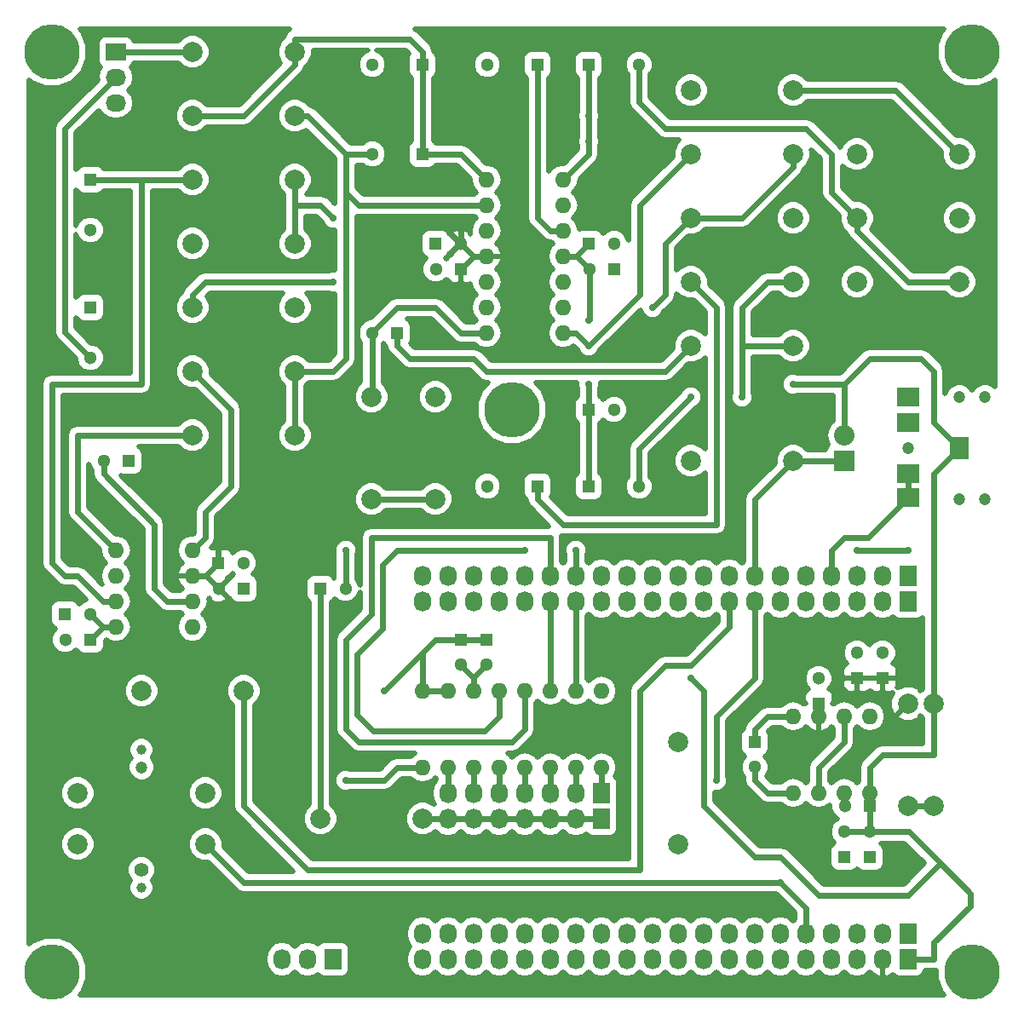
<source format=gbl>
G04 #@! TF.FileFunction,Copper,L2,Bot,Signal*
%FSLAX46Y46*%
G04 Gerber Fmt 4.6, Leading zero omitted, Abs format (unit mm)*
G04 Created by KiCad (PCBNEW 4.0.2-stable) date 2016 September 16, Friday 02:04:32*
%MOMM*%
G01*
G04 APERTURE LIST*
%ADD10C,0.100000*%
%ADD11C,1.200000*%
%ADD12C,2.000000*%
%ADD13C,1.000000*%
%ADD14C,1.400000*%
%ADD15R,1.900000X2.300000*%
%ADD16R,2.300000X1.900000*%
%ADD17C,1.998980*%
%ADD18R,1.300000X1.300000*%
%ADD19C,1.300000*%
%ADD20O,1.600000X1.600000*%
%ADD21R,1.727200X2.032000*%
%ADD22O,1.727200X2.032000*%
%ADD23R,2.032000X1.727200*%
%ADD24O,2.032000X1.727200*%
%ADD25R,2.032000X2.032000*%
%ADD26O,2.032000X2.032000*%
%ADD27C,5.500000*%
%ADD28C,0.700000*%
%ADD29C,0.600000*%
%ADD30C,0.550000*%
G04 APERTURE END LIST*
D10*
D11*
X12700000Y-74930000D03*
D12*
X19050000Y-82550000D03*
X6350000Y-82550000D03*
X19050000Y-77470000D03*
X6350000Y-77470000D03*
D13*
X12700000Y-73152000D03*
X12700000Y-86868000D03*
D14*
X12700000Y-85090000D03*
D11*
X93980000Y-48260000D03*
X96520000Y-48260000D03*
X96520000Y-38100000D03*
X88900000Y-43180000D03*
X93980000Y-38100000D03*
D15*
X93980000Y-43180000D03*
D16*
X88900000Y-40640000D03*
X88900000Y-38100000D03*
X88900000Y-45720000D03*
X88900000Y-48059340D03*
D17*
X12700000Y-67310000D03*
X22860000Y-67310000D03*
X77470000Y-44450000D03*
X67310000Y-44450000D03*
D18*
X85090000Y-83820000D03*
D19*
X85090000Y-81320000D03*
D18*
X86360000Y-66040000D03*
D19*
X86360000Y-63540000D03*
D18*
X83820000Y-66040000D03*
D19*
X83820000Y-63540000D03*
D18*
X82550000Y-83820000D03*
D19*
X82550000Y-81320000D03*
D18*
X73660000Y-72390000D03*
D19*
X73660000Y-74890000D03*
D18*
X80010000Y-68580000D03*
D19*
X80010000Y-66080000D03*
D18*
X85090000Y-78740000D03*
D19*
X82590000Y-78740000D03*
D17*
X88900000Y-68580000D03*
X88900000Y-78740000D03*
X91440000Y-78740000D03*
X91440000Y-68580000D03*
D18*
X44450000Y-62230000D03*
D19*
X44450000Y-64730000D03*
D18*
X46990000Y-62230000D03*
D19*
X46990000Y-64730000D03*
D17*
X30480000Y-80010000D03*
X40640000Y-80010000D03*
D18*
X30480000Y-57150000D03*
D19*
X32980000Y-57150000D03*
D17*
X83820000Y-13970000D03*
X93980000Y-13970000D03*
X77470000Y-7620000D03*
X67310000Y-7620000D03*
D18*
X57150000Y-5080000D03*
D19*
X62150000Y-5080000D03*
D18*
X52070000Y-5080000D03*
D19*
X47070000Y-5080000D03*
D17*
X83820000Y-20320000D03*
X93980000Y-20320000D03*
X93980000Y-26670000D03*
X83820000Y-26670000D03*
D18*
X57150000Y-39370000D03*
D19*
X59650000Y-39370000D03*
D17*
X67310000Y-13970000D03*
X77470000Y-13970000D03*
D18*
X52070000Y-46990000D03*
D19*
X47070000Y-46990000D03*
D18*
X57150000Y-46990000D03*
D19*
X62150000Y-46990000D03*
D17*
X67310000Y-26670000D03*
X77470000Y-26670000D03*
X77470000Y-33020000D03*
X67310000Y-33020000D03*
D18*
X38100000Y-31750000D03*
D19*
X35600000Y-31750000D03*
D17*
X35560000Y-38100000D03*
X35560000Y-48260000D03*
X67310000Y-20320000D03*
X77470000Y-20320000D03*
X41910000Y-48260000D03*
X41910000Y-38100000D03*
X17780000Y-29210000D03*
X27940000Y-29210000D03*
D18*
X11430000Y-44450000D03*
D19*
X8930000Y-44450000D03*
D18*
X44450000Y-25400000D03*
D19*
X41950000Y-25400000D03*
D18*
X41910000Y-22860000D03*
D19*
X44410000Y-22860000D03*
D18*
X59690000Y-25400000D03*
D19*
X57190000Y-25400000D03*
D18*
X57150000Y-22860000D03*
D19*
X59650000Y-22860000D03*
D17*
X17780000Y-35560000D03*
X27940000Y-35560000D03*
X27940000Y-41910000D03*
X17780000Y-41910000D03*
D18*
X20320000Y-54610000D03*
D19*
X22820000Y-54610000D03*
D18*
X22860000Y-57150000D03*
D19*
X20360000Y-57150000D03*
D18*
X7620000Y-62230000D03*
D19*
X5120000Y-62230000D03*
D18*
X5080000Y-59690000D03*
D19*
X7580000Y-59690000D03*
D20*
X10160000Y-53340000D03*
X10160000Y-55880000D03*
X10160000Y-58420000D03*
X10160000Y-60960000D03*
X17780000Y-60960000D03*
X17780000Y-58420000D03*
X17780000Y-55880000D03*
X17780000Y-53340000D03*
D17*
X17780000Y-16510000D03*
X27940000Y-16510000D03*
X17780000Y-22860000D03*
X27940000Y-22860000D03*
D18*
X7620000Y-16510000D03*
D19*
X7620000Y-21510000D03*
D18*
X7620000Y-29210000D03*
D19*
X7620000Y-34210000D03*
D18*
X40640000Y-5080000D03*
D19*
X35640000Y-5080000D03*
D18*
X40640000Y-13970000D03*
D19*
X35640000Y-13970000D03*
D20*
X46990000Y-16510000D03*
X46990000Y-19050000D03*
X46990000Y-21590000D03*
X46990000Y-24130000D03*
X46990000Y-26670000D03*
X46990000Y-29210000D03*
X46990000Y-31750000D03*
X54610000Y-31750000D03*
X54610000Y-29210000D03*
X54610000Y-26670000D03*
X54610000Y-24130000D03*
X54610000Y-21590000D03*
X54610000Y-19050000D03*
X54610000Y-16510000D03*
X77470000Y-77470000D03*
X80010000Y-77470000D03*
X82550000Y-77470000D03*
X85090000Y-77470000D03*
X85090000Y-69850000D03*
X82550000Y-69850000D03*
X80010000Y-69850000D03*
X77470000Y-69850000D03*
D21*
X31750000Y-93980000D03*
D22*
X29210000Y-93980000D03*
X26670000Y-93980000D03*
D21*
X88900000Y-55880000D03*
D22*
X86360000Y-55880000D03*
X83820000Y-55880000D03*
X81280000Y-55880000D03*
X78740000Y-55880000D03*
X76200000Y-55880000D03*
X73660000Y-55880000D03*
X71120000Y-55880000D03*
X68580000Y-55880000D03*
X66040000Y-55880000D03*
X63500000Y-55880000D03*
X60960000Y-55880000D03*
X58420000Y-55880000D03*
X55880000Y-55880000D03*
X53340000Y-55880000D03*
X50800000Y-55880000D03*
X48260000Y-55880000D03*
X45720000Y-55880000D03*
X43180000Y-55880000D03*
X40640000Y-55880000D03*
D21*
X88900000Y-58420000D03*
D22*
X86360000Y-58420000D03*
X83820000Y-58420000D03*
X81280000Y-58420000D03*
X78740000Y-58420000D03*
X76200000Y-58420000D03*
X73660000Y-58420000D03*
X71120000Y-58420000D03*
X68580000Y-58420000D03*
X66040000Y-58420000D03*
X63500000Y-58420000D03*
X60960000Y-58420000D03*
X58420000Y-58420000D03*
X55880000Y-58420000D03*
X53340000Y-58420000D03*
X50800000Y-58420000D03*
X48260000Y-58420000D03*
X45720000Y-58420000D03*
X43180000Y-58420000D03*
X40640000Y-58420000D03*
D20*
X40640000Y-74930000D03*
X43180000Y-74930000D03*
X45720000Y-74930000D03*
X48260000Y-74930000D03*
X50800000Y-74930000D03*
X53340000Y-74930000D03*
X55880000Y-74930000D03*
X58420000Y-74930000D03*
X58420000Y-67310000D03*
X55880000Y-67310000D03*
X53340000Y-67310000D03*
X50800000Y-67310000D03*
X48260000Y-67310000D03*
X45720000Y-67310000D03*
X43180000Y-67310000D03*
X40640000Y-67310000D03*
D21*
X58420000Y-77470000D03*
D22*
X55880000Y-77470000D03*
X53340000Y-77470000D03*
X50800000Y-77470000D03*
X48260000Y-77470000D03*
X45720000Y-77470000D03*
X43180000Y-77470000D03*
D21*
X58420000Y-80010000D03*
D22*
X55880000Y-80010000D03*
X53340000Y-80010000D03*
X50800000Y-80010000D03*
X48260000Y-80010000D03*
X45720000Y-80010000D03*
X43180000Y-80010000D03*
D21*
X88900000Y-91440000D03*
D22*
X86360000Y-91440000D03*
X83820000Y-91440000D03*
X81280000Y-91440000D03*
X78740000Y-91440000D03*
X76200000Y-91440000D03*
X73660000Y-91440000D03*
X71120000Y-91440000D03*
X68580000Y-91440000D03*
X66040000Y-91440000D03*
X63500000Y-91440000D03*
X60960000Y-91440000D03*
X58420000Y-91440000D03*
X55880000Y-91440000D03*
X53340000Y-91440000D03*
X50800000Y-91440000D03*
X48260000Y-91440000D03*
X45720000Y-91440000D03*
X43180000Y-91440000D03*
X40640000Y-91440000D03*
D21*
X88900000Y-93980000D03*
D22*
X86360000Y-93980000D03*
X83820000Y-93980000D03*
X81280000Y-93980000D03*
X78740000Y-93980000D03*
X76200000Y-93980000D03*
X73660000Y-93980000D03*
X71120000Y-93980000D03*
X68580000Y-93980000D03*
X66040000Y-93980000D03*
X63500000Y-93980000D03*
X60960000Y-93980000D03*
X58420000Y-93980000D03*
X55880000Y-93980000D03*
X53340000Y-93980000D03*
X50800000Y-93980000D03*
X48260000Y-93980000D03*
X45720000Y-93980000D03*
X43180000Y-93980000D03*
X40640000Y-93980000D03*
D23*
X10160000Y-3810000D03*
D24*
X10160000Y-6350000D03*
X10160000Y-8890000D03*
D17*
X17780000Y-10160000D03*
X27940000Y-10160000D03*
X27940000Y-3810000D03*
X17780000Y-3810000D03*
D25*
X82550000Y-44450000D03*
D26*
X82550000Y-41910000D03*
D17*
X66040000Y-72390000D03*
X66040000Y-82550000D03*
D27*
X49530000Y-39370000D03*
X95250000Y-95250000D03*
X95250000Y-3810000D03*
X3810000Y-95250000D03*
X3810000Y-3810000D03*
D28*
X67310000Y-66040000D03*
X77470000Y-36830000D03*
X57150000Y-30480000D03*
X31750000Y-20320000D03*
X31750000Y-26670000D03*
X57150000Y-36830000D03*
X57150000Y-33020000D03*
X72390000Y-38100000D03*
X67310000Y-38100000D03*
X36830000Y-67310000D03*
X57150000Y-12700000D03*
X57150000Y-10160000D03*
X33020000Y-53340000D03*
X76200000Y-86360000D03*
X69850000Y-76200000D03*
X88900000Y-53340000D03*
X83820000Y-53340000D03*
X55880000Y-53340000D03*
X50800000Y-53340000D03*
X63500000Y-29210000D03*
X33020000Y-76200000D03*
D29*
X10160000Y-6350000D02*
X5080000Y-11430000D01*
X5080000Y-31670000D02*
X7620000Y-34210000D01*
X5080000Y-11430000D02*
X5080000Y-31670000D01*
X12700000Y-16510000D02*
X12700000Y-36830000D01*
X8890000Y-58420000D02*
X10160000Y-58420000D01*
X6350000Y-55880000D02*
X8890000Y-58420000D01*
X5080000Y-55880000D02*
X6350000Y-55880000D01*
X3810000Y-54610000D02*
X5080000Y-55880000D01*
X3810000Y-36830000D02*
X3810000Y-54610000D01*
X8890000Y-36830000D02*
X3810000Y-36830000D01*
X12700000Y-36830000D02*
X8890000Y-36830000D01*
X7620000Y-16510000D02*
X12700000Y-16510000D01*
X12700000Y-16510000D02*
X17780000Y-16510000D01*
X40640000Y-13970000D02*
X44450000Y-13970000D01*
X44450000Y-13970000D02*
X46990000Y-16510000D01*
X40640000Y-5080000D02*
X40640000Y-13970000D01*
X27940000Y-3810000D02*
X27940000Y-2540000D01*
X40640000Y-3810000D02*
X40640000Y-5080000D01*
X39370000Y-2540000D02*
X40640000Y-3810000D01*
X27940000Y-2540000D02*
X39370000Y-2540000D01*
X27940000Y-3810000D02*
X27940000Y-5080000D01*
X22860000Y-10160000D02*
X17780000Y-10160000D01*
X27940000Y-5080000D02*
X22860000Y-10160000D01*
X10160000Y-3810000D02*
X17780000Y-3810000D01*
X33020000Y-13970000D02*
X35640000Y-13970000D01*
X27940000Y-35560000D02*
X27940000Y-41910000D01*
X33020000Y-17780000D02*
X33020000Y-34290000D01*
X31750000Y-35560000D02*
X27940000Y-35560000D01*
X33020000Y-34290000D02*
X31750000Y-35560000D01*
X27940000Y-10160000D02*
X29210000Y-10160000D01*
X34290000Y-19050000D02*
X46990000Y-19050000D01*
X33020000Y-17780000D02*
X34290000Y-19050000D01*
X33020000Y-13970000D02*
X33020000Y-17780000D01*
X29210000Y-10160000D02*
X33020000Y-13970000D01*
X88900000Y-87630000D02*
X92075000Y-84455000D01*
X80010000Y-87630000D02*
X88900000Y-87630000D01*
X76200000Y-83820000D02*
X80010000Y-87630000D01*
X73660000Y-83820000D02*
X76200000Y-83820000D01*
X68580000Y-78740000D02*
X73660000Y-83820000D01*
X68580000Y-67310000D02*
X68580000Y-78740000D01*
X67310000Y-66040000D02*
X68580000Y-67310000D01*
X93980000Y-43180000D02*
X91440000Y-45720000D01*
X91440000Y-45720000D02*
X91440000Y-68580000D01*
X57190000Y-25400000D02*
X57190000Y-30440000D01*
X77470000Y-36830000D02*
X82550000Y-36830000D01*
X57190000Y-30440000D02*
X57150000Y-30480000D01*
X82550000Y-41910000D02*
X82550000Y-36830000D01*
X91440000Y-40640000D02*
X93980000Y-43180000D01*
X82550000Y-36830000D02*
X85090000Y-34290000D01*
X85090000Y-34290000D02*
X90170000Y-34290000D01*
X90170000Y-34290000D02*
X91440000Y-35560000D01*
X91440000Y-35560000D02*
X91440000Y-40640000D01*
X45720000Y-66040000D02*
X45720000Y-66000000D01*
X57190000Y-25400000D02*
X57190000Y-25440000D01*
X85090000Y-77470000D02*
X85090000Y-74930000D01*
X85090000Y-74930000D02*
X86360000Y-73660000D01*
X86360000Y-73660000D02*
X91440000Y-73660000D01*
X91440000Y-73660000D02*
X91440000Y-68580000D01*
X45720000Y-66000000D02*
X46990000Y-64730000D01*
X44450000Y-64730000D02*
X44450000Y-64770000D01*
X44450000Y-64770000D02*
X45720000Y-66040000D01*
X45720000Y-66040000D02*
X45720000Y-67310000D01*
X85090000Y-81320000D02*
X88940000Y-81320000D01*
X88940000Y-81320000D02*
X92075000Y-84455000D01*
X92075000Y-84455000D02*
X95049340Y-87429340D01*
X91440000Y-93980000D02*
X88900000Y-93980000D01*
X91440000Y-92308680D02*
X91440000Y-93980000D01*
X95049340Y-88699340D02*
X91440000Y-92308680D01*
X95049340Y-87429340D02*
X95049340Y-88699340D01*
X82550000Y-81320000D02*
X85090000Y-81320000D01*
X85090000Y-78740000D02*
X85090000Y-81320000D01*
X85090000Y-77470000D02*
X85090000Y-78740000D01*
X55880000Y-24130000D02*
X55920000Y-24130000D01*
X55920000Y-24130000D02*
X57190000Y-25400000D01*
X54610000Y-24130000D02*
X55880000Y-24130000D01*
X55880000Y-24130000D02*
X57150000Y-22860000D01*
X8890000Y-60960000D02*
X7620000Y-62230000D01*
X7580000Y-59690000D02*
X7620000Y-59690000D01*
X7620000Y-59690000D02*
X8890000Y-60960000D01*
X8890000Y-60960000D02*
X10160000Y-60960000D01*
X82550000Y-69850000D02*
X82550000Y-72390000D01*
X80010000Y-74930000D02*
X80010000Y-77470000D01*
X82550000Y-72390000D02*
X80010000Y-74930000D01*
X27940000Y-19050000D02*
X30480000Y-19050000D01*
X30480000Y-19050000D02*
X31750000Y-20320000D01*
X27940000Y-16510000D02*
X27940000Y-19050000D01*
X27940000Y-19050000D02*
X27940000Y-22860000D01*
X44410000Y-22860000D02*
X44410000Y-21550000D01*
X20320000Y-52070000D02*
X20320000Y-54610000D01*
X22860000Y-49530000D02*
X20320000Y-52070000D01*
X26670000Y-49530000D02*
X22860000Y-49530000D01*
X30480000Y-45720000D02*
X26670000Y-49530000D01*
X30480000Y-39030004D02*
X30480000Y-45720000D01*
X34120002Y-35390002D02*
X30480000Y-39030004D01*
X34120002Y-21759998D02*
X34120002Y-35390002D01*
X35560000Y-20320000D02*
X34120002Y-21759998D01*
X43180000Y-20320000D02*
X35560000Y-20320000D01*
X44410000Y-21550000D02*
X43180000Y-20320000D01*
X44450000Y-25400000D02*
X45720000Y-24130000D01*
X44410000Y-22860000D02*
X44450000Y-22860000D01*
X44450000Y-22860000D02*
X45720000Y-24130000D01*
X45720000Y-24130000D02*
X46990000Y-24130000D01*
X19050000Y-55880000D02*
X19090000Y-55880000D01*
X19090000Y-55880000D02*
X20360000Y-57150000D01*
X17780000Y-55880000D02*
X19050000Y-55880000D01*
X19050000Y-55880000D02*
X20320000Y-54610000D01*
X17780000Y-29210000D02*
X17780000Y-27940000D01*
X17780000Y-27940000D02*
X19050000Y-26670000D01*
X19050000Y-26670000D02*
X31750000Y-26670000D01*
X8930000Y-44450000D02*
X8930000Y-45760000D01*
X15240000Y-58420000D02*
X17780000Y-58420000D01*
X13970000Y-57150000D02*
X15240000Y-58420000D01*
X13970000Y-50800000D02*
X13970000Y-57150000D01*
X8930000Y-45760000D02*
X13970000Y-50800000D01*
X64770000Y-35560000D02*
X67310000Y-33020000D01*
X46990000Y-35560000D02*
X64770000Y-35560000D01*
X45720000Y-34290000D02*
X46990000Y-35560000D01*
X39370000Y-34290000D02*
X45720000Y-34290000D01*
X38100000Y-33020000D02*
X39370000Y-34290000D01*
X38100000Y-31750000D02*
X38100000Y-33020000D01*
X35600000Y-31750000D02*
X35600000Y-31710000D01*
X35600000Y-31710000D02*
X38100000Y-29210000D01*
X44450000Y-31750000D02*
X46990000Y-31750000D01*
X41910000Y-29210000D02*
X44450000Y-31750000D01*
X38100000Y-29210000D02*
X41910000Y-29210000D01*
X35600000Y-31750000D02*
X35600000Y-38060000D01*
X35600000Y-38060000D02*
X35560000Y-38100000D01*
X67310000Y-26670000D02*
X69850000Y-29210000D01*
X52070000Y-48260000D02*
X52070000Y-46990000D01*
X54610000Y-50800000D02*
X52070000Y-48260000D01*
X69850000Y-50800000D02*
X54610000Y-50800000D01*
X69850000Y-29210000D02*
X69850000Y-50800000D01*
X57150000Y-33020000D02*
X58420000Y-31750000D01*
X58420000Y-31750000D02*
X62230000Y-27940000D01*
X62230000Y-27940000D02*
X62230000Y-19050000D01*
X62230000Y-19050000D02*
X67310000Y-13970000D01*
X54610000Y-31750000D02*
X55880000Y-31750000D01*
X57150000Y-36830000D02*
X57150000Y-39370000D01*
X55880000Y-31750000D02*
X57150000Y-33020000D01*
X57150000Y-46990000D02*
X57150000Y-39370000D01*
X72390000Y-33020000D02*
X77470000Y-33020000D01*
X62150000Y-46990000D02*
X62150000Y-43260000D01*
X74930000Y-26670000D02*
X77470000Y-26670000D01*
X72390000Y-29210000D02*
X74930000Y-26670000D01*
X72390000Y-38100000D02*
X72390000Y-33020000D01*
X72390000Y-33020000D02*
X72390000Y-29210000D01*
X62150000Y-43260000D02*
X67310000Y-38100000D01*
X52070000Y-5080000D02*
X52070000Y-20320000D01*
X53340000Y-21590000D02*
X54610000Y-21590000D01*
X52070000Y-20320000D02*
X53340000Y-21590000D01*
X40640000Y-63500000D02*
X36830000Y-67310000D01*
X44450000Y-62230000D02*
X41910000Y-62230000D01*
X40640000Y-63500000D02*
X40640000Y-67310000D01*
X41910000Y-62230000D02*
X40640000Y-63500000D01*
X40640000Y-67310000D02*
X43180000Y-67310000D01*
X44450000Y-62230000D02*
X46990000Y-62230000D01*
X32980000Y-57150000D02*
X32980000Y-53380000D01*
X32980000Y-53380000D02*
X33020000Y-53340000D01*
X57150000Y-5080000D02*
X57150000Y-8890000D01*
X57150000Y-8890000D02*
X57150000Y-10160000D01*
X57150000Y-10160000D02*
X57150000Y-12700000D01*
X57150000Y-12700000D02*
X57150000Y-13970000D01*
X57150000Y-13970000D02*
X54610000Y-16510000D01*
X83820000Y-20320000D02*
X83820000Y-21590000D01*
X88900000Y-26670000D02*
X93980000Y-26670000D01*
X83820000Y-21590000D02*
X88900000Y-26670000D01*
X62150000Y-5080000D02*
X62150000Y-8810000D01*
X81280000Y-17780000D02*
X83820000Y-20320000D01*
X81280000Y-13970000D02*
X81280000Y-17780000D01*
X78740000Y-11430000D02*
X81280000Y-13970000D01*
X64770000Y-11430000D02*
X78740000Y-11430000D01*
X62150000Y-8810000D02*
X64770000Y-11430000D01*
X30480000Y-57150000D02*
X30480000Y-80010000D01*
X88900000Y-78740000D02*
X91440000Y-78740000D01*
X82590000Y-78740000D02*
X82590000Y-77510000D01*
X82590000Y-77510000D02*
X82550000Y-77470000D01*
X73660000Y-72390000D02*
X73660000Y-71120000D01*
X74930000Y-69850000D02*
X77470000Y-69850000D01*
X73660000Y-71120000D02*
X74930000Y-69850000D01*
X73660000Y-74890000D02*
X73660000Y-76200000D01*
X74930000Y-77470000D02*
X77470000Y-77470000D01*
X73660000Y-76200000D02*
X74930000Y-77470000D01*
X88900000Y-45720000D02*
X88900000Y-48059340D01*
X88900000Y-48059340D02*
X84889340Y-52070000D01*
X84889340Y-52070000D02*
X82550000Y-52070000D01*
X82550000Y-52070000D02*
X81280000Y-53340000D01*
X81280000Y-53340000D02*
X81280000Y-55880000D01*
X40640000Y-80010000D02*
X43180000Y-80010000D01*
X43180000Y-80010000D02*
X45720000Y-80010000D01*
X45720000Y-80010000D02*
X48260000Y-80010000D01*
X48260000Y-80010000D02*
X50800000Y-80010000D01*
X50800000Y-80010000D02*
X53340000Y-80010000D01*
X53340000Y-80010000D02*
X55880000Y-80010000D01*
X55880000Y-80010000D02*
X58420000Y-80010000D01*
X58420000Y-74930000D02*
X58420000Y-77470000D01*
X55880000Y-74930000D02*
X55880000Y-77470000D01*
X53340000Y-74930000D02*
X53340000Y-77470000D01*
X50800000Y-74930000D02*
X50800000Y-77470000D01*
X48260000Y-74930000D02*
X48260000Y-77470000D01*
X45720000Y-74930000D02*
X45720000Y-77470000D01*
X43180000Y-74930000D02*
X43180000Y-77470000D01*
X73660000Y-62230000D02*
X73660000Y-66040000D01*
X69850000Y-69850000D02*
X69850000Y-76200000D01*
X73660000Y-66040000D02*
X69850000Y-69850000D01*
X19050000Y-82550000D02*
X22860000Y-86360000D01*
X22860000Y-86360000D02*
X76200000Y-86360000D01*
X78740000Y-88900000D02*
X78740000Y-91440000D01*
X76200000Y-86360000D02*
X78740000Y-88900000D01*
X73660000Y-58420000D02*
X73660000Y-62230000D01*
X71120000Y-58420000D02*
X71120000Y-60960000D01*
X22860000Y-78740000D02*
X22860000Y-67310000D01*
X29210000Y-85090000D02*
X22860000Y-78740000D01*
X62230000Y-85090000D02*
X29210000Y-85090000D01*
X62230000Y-67310000D02*
X62230000Y-85090000D01*
X64770000Y-64770000D02*
X62230000Y-67310000D01*
X67310000Y-64770000D02*
X64770000Y-64770000D01*
X71120000Y-60960000D02*
X67310000Y-64770000D01*
X55880000Y-67310000D02*
X55880000Y-58420000D01*
X53340000Y-67310000D02*
X53340000Y-58420000D01*
X83820000Y-53340000D02*
X88900000Y-53340000D01*
X82550000Y-44450000D02*
X77470000Y-44450000D01*
X77470000Y-44450000D02*
X73660000Y-48260000D01*
X73660000Y-48260000D02*
X73660000Y-55880000D01*
X48260000Y-67310000D02*
X48260000Y-69850000D01*
X55880000Y-53340000D02*
X55880000Y-55880000D01*
X38100000Y-53340000D02*
X50800000Y-53340000D01*
X36660002Y-54779998D02*
X38100000Y-53340000D01*
X36660002Y-61129998D02*
X36660002Y-54779998D01*
X34120002Y-63669998D02*
X36660002Y-61129998D01*
X34120002Y-69680002D02*
X34120002Y-63669998D01*
X35729998Y-71289998D02*
X34120002Y-69680002D01*
X46820002Y-71289998D02*
X35729998Y-71289998D01*
X48260000Y-69850000D02*
X46820002Y-71289998D01*
X50800000Y-67310000D02*
X50800000Y-71120000D01*
X53340000Y-52070000D02*
X53340000Y-55880000D01*
X35560000Y-52070000D02*
X53340000Y-52070000D01*
X35560000Y-59690000D02*
X35560000Y-52070000D01*
X33020000Y-62230000D02*
X35560000Y-59690000D01*
X33020000Y-71120000D02*
X33020000Y-62230000D01*
X34290000Y-72390000D02*
X33020000Y-71120000D01*
X49530000Y-72390000D02*
X34290000Y-72390000D01*
X50800000Y-71120000D02*
X49530000Y-72390000D01*
X17780000Y-35560000D02*
X21590000Y-39370000D01*
X19050000Y-52070000D02*
X17780000Y-53340000D01*
X19050000Y-49530000D02*
X19050000Y-52070000D01*
X21590000Y-46990000D02*
X19050000Y-49530000D01*
X21590000Y-39370000D02*
X21590000Y-46990000D01*
X10160000Y-53340000D02*
X6350000Y-49530000D01*
X6350000Y-41910000D02*
X17780000Y-41910000D01*
X6350000Y-49530000D02*
X6350000Y-41910000D01*
X35560000Y-48260000D02*
X41910000Y-48260000D01*
X64770000Y-22860000D02*
X67310000Y-20320000D01*
X64770000Y-27940000D02*
X64770000Y-22860000D01*
X63500000Y-29210000D02*
X64770000Y-27940000D01*
X67310000Y-20320000D02*
X72390000Y-20320000D01*
X77470000Y-15240000D02*
X77470000Y-13970000D01*
X72390000Y-20320000D02*
X77470000Y-15240000D01*
X77470000Y-7620000D02*
X87630000Y-7620000D01*
X87630000Y-7620000D02*
X93980000Y-13970000D01*
X40640000Y-74930000D02*
X38100000Y-74930000D01*
X36830000Y-76200000D02*
X33020000Y-76200000D01*
X38100000Y-74930000D02*
X36830000Y-76200000D01*
D30*
G36*
X27144505Y-1744505D02*
X26900636Y-2109481D01*
X26860899Y-2309250D01*
X26394174Y-2775160D01*
X26115827Y-3445494D01*
X26115194Y-4171321D01*
X26392371Y-4842140D01*
X26489536Y-4939474D01*
X22394010Y-9035000D01*
X19234931Y-9035000D01*
X18814840Y-8614174D01*
X18144506Y-8335827D01*
X17418679Y-8335194D01*
X16747860Y-8612371D01*
X16234174Y-9125160D01*
X15955827Y-9795494D01*
X15955194Y-10521321D01*
X16232371Y-11192140D01*
X16745160Y-11705826D01*
X17415494Y-11984173D01*
X18141321Y-11984806D01*
X18812140Y-11707629D01*
X19235508Y-11285000D01*
X22860000Y-11285000D01*
X23290519Y-11199364D01*
X23655495Y-10955495D01*
X28735495Y-5875495D01*
X28789150Y-5795194D01*
X28979364Y-5510519D01*
X29019101Y-5310750D01*
X29485826Y-4844840D01*
X29764173Y-4174506D01*
X29764617Y-3665000D01*
X35202062Y-3665000D01*
X34805571Y-3828827D01*
X34390285Y-4243389D01*
X34165257Y-4785317D01*
X34164744Y-5372108D01*
X34388827Y-5914429D01*
X34803389Y-6329715D01*
X35345317Y-6554743D01*
X35932108Y-6555256D01*
X36474429Y-6331173D01*
X36889715Y-5916611D01*
X37114743Y-5374683D01*
X37115256Y-4787892D01*
X36891173Y-4245571D01*
X36476611Y-3830285D01*
X36078560Y-3665000D01*
X38904010Y-3665000D01*
X39266516Y-4027506D01*
X39215110Y-4102741D01*
X39148838Y-4430000D01*
X39148838Y-5730000D01*
X39206364Y-6035727D01*
X39387049Y-6316518D01*
X39515000Y-6403943D01*
X39515000Y-12645289D01*
X39403482Y-12717049D01*
X39215110Y-12992741D01*
X39148838Y-13320000D01*
X39148838Y-14620000D01*
X39206364Y-14925727D01*
X39387049Y-15206518D01*
X39662741Y-15394890D01*
X39990000Y-15461162D01*
X41290000Y-15461162D01*
X41595727Y-15403636D01*
X41876518Y-15222951D01*
X41963943Y-15095000D01*
X43984010Y-15095000D01*
X45344089Y-16455079D01*
X45333164Y-16510000D01*
X45456860Y-17131861D01*
X45809115Y-17659049D01*
X45990131Y-17780000D01*
X45809115Y-17900951D01*
X45793046Y-17925000D01*
X34755990Y-17925000D01*
X34145000Y-17314010D01*
X34145000Y-15095000D01*
X34678891Y-15095000D01*
X34803389Y-15219715D01*
X35345317Y-15444743D01*
X35932108Y-15445256D01*
X36474429Y-15221173D01*
X36889715Y-14806611D01*
X37114743Y-14264683D01*
X37115256Y-13677892D01*
X36891173Y-13135571D01*
X36476611Y-12720285D01*
X35934683Y-12495257D01*
X35347892Y-12494744D01*
X34805571Y-12718827D01*
X34679178Y-12845000D01*
X33485990Y-12845000D01*
X30005495Y-9364505D01*
X29939665Y-9320519D01*
X29640519Y-9120636D01*
X29440750Y-9080899D01*
X28974840Y-8614174D01*
X28304506Y-8335827D01*
X27578679Y-8335194D01*
X26907860Y-8612371D01*
X26394174Y-9125160D01*
X26115827Y-9795494D01*
X26115194Y-10521321D01*
X26392371Y-11192140D01*
X26905160Y-11705826D01*
X27575494Y-11984173D01*
X28301321Y-11984806D01*
X28972140Y-11707629D01*
X29069474Y-11610464D01*
X31895000Y-14435990D01*
X31895000Y-18874010D01*
X31275495Y-18254505D01*
X31096643Y-18135000D01*
X30910519Y-18010636D01*
X30480000Y-17925000D01*
X29105001Y-17925000D01*
X29485826Y-17544840D01*
X29764173Y-16874506D01*
X29764806Y-16148679D01*
X29487629Y-15477860D01*
X28974840Y-14964174D01*
X28304506Y-14685827D01*
X27578679Y-14685194D01*
X26907860Y-14962371D01*
X26394174Y-15475160D01*
X26115827Y-16145494D01*
X26115194Y-16871321D01*
X26392371Y-17542140D01*
X26815000Y-17965508D01*
X26815000Y-21405069D01*
X26394174Y-21825160D01*
X26115827Y-22495494D01*
X26115194Y-23221321D01*
X26392371Y-23892140D01*
X26905160Y-24405826D01*
X27575494Y-24684173D01*
X28301321Y-24684806D01*
X28972140Y-24407629D01*
X29485826Y-23894840D01*
X29764173Y-23224506D01*
X29764806Y-22498679D01*
X29487629Y-21827860D01*
X29065000Y-21404492D01*
X29065000Y-20175000D01*
X30014010Y-20175000D01*
X30703715Y-20864705D01*
X30753302Y-20984715D01*
X31083547Y-21315536D01*
X31515253Y-21494796D01*
X31895000Y-21495127D01*
X31895000Y-25495126D01*
X31517303Y-25494796D01*
X31395800Y-25545000D01*
X19050000Y-25545000D01*
X18619481Y-25630636D01*
X18254505Y-25874505D01*
X16984505Y-27144505D01*
X16740636Y-27509481D01*
X16700899Y-27709250D01*
X16234174Y-28175160D01*
X15955827Y-28845494D01*
X15955194Y-29571321D01*
X16232371Y-30242140D01*
X16745160Y-30755826D01*
X17415494Y-31034173D01*
X18141321Y-31034806D01*
X18812140Y-30757629D01*
X19325826Y-30244840D01*
X19604173Y-29574506D01*
X19604806Y-28848679D01*
X19327629Y-28177860D01*
X19230464Y-28080526D01*
X19515990Y-27795000D01*
X26774999Y-27795000D01*
X26394174Y-28175160D01*
X26115827Y-28845494D01*
X26115194Y-29571321D01*
X26392371Y-30242140D01*
X26905160Y-30755826D01*
X27575494Y-31034173D01*
X28301321Y-31034806D01*
X28972140Y-30757629D01*
X29485826Y-30244840D01*
X29764173Y-29574506D01*
X29764806Y-28848679D01*
X29487629Y-28177860D01*
X29105438Y-27795000D01*
X31395331Y-27795000D01*
X31515253Y-27844796D01*
X31895000Y-27845127D01*
X31895000Y-33824010D01*
X31284010Y-34435000D01*
X29394931Y-34435000D01*
X28974840Y-34014174D01*
X28304506Y-33735827D01*
X27578679Y-33735194D01*
X26907860Y-34012371D01*
X26394174Y-34525160D01*
X26115827Y-35195494D01*
X26115194Y-35921321D01*
X26392371Y-36592140D01*
X26815000Y-37015508D01*
X26815000Y-40455069D01*
X26394174Y-40875160D01*
X26115827Y-41545494D01*
X26115194Y-42271321D01*
X26392371Y-42942140D01*
X26905160Y-43455826D01*
X27575494Y-43734173D01*
X28301321Y-43734806D01*
X28972140Y-43457629D01*
X29485826Y-42944840D01*
X29764173Y-42274506D01*
X29764806Y-41548679D01*
X29487629Y-40877860D01*
X29065000Y-40454492D01*
X29065000Y-37014931D01*
X29395508Y-36685000D01*
X31750000Y-36685000D01*
X32180519Y-36599364D01*
X32545495Y-36355495D01*
X33815495Y-35085495D01*
X34059364Y-34720519D01*
X34145000Y-34290000D01*
X34145000Y-32091131D01*
X34348827Y-32584429D01*
X34475000Y-32710822D01*
X34475000Y-36605139D01*
X34014174Y-37065160D01*
X33735827Y-37735494D01*
X33735194Y-38461321D01*
X34012371Y-39132140D01*
X34525160Y-39645826D01*
X35195494Y-39924173D01*
X35921321Y-39924806D01*
X36592140Y-39647629D01*
X37105826Y-39134840D01*
X37384173Y-38464506D01*
X37384175Y-38461321D01*
X40085194Y-38461321D01*
X40362371Y-39132140D01*
X40875160Y-39645826D01*
X41545494Y-39924173D01*
X42271321Y-39924806D01*
X42942140Y-39647629D01*
X43455826Y-39134840D01*
X43734173Y-38464506D01*
X43734806Y-37738679D01*
X43457629Y-37067860D01*
X42944840Y-36554174D01*
X42274506Y-36275827D01*
X41548679Y-36275194D01*
X40877860Y-36552371D01*
X40364174Y-37065160D01*
X40085827Y-37735494D01*
X40085194Y-38461321D01*
X37384175Y-38461321D01*
X37384806Y-37738679D01*
X37107629Y-37067860D01*
X36725000Y-36684562D01*
X36725000Y-32796849D01*
X36847049Y-32986518D01*
X36987418Y-33082428D01*
X37060636Y-33450519D01*
X37217121Y-33684715D01*
X37304505Y-33815495D01*
X38574505Y-35085495D01*
X38939481Y-35329364D01*
X39370000Y-35415000D01*
X45254010Y-35415000D01*
X46194505Y-36355495D01*
X46559481Y-36599364D01*
X46990000Y-36685000D01*
X47159460Y-36685000D01*
X46501030Y-37342281D01*
X45955622Y-38655769D01*
X45954381Y-40077992D01*
X46497496Y-41392429D01*
X47502281Y-42398970D01*
X48815769Y-42944378D01*
X50237992Y-42945619D01*
X51552429Y-42402504D01*
X52558970Y-41397719D01*
X53104378Y-40084231D01*
X53105619Y-38662008D01*
X52562504Y-37347571D01*
X51901089Y-36685000D01*
X55975126Y-36685000D01*
X55974796Y-37062697D01*
X56025000Y-37184200D01*
X56025000Y-38045289D01*
X55913482Y-38117049D01*
X55725110Y-38392741D01*
X55658838Y-38720000D01*
X55658838Y-40020000D01*
X55716364Y-40325727D01*
X55897049Y-40606518D01*
X56025000Y-40693943D01*
X56025000Y-45665289D01*
X55913482Y-45737049D01*
X55725110Y-46012741D01*
X55658838Y-46340000D01*
X55658838Y-47640000D01*
X55716364Y-47945727D01*
X55897049Y-48226518D01*
X56172741Y-48414890D01*
X56500000Y-48481162D01*
X57800000Y-48481162D01*
X58105727Y-48423636D01*
X58386518Y-48242951D01*
X58574890Y-47967259D01*
X58641162Y-47640000D01*
X58641162Y-47282108D01*
X60674744Y-47282108D01*
X60898827Y-47824429D01*
X61313389Y-48239715D01*
X61855317Y-48464743D01*
X62442108Y-48465256D01*
X62984429Y-48241173D01*
X63399715Y-47826611D01*
X63624743Y-47284683D01*
X63625256Y-46697892D01*
X63401173Y-46155571D01*
X63275000Y-46029178D01*
X63275000Y-43725990D01*
X67854705Y-39146285D01*
X67974715Y-39096698D01*
X68305536Y-38766453D01*
X68484796Y-38334747D01*
X68485204Y-37867303D01*
X68306698Y-37435285D01*
X67976453Y-37104464D01*
X67544747Y-36925204D01*
X67077303Y-36924796D01*
X66645285Y-37103302D01*
X66314464Y-37433547D01*
X66264048Y-37554962D01*
X61354505Y-42464505D01*
X61110636Y-42829481D01*
X61025000Y-43260000D01*
X61025000Y-46028891D01*
X60900285Y-46153389D01*
X60675257Y-46695317D01*
X60674744Y-47282108D01*
X58641162Y-47282108D01*
X58641162Y-46340000D01*
X58583636Y-46034273D01*
X58402951Y-45753482D01*
X58275000Y-45666057D01*
X58275000Y-40694711D01*
X58386518Y-40622951D01*
X58561285Y-40367171D01*
X58813389Y-40619715D01*
X59355317Y-40844743D01*
X59942108Y-40845256D01*
X60484429Y-40621173D01*
X60899715Y-40206611D01*
X61124743Y-39664683D01*
X61125256Y-39077892D01*
X60901173Y-38535571D01*
X60486611Y-38120285D01*
X59944683Y-37895257D01*
X59357892Y-37894744D01*
X58815571Y-38118827D01*
X58558594Y-38375356D01*
X58402951Y-38133482D01*
X58275000Y-38046057D01*
X58275000Y-37184669D01*
X58324796Y-37064747D01*
X58325127Y-36685000D01*
X64770000Y-36685000D01*
X65200519Y-36599364D01*
X65565495Y-36355495D01*
X67076703Y-34844287D01*
X67671321Y-34844806D01*
X68342140Y-34567629D01*
X68725000Y-34185438D01*
X68725000Y-43284999D01*
X68344840Y-42904174D01*
X67674506Y-42625827D01*
X66948679Y-42625194D01*
X66277860Y-42902371D01*
X65764174Y-43415160D01*
X65485827Y-44085494D01*
X65485194Y-44811321D01*
X65762371Y-45482140D01*
X66275160Y-45995826D01*
X66945494Y-46274173D01*
X67671321Y-46274806D01*
X68342140Y-45997629D01*
X68725000Y-45615438D01*
X68725000Y-49675000D01*
X55075990Y-49675000D01*
X53443484Y-48042494D01*
X53494890Y-47967259D01*
X53561162Y-47640000D01*
X53561162Y-46340000D01*
X53503636Y-46034273D01*
X53322951Y-45753482D01*
X53047259Y-45565110D01*
X52720000Y-45498838D01*
X51420000Y-45498838D01*
X51114273Y-45556364D01*
X50833482Y-45737049D01*
X50645110Y-46012741D01*
X50578838Y-46340000D01*
X50578838Y-47640000D01*
X50636364Y-47945727D01*
X50817049Y-48226518D01*
X50957418Y-48322428D01*
X51030636Y-48690519D01*
X51243665Y-49009340D01*
X51274505Y-49055495D01*
X53164010Y-50945000D01*
X35560000Y-50945000D01*
X35129481Y-51030636D01*
X34764505Y-51274505D01*
X34520636Y-51639481D01*
X34435000Y-52070000D01*
X34435000Y-56808869D01*
X34231173Y-56315571D01*
X34105000Y-56189178D01*
X34105000Y-53791000D01*
X34194796Y-53574747D01*
X34195204Y-53107303D01*
X34016698Y-52675285D01*
X33686453Y-52344464D01*
X33254747Y-52165204D01*
X32787303Y-52164796D01*
X32355285Y-52343302D01*
X32024464Y-52673547D01*
X31845204Y-53105253D01*
X31844796Y-53572697D01*
X31855000Y-53597393D01*
X31855000Y-56103151D01*
X31732951Y-55913482D01*
X31457259Y-55725110D01*
X31130000Y-55658838D01*
X29830000Y-55658838D01*
X29524273Y-55716364D01*
X29243482Y-55897049D01*
X29055110Y-56172741D01*
X28988838Y-56500000D01*
X28988838Y-57800000D01*
X29046364Y-58105727D01*
X29227049Y-58386518D01*
X29355000Y-58473943D01*
X29355000Y-78555069D01*
X28934174Y-78975160D01*
X28655827Y-79645494D01*
X28655194Y-80371321D01*
X28932371Y-81042140D01*
X29445160Y-81555826D01*
X30115494Y-81834173D01*
X30841321Y-81834806D01*
X31512140Y-81557629D01*
X32025826Y-81044840D01*
X32304173Y-80374506D01*
X32304806Y-79648679D01*
X32027629Y-78977860D01*
X31605000Y-78554492D01*
X31605000Y-58474711D01*
X31716518Y-58402951D01*
X31891285Y-58147171D01*
X32143389Y-58399715D01*
X32685317Y-58624743D01*
X33272108Y-58625256D01*
X33814429Y-58401173D01*
X34229715Y-57986611D01*
X34435000Y-57492229D01*
X34435000Y-59224010D01*
X32224505Y-61434505D01*
X31980636Y-61799481D01*
X31895000Y-62230000D01*
X31895000Y-71120000D01*
X31980636Y-71550519D01*
X32094225Y-71720517D01*
X32224505Y-71915495D01*
X33494505Y-73185495D01*
X33859481Y-73429364D01*
X34290000Y-73515000D01*
X39841330Y-73515000D01*
X39490951Y-73749115D01*
X39453610Y-73805000D01*
X38100000Y-73805000D01*
X37669481Y-73890636D01*
X37304505Y-74134505D01*
X36364010Y-75075000D01*
X33374669Y-75075000D01*
X33254747Y-75025204D01*
X32787303Y-75024796D01*
X32355285Y-75203302D01*
X32024464Y-75533547D01*
X31845204Y-75965253D01*
X31844796Y-76432697D01*
X32023302Y-76864715D01*
X32353547Y-77195536D01*
X32785253Y-77374796D01*
X33252697Y-77375204D01*
X33374200Y-77325000D01*
X36830000Y-77325000D01*
X37260519Y-77239364D01*
X37625495Y-76995495D01*
X38565990Y-76055000D01*
X39453610Y-76055000D01*
X39490951Y-76110885D01*
X40018139Y-76463140D01*
X40640000Y-76586836D01*
X41261861Y-76463140D01*
X41789049Y-76110885D01*
X41910000Y-75929869D01*
X42006273Y-76073952D01*
X41985979Y-76087512D01*
X41619937Y-76635334D01*
X41491400Y-77281533D01*
X41491400Y-77658467D01*
X41619937Y-78304666D01*
X41831126Y-78620733D01*
X41674840Y-78464174D01*
X41004506Y-78185827D01*
X40278679Y-78185194D01*
X39607860Y-78462371D01*
X39094174Y-78975160D01*
X38815827Y-79645494D01*
X38815194Y-80371321D01*
X39092371Y-81042140D01*
X39605160Y-81555826D01*
X40275494Y-81834173D01*
X41001321Y-81834806D01*
X41672140Y-81557629D01*
X41926597Y-81303616D01*
X41985979Y-81392488D01*
X42533801Y-81758530D01*
X43180000Y-81887067D01*
X43826199Y-81758530D01*
X44374021Y-81392488D01*
X44450000Y-81278777D01*
X44525979Y-81392488D01*
X45073801Y-81758530D01*
X45720000Y-81887067D01*
X46366199Y-81758530D01*
X46914021Y-81392488D01*
X46990000Y-81278777D01*
X47065979Y-81392488D01*
X47613801Y-81758530D01*
X48260000Y-81887067D01*
X48906199Y-81758530D01*
X49454021Y-81392488D01*
X49530000Y-81278777D01*
X49605979Y-81392488D01*
X50153801Y-81758530D01*
X50800000Y-81887067D01*
X51446199Y-81758530D01*
X51994021Y-81392488D01*
X52070000Y-81278777D01*
X52145979Y-81392488D01*
X52693801Y-81758530D01*
X53340000Y-81887067D01*
X53986199Y-81758530D01*
X54534021Y-81392488D01*
X54610000Y-81278777D01*
X54685979Y-81392488D01*
X55233801Y-81758530D01*
X55880000Y-81887067D01*
X56526199Y-81758530D01*
X56890689Y-81514986D01*
X56953449Y-81612518D01*
X57229141Y-81800890D01*
X57556400Y-81867162D01*
X59283600Y-81867162D01*
X59589327Y-81809636D01*
X59870118Y-81628951D01*
X60058490Y-81353259D01*
X60124762Y-81026000D01*
X60124762Y-78994000D01*
X60075214Y-78730673D01*
X60124762Y-78486000D01*
X60124762Y-76454000D01*
X60067236Y-76148273D01*
X59886551Y-75867482D01*
X59780227Y-75794834D01*
X59921304Y-75583697D01*
X60045000Y-74961836D01*
X60045000Y-74898164D01*
X59921304Y-74276303D01*
X59569049Y-73749115D01*
X59041861Y-73396860D01*
X58420000Y-73273164D01*
X57798139Y-73396860D01*
X57270951Y-73749115D01*
X57150000Y-73930131D01*
X57029049Y-73749115D01*
X56501861Y-73396860D01*
X55880000Y-73273164D01*
X55258139Y-73396860D01*
X54730951Y-73749115D01*
X54610000Y-73930131D01*
X54489049Y-73749115D01*
X53961861Y-73396860D01*
X53340000Y-73273164D01*
X52718139Y-73396860D01*
X52190951Y-73749115D01*
X52070000Y-73930131D01*
X51949049Y-73749115D01*
X51421861Y-73396860D01*
X50800000Y-73273164D01*
X50178139Y-73396860D01*
X49650951Y-73749115D01*
X49530000Y-73930131D01*
X49409049Y-73749115D01*
X49058670Y-73515000D01*
X49530000Y-73515000D01*
X49960519Y-73429364D01*
X50325495Y-73185495D01*
X51595495Y-71915495D01*
X51839364Y-71550519D01*
X51925000Y-71120000D01*
X51925000Y-68506954D01*
X51949049Y-68490885D01*
X52070000Y-68309869D01*
X52190951Y-68490885D01*
X52718139Y-68843140D01*
X53340000Y-68966836D01*
X53961861Y-68843140D01*
X54489049Y-68490885D01*
X54610000Y-68309869D01*
X54730951Y-68490885D01*
X55258139Y-68843140D01*
X55880000Y-68966836D01*
X56501861Y-68843140D01*
X57029049Y-68490885D01*
X57150000Y-68309869D01*
X57270951Y-68490885D01*
X57798139Y-68843140D01*
X58420000Y-68966836D01*
X59041861Y-68843140D01*
X59569049Y-68490885D01*
X59921304Y-67963697D01*
X60045000Y-67341836D01*
X60045000Y-67278164D01*
X59921304Y-66656303D01*
X59569049Y-66129115D01*
X59041861Y-65776860D01*
X58420000Y-65653164D01*
X57798139Y-65776860D01*
X57270951Y-66129115D01*
X57150000Y-66310131D01*
X57029049Y-66129115D01*
X57005000Y-66113046D01*
X57005000Y-59848606D01*
X57074021Y-59802488D01*
X57150000Y-59688777D01*
X57225979Y-59802488D01*
X57773801Y-60168530D01*
X58420000Y-60297067D01*
X59066199Y-60168530D01*
X59614021Y-59802488D01*
X59690000Y-59688777D01*
X59765979Y-59802488D01*
X60313801Y-60168530D01*
X60960000Y-60297067D01*
X61606199Y-60168530D01*
X62154021Y-59802488D01*
X62230000Y-59688777D01*
X62305979Y-59802488D01*
X62853801Y-60168530D01*
X63500000Y-60297067D01*
X64146199Y-60168530D01*
X64694021Y-59802488D01*
X64770000Y-59688777D01*
X64845979Y-59802488D01*
X65393801Y-60168530D01*
X66040000Y-60297067D01*
X66686199Y-60168530D01*
X67234021Y-59802488D01*
X67310000Y-59688777D01*
X67385979Y-59802488D01*
X67933801Y-60168530D01*
X68580000Y-60297067D01*
X69226199Y-60168530D01*
X69774021Y-59802488D01*
X69850000Y-59688777D01*
X69925979Y-59802488D01*
X69995000Y-59848606D01*
X69995000Y-60494010D01*
X66844010Y-63645000D01*
X64770000Y-63645000D01*
X64339481Y-63730636D01*
X63974505Y-63974505D01*
X61434505Y-66514505D01*
X61190636Y-66879481D01*
X61105000Y-67310000D01*
X61105000Y-83965000D01*
X29675990Y-83965000D01*
X23985000Y-78274010D01*
X23985000Y-68764931D01*
X24405826Y-68344840D01*
X24684173Y-67674506D01*
X24684806Y-66948679D01*
X24407629Y-66277860D01*
X23894840Y-65764174D01*
X23224506Y-65485827D01*
X22498679Y-65485194D01*
X21827860Y-65762371D01*
X21314174Y-66275160D01*
X21035827Y-66945494D01*
X21035194Y-67671321D01*
X21312371Y-68342140D01*
X21735000Y-68765508D01*
X21735000Y-78740000D01*
X21820636Y-79170519D01*
X22064505Y-79535495D01*
X27764010Y-85235000D01*
X23325990Y-85235000D01*
X20874797Y-82783807D01*
X20875316Y-82188578D01*
X20598062Y-81517571D01*
X20085129Y-81003742D01*
X19414608Y-80725317D01*
X18688578Y-80724684D01*
X18017571Y-81001938D01*
X17503742Y-81514871D01*
X17225317Y-82185392D01*
X17224684Y-82911422D01*
X17501938Y-83582429D01*
X18014871Y-84096258D01*
X18685392Y-84374683D01*
X19284215Y-84375205D01*
X22064505Y-87155495D01*
X22429481Y-87399364D01*
X22860000Y-87485000D01*
X75734010Y-87485000D01*
X77615000Y-89365990D01*
X77615000Y-90011394D01*
X77545979Y-90057512D01*
X77470000Y-90171223D01*
X77394021Y-90057512D01*
X76846199Y-89691470D01*
X76200000Y-89562933D01*
X75553801Y-89691470D01*
X75005979Y-90057512D01*
X74930000Y-90171223D01*
X74854021Y-90057512D01*
X74306199Y-89691470D01*
X73660000Y-89562933D01*
X73013801Y-89691470D01*
X72465979Y-90057512D01*
X72390000Y-90171223D01*
X72314021Y-90057512D01*
X71766199Y-89691470D01*
X71120000Y-89562933D01*
X70473801Y-89691470D01*
X69925979Y-90057512D01*
X69850000Y-90171223D01*
X69774021Y-90057512D01*
X69226199Y-89691470D01*
X68580000Y-89562933D01*
X67933801Y-89691470D01*
X67385979Y-90057512D01*
X67310000Y-90171223D01*
X67234021Y-90057512D01*
X66686199Y-89691470D01*
X66040000Y-89562933D01*
X65393801Y-89691470D01*
X64845979Y-90057512D01*
X64770000Y-90171223D01*
X64694021Y-90057512D01*
X64146199Y-89691470D01*
X63500000Y-89562933D01*
X62853801Y-89691470D01*
X62305979Y-90057512D01*
X62230000Y-90171223D01*
X62154021Y-90057512D01*
X61606199Y-89691470D01*
X60960000Y-89562933D01*
X60313801Y-89691470D01*
X59765979Y-90057512D01*
X59690000Y-90171223D01*
X59614021Y-90057512D01*
X59066199Y-89691470D01*
X58420000Y-89562933D01*
X57773801Y-89691470D01*
X57225979Y-90057512D01*
X57150000Y-90171223D01*
X57074021Y-90057512D01*
X56526199Y-89691470D01*
X55880000Y-89562933D01*
X55233801Y-89691470D01*
X54685979Y-90057512D01*
X54610000Y-90171223D01*
X54534021Y-90057512D01*
X53986199Y-89691470D01*
X53340000Y-89562933D01*
X52693801Y-89691470D01*
X52145979Y-90057512D01*
X52070000Y-90171223D01*
X51994021Y-90057512D01*
X51446199Y-89691470D01*
X50800000Y-89562933D01*
X50153801Y-89691470D01*
X49605979Y-90057512D01*
X49530000Y-90171223D01*
X49454021Y-90057512D01*
X48906199Y-89691470D01*
X48260000Y-89562933D01*
X47613801Y-89691470D01*
X47065979Y-90057512D01*
X46990000Y-90171223D01*
X46914021Y-90057512D01*
X46366199Y-89691470D01*
X45720000Y-89562933D01*
X45073801Y-89691470D01*
X44525979Y-90057512D01*
X44450000Y-90171223D01*
X44374021Y-90057512D01*
X43826199Y-89691470D01*
X43180000Y-89562933D01*
X42533801Y-89691470D01*
X41985979Y-90057512D01*
X41910000Y-90171223D01*
X41834021Y-90057512D01*
X41286199Y-89691470D01*
X40640000Y-89562933D01*
X39993801Y-89691470D01*
X39445979Y-90057512D01*
X39079937Y-90605334D01*
X38951400Y-91251533D01*
X38951400Y-91628467D01*
X39079937Y-92274666D01*
X39370817Y-92710000D01*
X39079937Y-93145334D01*
X38951400Y-93791533D01*
X38951400Y-94168467D01*
X39079937Y-94814666D01*
X39445979Y-95362488D01*
X39993801Y-95728530D01*
X40640000Y-95857067D01*
X41286199Y-95728530D01*
X41834021Y-95362488D01*
X41910000Y-95248777D01*
X41985979Y-95362488D01*
X42533801Y-95728530D01*
X43180000Y-95857067D01*
X43826199Y-95728530D01*
X44374021Y-95362488D01*
X44450000Y-95248777D01*
X44525979Y-95362488D01*
X45073801Y-95728530D01*
X45720000Y-95857067D01*
X46366199Y-95728530D01*
X46914021Y-95362488D01*
X46990000Y-95248777D01*
X47065979Y-95362488D01*
X47613801Y-95728530D01*
X48260000Y-95857067D01*
X48906199Y-95728530D01*
X49454021Y-95362488D01*
X49530000Y-95248777D01*
X49605979Y-95362488D01*
X50153801Y-95728530D01*
X50800000Y-95857067D01*
X51446199Y-95728530D01*
X51994021Y-95362488D01*
X52070000Y-95248777D01*
X52145979Y-95362488D01*
X52693801Y-95728530D01*
X53340000Y-95857067D01*
X53986199Y-95728530D01*
X54534021Y-95362488D01*
X54610000Y-95248777D01*
X54685979Y-95362488D01*
X55233801Y-95728530D01*
X55880000Y-95857067D01*
X56526199Y-95728530D01*
X57074021Y-95362488D01*
X57150000Y-95248777D01*
X57225979Y-95362488D01*
X57773801Y-95728530D01*
X58420000Y-95857067D01*
X59066199Y-95728530D01*
X59614021Y-95362488D01*
X59690000Y-95248777D01*
X59765979Y-95362488D01*
X60313801Y-95728530D01*
X60960000Y-95857067D01*
X61606199Y-95728530D01*
X62154021Y-95362488D01*
X62230000Y-95248777D01*
X62305979Y-95362488D01*
X62853801Y-95728530D01*
X63500000Y-95857067D01*
X64146199Y-95728530D01*
X64694021Y-95362488D01*
X64770000Y-95248777D01*
X64845979Y-95362488D01*
X65393801Y-95728530D01*
X66040000Y-95857067D01*
X66686199Y-95728530D01*
X67234021Y-95362488D01*
X67310000Y-95248777D01*
X67385979Y-95362488D01*
X67933801Y-95728530D01*
X68580000Y-95857067D01*
X69226199Y-95728530D01*
X69774021Y-95362488D01*
X69850000Y-95248777D01*
X69925979Y-95362488D01*
X70473801Y-95728530D01*
X71120000Y-95857067D01*
X71766199Y-95728530D01*
X72314021Y-95362488D01*
X72390000Y-95248777D01*
X72465979Y-95362488D01*
X73013801Y-95728530D01*
X73660000Y-95857067D01*
X74306199Y-95728530D01*
X74854021Y-95362488D01*
X74930000Y-95248777D01*
X75005979Y-95362488D01*
X75553801Y-95728530D01*
X76200000Y-95857067D01*
X76846199Y-95728530D01*
X77394021Y-95362488D01*
X77470000Y-95248777D01*
X77545979Y-95362488D01*
X78093801Y-95728530D01*
X78740000Y-95857067D01*
X79386199Y-95728530D01*
X79934021Y-95362488D01*
X80010000Y-95248777D01*
X80085979Y-95362488D01*
X80633801Y-95728530D01*
X81280000Y-95857067D01*
X81926199Y-95728530D01*
X82474021Y-95362488D01*
X82550000Y-95248777D01*
X82625979Y-95362488D01*
X83173801Y-95728530D01*
X83820000Y-95857067D01*
X84466199Y-95728530D01*
X85014021Y-95362488D01*
X85074367Y-95272173D01*
X85148302Y-95379453D01*
X85717764Y-95748223D01*
X86063359Y-95845506D01*
X86335000Y-95652044D01*
X86335000Y-94005000D01*
X86315000Y-94005000D01*
X86315000Y-93955000D01*
X86335000Y-93955000D01*
X86335000Y-93935000D01*
X86385000Y-93935000D01*
X86385000Y-93955000D01*
X86405000Y-93955000D01*
X86405000Y-94005000D01*
X86385000Y-94005000D01*
X86385000Y-95652044D01*
X86656641Y-95845506D01*
X87002236Y-95748223D01*
X87381878Y-95502376D01*
X87433449Y-95582518D01*
X87709141Y-95770890D01*
X88036400Y-95837162D01*
X89763600Y-95837162D01*
X90069327Y-95779636D01*
X90350118Y-95598951D01*
X90538490Y-95323259D01*
X90582689Y-95105000D01*
X91440000Y-95105000D01*
X91675166Y-95058222D01*
X91674381Y-95957992D01*
X92217496Y-97272429D01*
X92459644Y-97515000D01*
X6601274Y-97515000D01*
X6838970Y-97277719D01*
X7384378Y-95964231D01*
X7385619Y-94542008D01*
X7075529Y-93791533D01*
X24981400Y-93791533D01*
X24981400Y-94168467D01*
X25109937Y-94814666D01*
X25475979Y-95362488D01*
X26023801Y-95728530D01*
X26670000Y-95857067D01*
X27316199Y-95728530D01*
X27864021Y-95362488D01*
X27940000Y-95248777D01*
X28015979Y-95362488D01*
X28563801Y-95728530D01*
X29210000Y-95857067D01*
X29856199Y-95728530D01*
X30220689Y-95484986D01*
X30283449Y-95582518D01*
X30559141Y-95770890D01*
X30886400Y-95837162D01*
X32613600Y-95837162D01*
X32919327Y-95779636D01*
X33200118Y-95598951D01*
X33388490Y-95323259D01*
X33454762Y-94996000D01*
X33454762Y-92964000D01*
X33397236Y-92658273D01*
X33216551Y-92377482D01*
X32940859Y-92189110D01*
X32613600Y-92122838D01*
X30886400Y-92122838D01*
X30580673Y-92180364D01*
X30299882Y-92361049D01*
X30221598Y-92475621D01*
X29856199Y-92231470D01*
X29210000Y-92102933D01*
X28563801Y-92231470D01*
X28015979Y-92597512D01*
X27940000Y-92711223D01*
X27864021Y-92597512D01*
X27316199Y-92231470D01*
X26670000Y-92102933D01*
X26023801Y-92231470D01*
X25475979Y-92597512D01*
X25109937Y-93145334D01*
X24981400Y-93791533D01*
X7075529Y-93791533D01*
X6842504Y-93227571D01*
X5837719Y-92221030D01*
X4524231Y-91675622D01*
X3102008Y-91674381D01*
X1787571Y-92217496D01*
X1545000Y-92459644D01*
X1545000Y-85392011D01*
X11174735Y-85392011D01*
X11406414Y-85952715D01*
X11575174Y-86121770D01*
X11375231Y-86603285D01*
X11374771Y-87130402D01*
X11576065Y-87617572D01*
X11948468Y-87990625D01*
X12435285Y-88192769D01*
X12962402Y-88193229D01*
X13449572Y-87991935D01*
X13822625Y-87619532D01*
X14024769Y-87132715D01*
X14025229Y-86605598D01*
X13825220Y-86121539D01*
X13992079Y-85954971D01*
X14224735Y-85394672D01*
X14225265Y-84787989D01*
X13993586Y-84227285D01*
X13564971Y-83797921D01*
X13004672Y-83565265D01*
X12397989Y-83564735D01*
X11837285Y-83796414D01*
X11407921Y-84225029D01*
X11175265Y-84785328D01*
X11174735Y-85392011D01*
X1545000Y-85392011D01*
X1545000Y-82911422D01*
X4524684Y-82911422D01*
X4801938Y-83582429D01*
X5314871Y-84096258D01*
X5985392Y-84374683D01*
X6711422Y-84375316D01*
X7382429Y-84098062D01*
X7896258Y-83585129D01*
X8174683Y-82914608D01*
X8175316Y-82188578D01*
X7898062Y-81517571D01*
X7385129Y-81003742D01*
X6714608Y-80725317D01*
X5988578Y-80724684D01*
X5317571Y-81001938D01*
X4803742Y-81514871D01*
X4525317Y-82185392D01*
X4524684Y-82911422D01*
X1545000Y-82911422D01*
X1545000Y-77831422D01*
X4524684Y-77831422D01*
X4801938Y-78502429D01*
X5314871Y-79016258D01*
X5985392Y-79294683D01*
X6711422Y-79295316D01*
X7382429Y-79018062D01*
X7896258Y-78505129D01*
X8174683Y-77834608D01*
X8174685Y-77831422D01*
X17224684Y-77831422D01*
X17501938Y-78502429D01*
X18014871Y-79016258D01*
X18685392Y-79294683D01*
X19411422Y-79295316D01*
X20082429Y-79018062D01*
X20596258Y-78505129D01*
X20874683Y-77834608D01*
X20875316Y-77108578D01*
X20598062Y-76437571D01*
X20085129Y-75923742D01*
X19414608Y-75645317D01*
X18688578Y-75644684D01*
X18017571Y-75921938D01*
X17503742Y-76434871D01*
X17225317Y-77105392D01*
X17224684Y-77831422D01*
X8174685Y-77831422D01*
X8175316Y-77108578D01*
X7898062Y-76437571D01*
X7385129Y-75923742D01*
X6714608Y-75645317D01*
X5988578Y-75644684D01*
X5317571Y-75921938D01*
X4803742Y-76434871D01*
X4525317Y-77105392D01*
X4524684Y-77831422D01*
X1545000Y-77831422D01*
X1545000Y-75212206D01*
X11274754Y-75212206D01*
X11491240Y-75736143D01*
X11891749Y-76137351D01*
X12415307Y-76354752D01*
X12982206Y-76355246D01*
X13506143Y-76138760D01*
X13907351Y-75738251D01*
X14124752Y-75214693D01*
X14125246Y-74647794D01*
X13908760Y-74123857D01*
X13755605Y-73970435D01*
X13822625Y-73903532D01*
X14024769Y-73416715D01*
X14025229Y-72889598D01*
X13823935Y-72402428D01*
X13451532Y-72029375D01*
X12964715Y-71827231D01*
X12437598Y-71826771D01*
X11950428Y-72028065D01*
X11577375Y-72400468D01*
X11375231Y-72887285D01*
X11374771Y-73414402D01*
X11576065Y-73901572D01*
X11644518Y-73970145D01*
X11492649Y-74121749D01*
X11275248Y-74645307D01*
X11274754Y-75212206D01*
X1545000Y-75212206D01*
X1545000Y-67671321D01*
X10875194Y-67671321D01*
X11152371Y-68342140D01*
X11665160Y-68855826D01*
X12335494Y-69134173D01*
X13061321Y-69134806D01*
X13732140Y-68857629D01*
X14245826Y-68344840D01*
X14524173Y-67674506D01*
X14524806Y-66948679D01*
X14247629Y-66277860D01*
X13734840Y-65764174D01*
X13064506Y-65485827D01*
X12338679Y-65485194D01*
X11667860Y-65762371D01*
X11154174Y-66275160D01*
X10875827Y-66945494D01*
X10875194Y-67671321D01*
X1545000Y-67671321D01*
X1545000Y-36830000D01*
X2685000Y-36830000D01*
X2685000Y-54610000D01*
X2770636Y-55040519D01*
X2916045Y-55258139D01*
X3014505Y-55405495D01*
X4284505Y-56675495D01*
X4649481Y-56919364D01*
X5080000Y-57005000D01*
X5884010Y-57005000D01*
X7150517Y-58271507D01*
X6745571Y-58438827D01*
X6488594Y-58695356D01*
X6332951Y-58453482D01*
X6057259Y-58265110D01*
X5730000Y-58198838D01*
X4430000Y-58198838D01*
X4124273Y-58256364D01*
X3843482Y-58437049D01*
X3655110Y-58712741D01*
X3588838Y-59040000D01*
X3588838Y-60340000D01*
X3646364Y-60645727D01*
X3827049Y-60926518D01*
X4102741Y-61114890D01*
X4141423Y-61122723D01*
X3870285Y-61393389D01*
X3645257Y-61935317D01*
X3644744Y-62522108D01*
X3868827Y-63064429D01*
X4283389Y-63479715D01*
X4825317Y-63704743D01*
X5412108Y-63705256D01*
X5954429Y-63481173D01*
X6211406Y-63224644D01*
X6367049Y-63466518D01*
X6642741Y-63654890D01*
X6970000Y-63721162D01*
X8270000Y-63721162D01*
X8575727Y-63663636D01*
X8856518Y-63482951D01*
X9044890Y-63207259D01*
X9111162Y-62880000D01*
X9111162Y-62329828D01*
X9190619Y-62250371D01*
X9506303Y-62461304D01*
X10128164Y-62585000D01*
X10191836Y-62585000D01*
X10813697Y-62461304D01*
X11340885Y-62109049D01*
X11693140Y-61581861D01*
X11816836Y-60960000D01*
X11693140Y-60338139D01*
X11340885Y-59810951D01*
X11159869Y-59690000D01*
X11340885Y-59569049D01*
X11693140Y-59041861D01*
X11816836Y-58420000D01*
X11693140Y-57798139D01*
X11340885Y-57270951D01*
X11159869Y-57150000D01*
X11340885Y-57029049D01*
X11693140Y-56501861D01*
X11816836Y-55880000D01*
X11693140Y-55258139D01*
X11340885Y-54730951D01*
X11159869Y-54610000D01*
X11340885Y-54489049D01*
X11693140Y-53961861D01*
X11816836Y-53340000D01*
X11693140Y-52718139D01*
X11340885Y-52190951D01*
X10813697Y-51838696D01*
X10191836Y-51715000D01*
X10128164Y-51715000D01*
X10126351Y-51715361D01*
X7475000Y-49064010D01*
X7475000Y-44791131D01*
X7678827Y-45284429D01*
X7805000Y-45410822D01*
X7805000Y-45760000D01*
X7890636Y-46190519D01*
X8107778Y-46515495D01*
X8134505Y-46555495D01*
X12845000Y-51265990D01*
X12845000Y-57150000D01*
X12930636Y-57580519D01*
X13174505Y-57945495D01*
X14444505Y-59215495D01*
X14809481Y-59459364D01*
X15240000Y-59545000D01*
X16583046Y-59545000D01*
X16599115Y-59569049D01*
X16780131Y-59690000D01*
X16599115Y-59810951D01*
X16246860Y-60338139D01*
X16123164Y-60960000D01*
X16246860Y-61581861D01*
X16599115Y-62109049D01*
X17126303Y-62461304D01*
X17748164Y-62585000D01*
X17811836Y-62585000D01*
X18433697Y-62461304D01*
X18960885Y-62109049D01*
X19313140Y-61581861D01*
X19436836Y-60960000D01*
X19313140Y-60338139D01*
X18960885Y-59810951D01*
X18779869Y-59690000D01*
X18960885Y-59569049D01*
X19313140Y-59041861D01*
X19436836Y-58420000D01*
X19385158Y-58160200D01*
X19433059Y-58112299D01*
X19466410Y-58422454D01*
X20021378Y-58667556D01*
X20627897Y-58681624D01*
X21193632Y-58462516D01*
X21253590Y-58422454D01*
X21286941Y-58112297D01*
X20360000Y-57185355D01*
X20345858Y-57199498D01*
X20310502Y-57164142D01*
X20324645Y-57150000D01*
X20310502Y-57135858D01*
X20345858Y-57100502D01*
X20360000Y-57114645D01*
X21286941Y-56187703D01*
X21275422Y-56080583D01*
X21465647Y-56001789D01*
X21711789Y-55755648D01*
X21760972Y-55636910D01*
X21865314Y-55741434D01*
X21623482Y-55897049D01*
X21435110Y-56172741D01*
X21422733Y-56233859D01*
X21322297Y-56223059D01*
X20395355Y-57150000D01*
X21322297Y-58076941D01*
X21418991Y-58066544D01*
X21426364Y-58105727D01*
X21607049Y-58386518D01*
X21882741Y-58574890D01*
X22210000Y-58641162D01*
X23510000Y-58641162D01*
X23815727Y-58583636D01*
X24096518Y-58402951D01*
X24284890Y-58127259D01*
X24351162Y-57800000D01*
X24351162Y-56500000D01*
X24293636Y-56194273D01*
X24112951Y-55913482D01*
X23837259Y-55725110D01*
X23798577Y-55717277D01*
X24069715Y-55446611D01*
X24294743Y-54904683D01*
X24295256Y-54317892D01*
X24071173Y-53775571D01*
X23656611Y-53360285D01*
X23114683Y-53135257D01*
X22527892Y-53134744D01*
X21985571Y-53358827D01*
X21760956Y-53583051D01*
X21711789Y-53464352D01*
X21465647Y-53218211D01*
X21144048Y-53085000D01*
X20563750Y-53085000D01*
X20345000Y-53303750D01*
X20345000Y-54585000D01*
X20365000Y-54585000D01*
X20365000Y-54635000D01*
X20345000Y-54635000D01*
X20345000Y-54655000D01*
X20295000Y-54655000D01*
X20295000Y-54635000D01*
X20275000Y-54635000D01*
X20275000Y-54585000D01*
X20295000Y-54585000D01*
X20295000Y-53303750D01*
X20076250Y-53085000D01*
X19625990Y-53085000D01*
X19845495Y-52865495D01*
X20089364Y-52500519D01*
X20175000Y-52070000D01*
X20175000Y-49995990D01*
X21549669Y-48621321D01*
X33735194Y-48621321D01*
X34012371Y-49292140D01*
X34525160Y-49805826D01*
X35195494Y-50084173D01*
X35921321Y-50084806D01*
X36592140Y-49807629D01*
X37015508Y-49385000D01*
X40455069Y-49385000D01*
X40875160Y-49805826D01*
X41545494Y-50084173D01*
X42271321Y-50084806D01*
X42942140Y-49807629D01*
X43455826Y-49294840D01*
X43734173Y-48624506D01*
X43734806Y-47898679D01*
X43480044Y-47282108D01*
X45594744Y-47282108D01*
X45818827Y-47824429D01*
X46233389Y-48239715D01*
X46775317Y-48464743D01*
X47362108Y-48465256D01*
X47904429Y-48241173D01*
X48319715Y-47826611D01*
X48544743Y-47284683D01*
X48545256Y-46697892D01*
X48321173Y-46155571D01*
X47906611Y-45740285D01*
X47364683Y-45515257D01*
X46777892Y-45514744D01*
X46235571Y-45738827D01*
X45820285Y-46153389D01*
X45595257Y-46695317D01*
X45594744Y-47282108D01*
X43480044Y-47282108D01*
X43457629Y-47227860D01*
X42944840Y-46714174D01*
X42274506Y-46435827D01*
X41548679Y-46435194D01*
X40877860Y-46712371D01*
X40454492Y-47135000D01*
X37014931Y-47135000D01*
X36594840Y-46714174D01*
X35924506Y-46435827D01*
X35198679Y-46435194D01*
X34527860Y-46712371D01*
X34014174Y-47225160D01*
X33735827Y-47895494D01*
X33735194Y-48621321D01*
X21549669Y-48621321D01*
X22385495Y-47785495D01*
X22629364Y-47420519D01*
X22715000Y-46990000D01*
X22715000Y-39370000D01*
X22629364Y-38939481D01*
X22385495Y-38574505D01*
X19604287Y-35793297D01*
X19604806Y-35198679D01*
X19327629Y-34527860D01*
X18814840Y-34014174D01*
X18144506Y-33735827D01*
X17418679Y-33735194D01*
X16747860Y-34012371D01*
X16234174Y-34525160D01*
X15955827Y-35195494D01*
X15955194Y-35921321D01*
X16232371Y-36592140D01*
X16745160Y-37105826D01*
X17415494Y-37384173D01*
X18013705Y-37384695D01*
X20465000Y-39835990D01*
X20465000Y-46524010D01*
X18254505Y-48734505D01*
X18010636Y-49099481D01*
X17925000Y-49530000D01*
X17925000Y-51604010D01*
X17813649Y-51715361D01*
X17811836Y-51715000D01*
X17748164Y-51715000D01*
X17126303Y-51838696D01*
X16599115Y-52190951D01*
X16246860Y-52718139D01*
X16123164Y-53340000D01*
X16246860Y-53961861D01*
X16599115Y-54489049D01*
X16751497Y-54590867D01*
X16410352Y-54915794D01*
X16145625Y-55513331D01*
X16129718Y-55593309D01*
X16323965Y-55855000D01*
X17755000Y-55855000D01*
X17755000Y-55835000D01*
X17805000Y-55835000D01*
X17805000Y-55855000D01*
X17825000Y-55855000D01*
X17825000Y-55905000D01*
X17805000Y-55905000D01*
X17805000Y-55925000D01*
X17755000Y-55925000D01*
X17755000Y-55905000D01*
X16323965Y-55905000D01*
X16129718Y-56166691D01*
X16145625Y-56246669D01*
X16410352Y-56844206D01*
X16751497Y-57169133D01*
X16599115Y-57270951D01*
X16583046Y-57295000D01*
X15705990Y-57295000D01*
X15095000Y-56684010D01*
X15095000Y-50800000D01*
X15009364Y-50369481D01*
X14765495Y-50004505D01*
X10682384Y-45921394D01*
X10780000Y-45941162D01*
X12080000Y-45941162D01*
X12385727Y-45883636D01*
X12666518Y-45702951D01*
X12854890Y-45427259D01*
X12921162Y-45100000D01*
X12921162Y-43800000D01*
X12863636Y-43494273D01*
X12682951Y-43213482D01*
X12421734Y-43035000D01*
X16325069Y-43035000D01*
X16745160Y-43455826D01*
X17415494Y-43734173D01*
X18141321Y-43734806D01*
X18812140Y-43457629D01*
X19325826Y-42944840D01*
X19604173Y-42274506D01*
X19604806Y-41548679D01*
X19327629Y-40877860D01*
X18814840Y-40364174D01*
X18144506Y-40085827D01*
X17418679Y-40085194D01*
X16747860Y-40362371D01*
X16324492Y-40785000D01*
X6350000Y-40785000D01*
X5919481Y-40870636D01*
X5554505Y-41114505D01*
X5310636Y-41479481D01*
X5225000Y-41910000D01*
X5225000Y-49530000D01*
X5310636Y-49960519D01*
X5393259Y-50084173D01*
X5554505Y-50325495D01*
X8514089Y-53285079D01*
X8503164Y-53340000D01*
X8626860Y-53961861D01*
X8979115Y-54489049D01*
X9160131Y-54610000D01*
X8979115Y-54730951D01*
X8626860Y-55258139D01*
X8503164Y-55880000D01*
X8626860Y-56501861D01*
X8755752Y-56694762D01*
X7145495Y-55084505D01*
X6966643Y-54965000D01*
X6780519Y-54840636D01*
X6350000Y-54755000D01*
X5545990Y-54755000D01*
X4935000Y-54144010D01*
X4935000Y-37955000D01*
X12700000Y-37955000D01*
X13130519Y-37869364D01*
X13495495Y-37625495D01*
X13739364Y-37260519D01*
X13825000Y-36830000D01*
X13825000Y-23221321D01*
X15955194Y-23221321D01*
X16232371Y-23892140D01*
X16745160Y-24405826D01*
X17415494Y-24684173D01*
X18141321Y-24684806D01*
X18812140Y-24407629D01*
X19325826Y-23894840D01*
X19604173Y-23224506D01*
X19604806Y-22498679D01*
X19327629Y-21827860D01*
X18814840Y-21314174D01*
X18144506Y-21035827D01*
X17418679Y-21035194D01*
X16747860Y-21312371D01*
X16234174Y-21825160D01*
X15955827Y-22495494D01*
X15955194Y-23221321D01*
X13825000Y-23221321D01*
X13825000Y-17635000D01*
X16325069Y-17635000D01*
X16745160Y-18055826D01*
X17415494Y-18334173D01*
X18141321Y-18334806D01*
X18812140Y-18057629D01*
X19325826Y-17544840D01*
X19604173Y-16874506D01*
X19604806Y-16148679D01*
X19327629Y-15477860D01*
X18814840Y-14964174D01*
X18144506Y-14685827D01*
X17418679Y-14685194D01*
X16747860Y-14962371D01*
X16324492Y-15385000D01*
X8944711Y-15385000D01*
X8872951Y-15273482D01*
X8597259Y-15085110D01*
X8270000Y-15018838D01*
X6970000Y-15018838D01*
X6664273Y-15076364D01*
X6383482Y-15257049D01*
X6205000Y-15518266D01*
X6205000Y-11895990D01*
X8472882Y-9628108D01*
X8777512Y-10084021D01*
X9325334Y-10450063D01*
X9971533Y-10578600D01*
X10348467Y-10578600D01*
X10994666Y-10450063D01*
X11542488Y-10084021D01*
X11908530Y-9536199D01*
X12037067Y-8890000D01*
X11908530Y-8243801D01*
X11542488Y-7695979D01*
X11428777Y-7620000D01*
X11542488Y-7544021D01*
X11908530Y-6996199D01*
X12037067Y-6350000D01*
X11908530Y-5703801D01*
X11664986Y-5339311D01*
X11762518Y-5276551D01*
X11950890Y-5000859D01*
X11964227Y-4935000D01*
X16325069Y-4935000D01*
X16745160Y-5355826D01*
X17415494Y-5634173D01*
X18141321Y-5634806D01*
X18812140Y-5357629D01*
X19325826Y-4844840D01*
X19604173Y-4174506D01*
X19604806Y-3448679D01*
X19327629Y-2777860D01*
X18814840Y-2264174D01*
X18144506Y-1985827D01*
X17418679Y-1985194D01*
X16747860Y-2262371D01*
X16324492Y-2685000D01*
X11967977Y-2685000D01*
X11959636Y-2640673D01*
X11778951Y-2359882D01*
X11503259Y-2171510D01*
X11176000Y-2105238D01*
X9144000Y-2105238D01*
X8838273Y-2162764D01*
X8557482Y-2343449D01*
X8369110Y-2619141D01*
X8302838Y-2946400D01*
X8302838Y-4673600D01*
X8360364Y-4979327D01*
X8541049Y-5260118D01*
X8655621Y-5338402D01*
X8411470Y-5703801D01*
X8282933Y-6350000D01*
X8330396Y-6588614D01*
X4284505Y-10634505D01*
X4040636Y-10999481D01*
X3955000Y-11430000D01*
X3955000Y-31670000D01*
X4040636Y-32100519D01*
X4123481Y-32224505D01*
X4284505Y-32465495D01*
X6144898Y-34325888D01*
X6144744Y-34502108D01*
X6368827Y-35044429D01*
X6783389Y-35459715D01*
X7325317Y-35684743D01*
X7912108Y-35685256D01*
X8454429Y-35461173D01*
X8869715Y-35046611D01*
X9094743Y-34504683D01*
X9095256Y-33917892D01*
X8871173Y-33375571D01*
X8456611Y-32960285D01*
X7914683Y-32735257D01*
X7736091Y-32735101D01*
X6205000Y-31204010D01*
X6205000Y-30194688D01*
X6367049Y-30446518D01*
X6642741Y-30634890D01*
X6970000Y-30701162D01*
X8270000Y-30701162D01*
X8575727Y-30643636D01*
X8856518Y-30462951D01*
X9044890Y-30187259D01*
X9111162Y-29860000D01*
X9111162Y-28560000D01*
X9053636Y-28254273D01*
X8872951Y-27973482D01*
X8597259Y-27785110D01*
X8270000Y-27718838D01*
X6970000Y-27718838D01*
X6664273Y-27776364D01*
X6383482Y-27957049D01*
X6205000Y-28218266D01*
X6205000Y-21947938D01*
X6368827Y-22344429D01*
X6783389Y-22759715D01*
X7325317Y-22984743D01*
X7912108Y-22985256D01*
X8454429Y-22761173D01*
X8869715Y-22346611D01*
X9094743Y-21804683D01*
X9095256Y-21217892D01*
X8871173Y-20675571D01*
X8456611Y-20260285D01*
X7914683Y-20035257D01*
X7327892Y-20034744D01*
X6785571Y-20258827D01*
X6370285Y-20673389D01*
X6205000Y-21071440D01*
X6205000Y-17494688D01*
X6367049Y-17746518D01*
X6642741Y-17934890D01*
X6970000Y-18001162D01*
X8270000Y-18001162D01*
X8575727Y-17943636D01*
X8856518Y-17762951D01*
X8943943Y-17635000D01*
X11575000Y-17635000D01*
X11575000Y-35705000D01*
X3810000Y-35705000D01*
X3379481Y-35790636D01*
X3014505Y-36034505D01*
X2770636Y-36399481D01*
X2685000Y-36830000D01*
X1545000Y-36830000D01*
X1545000Y-6601274D01*
X1782281Y-6838970D01*
X3095769Y-7384378D01*
X4517992Y-7385619D01*
X5832429Y-6842504D01*
X6838970Y-5837719D01*
X7384378Y-4524231D01*
X7385619Y-3102008D01*
X6842504Y-1787571D01*
X6600356Y-1545000D01*
X27443086Y-1545000D01*
X27144505Y-1744505D01*
X27144505Y-1744505D01*
G37*
X27144505Y-1744505D02*
X26900636Y-2109481D01*
X26860899Y-2309250D01*
X26394174Y-2775160D01*
X26115827Y-3445494D01*
X26115194Y-4171321D01*
X26392371Y-4842140D01*
X26489536Y-4939474D01*
X22394010Y-9035000D01*
X19234931Y-9035000D01*
X18814840Y-8614174D01*
X18144506Y-8335827D01*
X17418679Y-8335194D01*
X16747860Y-8612371D01*
X16234174Y-9125160D01*
X15955827Y-9795494D01*
X15955194Y-10521321D01*
X16232371Y-11192140D01*
X16745160Y-11705826D01*
X17415494Y-11984173D01*
X18141321Y-11984806D01*
X18812140Y-11707629D01*
X19235508Y-11285000D01*
X22860000Y-11285000D01*
X23290519Y-11199364D01*
X23655495Y-10955495D01*
X28735495Y-5875495D01*
X28789150Y-5795194D01*
X28979364Y-5510519D01*
X29019101Y-5310750D01*
X29485826Y-4844840D01*
X29764173Y-4174506D01*
X29764617Y-3665000D01*
X35202062Y-3665000D01*
X34805571Y-3828827D01*
X34390285Y-4243389D01*
X34165257Y-4785317D01*
X34164744Y-5372108D01*
X34388827Y-5914429D01*
X34803389Y-6329715D01*
X35345317Y-6554743D01*
X35932108Y-6555256D01*
X36474429Y-6331173D01*
X36889715Y-5916611D01*
X37114743Y-5374683D01*
X37115256Y-4787892D01*
X36891173Y-4245571D01*
X36476611Y-3830285D01*
X36078560Y-3665000D01*
X38904010Y-3665000D01*
X39266516Y-4027506D01*
X39215110Y-4102741D01*
X39148838Y-4430000D01*
X39148838Y-5730000D01*
X39206364Y-6035727D01*
X39387049Y-6316518D01*
X39515000Y-6403943D01*
X39515000Y-12645289D01*
X39403482Y-12717049D01*
X39215110Y-12992741D01*
X39148838Y-13320000D01*
X39148838Y-14620000D01*
X39206364Y-14925727D01*
X39387049Y-15206518D01*
X39662741Y-15394890D01*
X39990000Y-15461162D01*
X41290000Y-15461162D01*
X41595727Y-15403636D01*
X41876518Y-15222951D01*
X41963943Y-15095000D01*
X43984010Y-15095000D01*
X45344089Y-16455079D01*
X45333164Y-16510000D01*
X45456860Y-17131861D01*
X45809115Y-17659049D01*
X45990131Y-17780000D01*
X45809115Y-17900951D01*
X45793046Y-17925000D01*
X34755990Y-17925000D01*
X34145000Y-17314010D01*
X34145000Y-15095000D01*
X34678891Y-15095000D01*
X34803389Y-15219715D01*
X35345317Y-15444743D01*
X35932108Y-15445256D01*
X36474429Y-15221173D01*
X36889715Y-14806611D01*
X37114743Y-14264683D01*
X37115256Y-13677892D01*
X36891173Y-13135571D01*
X36476611Y-12720285D01*
X35934683Y-12495257D01*
X35347892Y-12494744D01*
X34805571Y-12718827D01*
X34679178Y-12845000D01*
X33485990Y-12845000D01*
X30005495Y-9364505D01*
X29939665Y-9320519D01*
X29640519Y-9120636D01*
X29440750Y-9080899D01*
X28974840Y-8614174D01*
X28304506Y-8335827D01*
X27578679Y-8335194D01*
X26907860Y-8612371D01*
X26394174Y-9125160D01*
X26115827Y-9795494D01*
X26115194Y-10521321D01*
X26392371Y-11192140D01*
X26905160Y-11705826D01*
X27575494Y-11984173D01*
X28301321Y-11984806D01*
X28972140Y-11707629D01*
X29069474Y-11610464D01*
X31895000Y-14435990D01*
X31895000Y-18874010D01*
X31275495Y-18254505D01*
X31096643Y-18135000D01*
X30910519Y-18010636D01*
X30480000Y-17925000D01*
X29105001Y-17925000D01*
X29485826Y-17544840D01*
X29764173Y-16874506D01*
X29764806Y-16148679D01*
X29487629Y-15477860D01*
X28974840Y-14964174D01*
X28304506Y-14685827D01*
X27578679Y-14685194D01*
X26907860Y-14962371D01*
X26394174Y-15475160D01*
X26115827Y-16145494D01*
X26115194Y-16871321D01*
X26392371Y-17542140D01*
X26815000Y-17965508D01*
X26815000Y-21405069D01*
X26394174Y-21825160D01*
X26115827Y-22495494D01*
X26115194Y-23221321D01*
X26392371Y-23892140D01*
X26905160Y-24405826D01*
X27575494Y-24684173D01*
X28301321Y-24684806D01*
X28972140Y-24407629D01*
X29485826Y-23894840D01*
X29764173Y-23224506D01*
X29764806Y-22498679D01*
X29487629Y-21827860D01*
X29065000Y-21404492D01*
X29065000Y-20175000D01*
X30014010Y-20175000D01*
X30703715Y-20864705D01*
X30753302Y-20984715D01*
X31083547Y-21315536D01*
X31515253Y-21494796D01*
X31895000Y-21495127D01*
X31895000Y-25495126D01*
X31517303Y-25494796D01*
X31395800Y-25545000D01*
X19050000Y-25545000D01*
X18619481Y-25630636D01*
X18254505Y-25874505D01*
X16984505Y-27144505D01*
X16740636Y-27509481D01*
X16700899Y-27709250D01*
X16234174Y-28175160D01*
X15955827Y-28845494D01*
X15955194Y-29571321D01*
X16232371Y-30242140D01*
X16745160Y-30755826D01*
X17415494Y-31034173D01*
X18141321Y-31034806D01*
X18812140Y-30757629D01*
X19325826Y-30244840D01*
X19604173Y-29574506D01*
X19604806Y-28848679D01*
X19327629Y-28177860D01*
X19230464Y-28080526D01*
X19515990Y-27795000D01*
X26774999Y-27795000D01*
X26394174Y-28175160D01*
X26115827Y-28845494D01*
X26115194Y-29571321D01*
X26392371Y-30242140D01*
X26905160Y-30755826D01*
X27575494Y-31034173D01*
X28301321Y-31034806D01*
X28972140Y-30757629D01*
X29485826Y-30244840D01*
X29764173Y-29574506D01*
X29764806Y-28848679D01*
X29487629Y-28177860D01*
X29105438Y-27795000D01*
X31395331Y-27795000D01*
X31515253Y-27844796D01*
X31895000Y-27845127D01*
X31895000Y-33824010D01*
X31284010Y-34435000D01*
X29394931Y-34435000D01*
X28974840Y-34014174D01*
X28304506Y-33735827D01*
X27578679Y-33735194D01*
X26907860Y-34012371D01*
X26394174Y-34525160D01*
X26115827Y-35195494D01*
X26115194Y-35921321D01*
X26392371Y-36592140D01*
X26815000Y-37015508D01*
X26815000Y-40455069D01*
X26394174Y-40875160D01*
X26115827Y-41545494D01*
X26115194Y-42271321D01*
X26392371Y-42942140D01*
X26905160Y-43455826D01*
X27575494Y-43734173D01*
X28301321Y-43734806D01*
X28972140Y-43457629D01*
X29485826Y-42944840D01*
X29764173Y-42274506D01*
X29764806Y-41548679D01*
X29487629Y-40877860D01*
X29065000Y-40454492D01*
X29065000Y-37014931D01*
X29395508Y-36685000D01*
X31750000Y-36685000D01*
X32180519Y-36599364D01*
X32545495Y-36355495D01*
X33815495Y-35085495D01*
X34059364Y-34720519D01*
X34145000Y-34290000D01*
X34145000Y-32091131D01*
X34348827Y-32584429D01*
X34475000Y-32710822D01*
X34475000Y-36605139D01*
X34014174Y-37065160D01*
X33735827Y-37735494D01*
X33735194Y-38461321D01*
X34012371Y-39132140D01*
X34525160Y-39645826D01*
X35195494Y-39924173D01*
X35921321Y-39924806D01*
X36592140Y-39647629D01*
X37105826Y-39134840D01*
X37384173Y-38464506D01*
X37384175Y-38461321D01*
X40085194Y-38461321D01*
X40362371Y-39132140D01*
X40875160Y-39645826D01*
X41545494Y-39924173D01*
X42271321Y-39924806D01*
X42942140Y-39647629D01*
X43455826Y-39134840D01*
X43734173Y-38464506D01*
X43734806Y-37738679D01*
X43457629Y-37067860D01*
X42944840Y-36554174D01*
X42274506Y-36275827D01*
X41548679Y-36275194D01*
X40877860Y-36552371D01*
X40364174Y-37065160D01*
X40085827Y-37735494D01*
X40085194Y-38461321D01*
X37384175Y-38461321D01*
X37384806Y-37738679D01*
X37107629Y-37067860D01*
X36725000Y-36684562D01*
X36725000Y-32796849D01*
X36847049Y-32986518D01*
X36987418Y-33082428D01*
X37060636Y-33450519D01*
X37217121Y-33684715D01*
X37304505Y-33815495D01*
X38574505Y-35085495D01*
X38939481Y-35329364D01*
X39370000Y-35415000D01*
X45254010Y-35415000D01*
X46194505Y-36355495D01*
X46559481Y-36599364D01*
X46990000Y-36685000D01*
X47159460Y-36685000D01*
X46501030Y-37342281D01*
X45955622Y-38655769D01*
X45954381Y-40077992D01*
X46497496Y-41392429D01*
X47502281Y-42398970D01*
X48815769Y-42944378D01*
X50237992Y-42945619D01*
X51552429Y-42402504D01*
X52558970Y-41397719D01*
X53104378Y-40084231D01*
X53105619Y-38662008D01*
X52562504Y-37347571D01*
X51901089Y-36685000D01*
X55975126Y-36685000D01*
X55974796Y-37062697D01*
X56025000Y-37184200D01*
X56025000Y-38045289D01*
X55913482Y-38117049D01*
X55725110Y-38392741D01*
X55658838Y-38720000D01*
X55658838Y-40020000D01*
X55716364Y-40325727D01*
X55897049Y-40606518D01*
X56025000Y-40693943D01*
X56025000Y-45665289D01*
X55913482Y-45737049D01*
X55725110Y-46012741D01*
X55658838Y-46340000D01*
X55658838Y-47640000D01*
X55716364Y-47945727D01*
X55897049Y-48226518D01*
X56172741Y-48414890D01*
X56500000Y-48481162D01*
X57800000Y-48481162D01*
X58105727Y-48423636D01*
X58386518Y-48242951D01*
X58574890Y-47967259D01*
X58641162Y-47640000D01*
X58641162Y-47282108D01*
X60674744Y-47282108D01*
X60898827Y-47824429D01*
X61313389Y-48239715D01*
X61855317Y-48464743D01*
X62442108Y-48465256D01*
X62984429Y-48241173D01*
X63399715Y-47826611D01*
X63624743Y-47284683D01*
X63625256Y-46697892D01*
X63401173Y-46155571D01*
X63275000Y-46029178D01*
X63275000Y-43725990D01*
X67854705Y-39146285D01*
X67974715Y-39096698D01*
X68305536Y-38766453D01*
X68484796Y-38334747D01*
X68485204Y-37867303D01*
X68306698Y-37435285D01*
X67976453Y-37104464D01*
X67544747Y-36925204D01*
X67077303Y-36924796D01*
X66645285Y-37103302D01*
X66314464Y-37433547D01*
X66264048Y-37554962D01*
X61354505Y-42464505D01*
X61110636Y-42829481D01*
X61025000Y-43260000D01*
X61025000Y-46028891D01*
X60900285Y-46153389D01*
X60675257Y-46695317D01*
X60674744Y-47282108D01*
X58641162Y-47282108D01*
X58641162Y-46340000D01*
X58583636Y-46034273D01*
X58402951Y-45753482D01*
X58275000Y-45666057D01*
X58275000Y-40694711D01*
X58386518Y-40622951D01*
X58561285Y-40367171D01*
X58813389Y-40619715D01*
X59355317Y-40844743D01*
X59942108Y-40845256D01*
X60484429Y-40621173D01*
X60899715Y-40206611D01*
X61124743Y-39664683D01*
X61125256Y-39077892D01*
X60901173Y-38535571D01*
X60486611Y-38120285D01*
X59944683Y-37895257D01*
X59357892Y-37894744D01*
X58815571Y-38118827D01*
X58558594Y-38375356D01*
X58402951Y-38133482D01*
X58275000Y-38046057D01*
X58275000Y-37184669D01*
X58324796Y-37064747D01*
X58325127Y-36685000D01*
X64770000Y-36685000D01*
X65200519Y-36599364D01*
X65565495Y-36355495D01*
X67076703Y-34844287D01*
X67671321Y-34844806D01*
X68342140Y-34567629D01*
X68725000Y-34185438D01*
X68725000Y-43284999D01*
X68344840Y-42904174D01*
X67674506Y-42625827D01*
X66948679Y-42625194D01*
X66277860Y-42902371D01*
X65764174Y-43415160D01*
X65485827Y-44085494D01*
X65485194Y-44811321D01*
X65762371Y-45482140D01*
X66275160Y-45995826D01*
X66945494Y-46274173D01*
X67671321Y-46274806D01*
X68342140Y-45997629D01*
X68725000Y-45615438D01*
X68725000Y-49675000D01*
X55075990Y-49675000D01*
X53443484Y-48042494D01*
X53494890Y-47967259D01*
X53561162Y-47640000D01*
X53561162Y-46340000D01*
X53503636Y-46034273D01*
X53322951Y-45753482D01*
X53047259Y-45565110D01*
X52720000Y-45498838D01*
X51420000Y-45498838D01*
X51114273Y-45556364D01*
X50833482Y-45737049D01*
X50645110Y-46012741D01*
X50578838Y-46340000D01*
X50578838Y-47640000D01*
X50636364Y-47945727D01*
X50817049Y-48226518D01*
X50957418Y-48322428D01*
X51030636Y-48690519D01*
X51243665Y-49009340D01*
X51274505Y-49055495D01*
X53164010Y-50945000D01*
X35560000Y-50945000D01*
X35129481Y-51030636D01*
X34764505Y-51274505D01*
X34520636Y-51639481D01*
X34435000Y-52070000D01*
X34435000Y-56808869D01*
X34231173Y-56315571D01*
X34105000Y-56189178D01*
X34105000Y-53791000D01*
X34194796Y-53574747D01*
X34195204Y-53107303D01*
X34016698Y-52675285D01*
X33686453Y-52344464D01*
X33254747Y-52165204D01*
X32787303Y-52164796D01*
X32355285Y-52343302D01*
X32024464Y-52673547D01*
X31845204Y-53105253D01*
X31844796Y-53572697D01*
X31855000Y-53597393D01*
X31855000Y-56103151D01*
X31732951Y-55913482D01*
X31457259Y-55725110D01*
X31130000Y-55658838D01*
X29830000Y-55658838D01*
X29524273Y-55716364D01*
X29243482Y-55897049D01*
X29055110Y-56172741D01*
X28988838Y-56500000D01*
X28988838Y-57800000D01*
X29046364Y-58105727D01*
X29227049Y-58386518D01*
X29355000Y-58473943D01*
X29355000Y-78555069D01*
X28934174Y-78975160D01*
X28655827Y-79645494D01*
X28655194Y-80371321D01*
X28932371Y-81042140D01*
X29445160Y-81555826D01*
X30115494Y-81834173D01*
X30841321Y-81834806D01*
X31512140Y-81557629D01*
X32025826Y-81044840D01*
X32304173Y-80374506D01*
X32304806Y-79648679D01*
X32027629Y-78977860D01*
X31605000Y-78554492D01*
X31605000Y-58474711D01*
X31716518Y-58402951D01*
X31891285Y-58147171D01*
X32143389Y-58399715D01*
X32685317Y-58624743D01*
X33272108Y-58625256D01*
X33814429Y-58401173D01*
X34229715Y-57986611D01*
X34435000Y-57492229D01*
X34435000Y-59224010D01*
X32224505Y-61434505D01*
X31980636Y-61799481D01*
X31895000Y-62230000D01*
X31895000Y-71120000D01*
X31980636Y-71550519D01*
X32094225Y-71720517D01*
X32224505Y-71915495D01*
X33494505Y-73185495D01*
X33859481Y-73429364D01*
X34290000Y-73515000D01*
X39841330Y-73515000D01*
X39490951Y-73749115D01*
X39453610Y-73805000D01*
X38100000Y-73805000D01*
X37669481Y-73890636D01*
X37304505Y-74134505D01*
X36364010Y-75075000D01*
X33374669Y-75075000D01*
X33254747Y-75025204D01*
X32787303Y-75024796D01*
X32355285Y-75203302D01*
X32024464Y-75533547D01*
X31845204Y-75965253D01*
X31844796Y-76432697D01*
X32023302Y-76864715D01*
X32353547Y-77195536D01*
X32785253Y-77374796D01*
X33252697Y-77375204D01*
X33374200Y-77325000D01*
X36830000Y-77325000D01*
X37260519Y-77239364D01*
X37625495Y-76995495D01*
X38565990Y-76055000D01*
X39453610Y-76055000D01*
X39490951Y-76110885D01*
X40018139Y-76463140D01*
X40640000Y-76586836D01*
X41261861Y-76463140D01*
X41789049Y-76110885D01*
X41910000Y-75929869D01*
X42006273Y-76073952D01*
X41985979Y-76087512D01*
X41619937Y-76635334D01*
X41491400Y-77281533D01*
X41491400Y-77658467D01*
X41619937Y-78304666D01*
X41831126Y-78620733D01*
X41674840Y-78464174D01*
X41004506Y-78185827D01*
X40278679Y-78185194D01*
X39607860Y-78462371D01*
X39094174Y-78975160D01*
X38815827Y-79645494D01*
X38815194Y-80371321D01*
X39092371Y-81042140D01*
X39605160Y-81555826D01*
X40275494Y-81834173D01*
X41001321Y-81834806D01*
X41672140Y-81557629D01*
X41926597Y-81303616D01*
X41985979Y-81392488D01*
X42533801Y-81758530D01*
X43180000Y-81887067D01*
X43826199Y-81758530D01*
X44374021Y-81392488D01*
X44450000Y-81278777D01*
X44525979Y-81392488D01*
X45073801Y-81758530D01*
X45720000Y-81887067D01*
X46366199Y-81758530D01*
X46914021Y-81392488D01*
X46990000Y-81278777D01*
X47065979Y-81392488D01*
X47613801Y-81758530D01*
X48260000Y-81887067D01*
X48906199Y-81758530D01*
X49454021Y-81392488D01*
X49530000Y-81278777D01*
X49605979Y-81392488D01*
X50153801Y-81758530D01*
X50800000Y-81887067D01*
X51446199Y-81758530D01*
X51994021Y-81392488D01*
X52070000Y-81278777D01*
X52145979Y-81392488D01*
X52693801Y-81758530D01*
X53340000Y-81887067D01*
X53986199Y-81758530D01*
X54534021Y-81392488D01*
X54610000Y-81278777D01*
X54685979Y-81392488D01*
X55233801Y-81758530D01*
X55880000Y-81887067D01*
X56526199Y-81758530D01*
X56890689Y-81514986D01*
X56953449Y-81612518D01*
X57229141Y-81800890D01*
X57556400Y-81867162D01*
X59283600Y-81867162D01*
X59589327Y-81809636D01*
X59870118Y-81628951D01*
X60058490Y-81353259D01*
X60124762Y-81026000D01*
X60124762Y-78994000D01*
X60075214Y-78730673D01*
X60124762Y-78486000D01*
X60124762Y-76454000D01*
X60067236Y-76148273D01*
X59886551Y-75867482D01*
X59780227Y-75794834D01*
X59921304Y-75583697D01*
X60045000Y-74961836D01*
X60045000Y-74898164D01*
X59921304Y-74276303D01*
X59569049Y-73749115D01*
X59041861Y-73396860D01*
X58420000Y-73273164D01*
X57798139Y-73396860D01*
X57270951Y-73749115D01*
X57150000Y-73930131D01*
X57029049Y-73749115D01*
X56501861Y-73396860D01*
X55880000Y-73273164D01*
X55258139Y-73396860D01*
X54730951Y-73749115D01*
X54610000Y-73930131D01*
X54489049Y-73749115D01*
X53961861Y-73396860D01*
X53340000Y-73273164D01*
X52718139Y-73396860D01*
X52190951Y-73749115D01*
X52070000Y-73930131D01*
X51949049Y-73749115D01*
X51421861Y-73396860D01*
X50800000Y-73273164D01*
X50178139Y-73396860D01*
X49650951Y-73749115D01*
X49530000Y-73930131D01*
X49409049Y-73749115D01*
X49058670Y-73515000D01*
X49530000Y-73515000D01*
X49960519Y-73429364D01*
X50325495Y-73185495D01*
X51595495Y-71915495D01*
X51839364Y-71550519D01*
X51925000Y-71120000D01*
X51925000Y-68506954D01*
X51949049Y-68490885D01*
X52070000Y-68309869D01*
X52190951Y-68490885D01*
X52718139Y-68843140D01*
X53340000Y-68966836D01*
X53961861Y-68843140D01*
X54489049Y-68490885D01*
X54610000Y-68309869D01*
X54730951Y-68490885D01*
X55258139Y-68843140D01*
X55880000Y-68966836D01*
X56501861Y-68843140D01*
X57029049Y-68490885D01*
X57150000Y-68309869D01*
X57270951Y-68490885D01*
X57798139Y-68843140D01*
X58420000Y-68966836D01*
X59041861Y-68843140D01*
X59569049Y-68490885D01*
X59921304Y-67963697D01*
X60045000Y-67341836D01*
X60045000Y-67278164D01*
X59921304Y-66656303D01*
X59569049Y-66129115D01*
X59041861Y-65776860D01*
X58420000Y-65653164D01*
X57798139Y-65776860D01*
X57270951Y-66129115D01*
X57150000Y-66310131D01*
X57029049Y-66129115D01*
X57005000Y-66113046D01*
X57005000Y-59848606D01*
X57074021Y-59802488D01*
X57150000Y-59688777D01*
X57225979Y-59802488D01*
X57773801Y-60168530D01*
X58420000Y-60297067D01*
X59066199Y-60168530D01*
X59614021Y-59802488D01*
X59690000Y-59688777D01*
X59765979Y-59802488D01*
X60313801Y-60168530D01*
X60960000Y-60297067D01*
X61606199Y-60168530D01*
X62154021Y-59802488D01*
X62230000Y-59688777D01*
X62305979Y-59802488D01*
X62853801Y-60168530D01*
X63500000Y-60297067D01*
X64146199Y-60168530D01*
X64694021Y-59802488D01*
X64770000Y-59688777D01*
X64845979Y-59802488D01*
X65393801Y-60168530D01*
X66040000Y-60297067D01*
X66686199Y-60168530D01*
X67234021Y-59802488D01*
X67310000Y-59688777D01*
X67385979Y-59802488D01*
X67933801Y-60168530D01*
X68580000Y-60297067D01*
X69226199Y-60168530D01*
X69774021Y-59802488D01*
X69850000Y-59688777D01*
X69925979Y-59802488D01*
X69995000Y-59848606D01*
X69995000Y-60494010D01*
X66844010Y-63645000D01*
X64770000Y-63645000D01*
X64339481Y-63730636D01*
X63974505Y-63974505D01*
X61434505Y-66514505D01*
X61190636Y-66879481D01*
X61105000Y-67310000D01*
X61105000Y-83965000D01*
X29675990Y-83965000D01*
X23985000Y-78274010D01*
X23985000Y-68764931D01*
X24405826Y-68344840D01*
X24684173Y-67674506D01*
X24684806Y-66948679D01*
X24407629Y-66277860D01*
X23894840Y-65764174D01*
X23224506Y-65485827D01*
X22498679Y-65485194D01*
X21827860Y-65762371D01*
X21314174Y-66275160D01*
X21035827Y-66945494D01*
X21035194Y-67671321D01*
X21312371Y-68342140D01*
X21735000Y-68765508D01*
X21735000Y-78740000D01*
X21820636Y-79170519D01*
X22064505Y-79535495D01*
X27764010Y-85235000D01*
X23325990Y-85235000D01*
X20874797Y-82783807D01*
X20875316Y-82188578D01*
X20598062Y-81517571D01*
X20085129Y-81003742D01*
X19414608Y-80725317D01*
X18688578Y-80724684D01*
X18017571Y-81001938D01*
X17503742Y-81514871D01*
X17225317Y-82185392D01*
X17224684Y-82911422D01*
X17501938Y-83582429D01*
X18014871Y-84096258D01*
X18685392Y-84374683D01*
X19284215Y-84375205D01*
X22064505Y-87155495D01*
X22429481Y-87399364D01*
X22860000Y-87485000D01*
X75734010Y-87485000D01*
X77615000Y-89365990D01*
X77615000Y-90011394D01*
X77545979Y-90057512D01*
X77470000Y-90171223D01*
X77394021Y-90057512D01*
X76846199Y-89691470D01*
X76200000Y-89562933D01*
X75553801Y-89691470D01*
X75005979Y-90057512D01*
X74930000Y-90171223D01*
X74854021Y-90057512D01*
X74306199Y-89691470D01*
X73660000Y-89562933D01*
X73013801Y-89691470D01*
X72465979Y-90057512D01*
X72390000Y-90171223D01*
X72314021Y-90057512D01*
X71766199Y-89691470D01*
X71120000Y-89562933D01*
X70473801Y-89691470D01*
X69925979Y-90057512D01*
X69850000Y-90171223D01*
X69774021Y-90057512D01*
X69226199Y-89691470D01*
X68580000Y-89562933D01*
X67933801Y-89691470D01*
X67385979Y-90057512D01*
X67310000Y-90171223D01*
X67234021Y-90057512D01*
X66686199Y-89691470D01*
X66040000Y-89562933D01*
X65393801Y-89691470D01*
X64845979Y-90057512D01*
X64770000Y-90171223D01*
X64694021Y-90057512D01*
X64146199Y-89691470D01*
X63500000Y-89562933D01*
X62853801Y-89691470D01*
X62305979Y-90057512D01*
X62230000Y-90171223D01*
X62154021Y-90057512D01*
X61606199Y-89691470D01*
X60960000Y-89562933D01*
X60313801Y-89691470D01*
X59765979Y-90057512D01*
X59690000Y-90171223D01*
X59614021Y-90057512D01*
X59066199Y-89691470D01*
X58420000Y-89562933D01*
X57773801Y-89691470D01*
X57225979Y-90057512D01*
X57150000Y-90171223D01*
X57074021Y-90057512D01*
X56526199Y-89691470D01*
X55880000Y-89562933D01*
X55233801Y-89691470D01*
X54685979Y-90057512D01*
X54610000Y-90171223D01*
X54534021Y-90057512D01*
X53986199Y-89691470D01*
X53340000Y-89562933D01*
X52693801Y-89691470D01*
X52145979Y-90057512D01*
X52070000Y-90171223D01*
X51994021Y-90057512D01*
X51446199Y-89691470D01*
X50800000Y-89562933D01*
X50153801Y-89691470D01*
X49605979Y-90057512D01*
X49530000Y-90171223D01*
X49454021Y-90057512D01*
X48906199Y-89691470D01*
X48260000Y-89562933D01*
X47613801Y-89691470D01*
X47065979Y-90057512D01*
X46990000Y-90171223D01*
X46914021Y-90057512D01*
X46366199Y-89691470D01*
X45720000Y-89562933D01*
X45073801Y-89691470D01*
X44525979Y-90057512D01*
X44450000Y-90171223D01*
X44374021Y-90057512D01*
X43826199Y-89691470D01*
X43180000Y-89562933D01*
X42533801Y-89691470D01*
X41985979Y-90057512D01*
X41910000Y-90171223D01*
X41834021Y-90057512D01*
X41286199Y-89691470D01*
X40640000Y-89562933D01*
X39993801Y-89691470D01*
X39445979Y-90057512D01*
X39079937Y-90605334D01*
X38951400Y-91251533D01*
X38951400Y-91628467D01*
X39079937Y-92274666D01*
X39370817Y-92710000D01*
X39079937Y-93145334D01*
X38951400Y-93791533D01*
X38951400Y-94168467D01*
X39079937Y-94814666D01*
X39445979Y-95362488D01*
X39993801Y-95728530D01*
X40640000Y-95857067D01*
X41286199Y-95728530D01*
X41834021Y-95362488D01*
X41910000Y-95248777D01*
X41985979Y-95362488D01*
X42533801Y-95728530D01*
X43180000Y-95857067D01*
X43826199Y-95728530D01*
X44374021Y-95362488D01*
X44450000Y-95248777D01*
X44525979Y-95362488D01*
X45073801Y-95728530D01*
X45720000Y-95857067D01*
X46366199Y-95728530D01*
X46914021Y-95362488D01*
X46990000Y-95248777D01*
X47065979Y-95362488D01*
X47613801Y-95728530D01*
X48260000Y-95857067D01*
X48906199Y-95728530D01*
X49454021Y-95362488D01*
X49530000Y-95248777D01*
X49605979Y-95362488D01*
X50153801Y-95728530D01*
X50800000Y-95857067D01*
X51446199Y-95728530D01*
X51994021Y-95362488D01*
X52070000Y-95248777D01*
X52145979Y-95362488D01*
X52693801Y-95728530D01*
X53340000Y-95857067D01*
X53986199Y-95728530D01*
X54534021Y-95362488D01*
X54610000Y-95248777D01*
X54685979Y-95362488D01*
X55233801Y-95728530D01*
X55880000Y-95857067D01*
X56526199Y-95728530D01*
X57074021Y-95362488D01*
X57150000Y-95248777D01*
X57225979Y-95362488D01*
X57773801Y-95728530D01*
X58420000Y-95857067D01*
X59066199Y-95728530D01*
X59614021Y-95362488D01*
X59690000Y-95248777D01*
X59765979Y-95362488D01*
X60313801Y-95728530D01*
X60960000Y-95857067D01*
X61606199Y-95728530D01*
X62154021Y-95362488D01*
X62230000Y-95248777D01*
X62305979Y-95362488D01*
X62853801Y-95728530D01*
X63500000Y-95857067D01*
X64146199Y-95728530D01*
X64694021Y-95362488D01*
X64770000Y-95248777D01*
X64845979Y-95362488D01*
X65393801Y-95728530D01*
X66040000Y-95857067D01*
X66686199Y-95728530D01*
X67234021Y-95362488D01*
X67310000Y-95248777D01*
X67385979Y-95362488D01*
X67933801Y-95728530D01*
X68580000Y-95857067D01*
X69226199Y-95728530D01*
X69774021Y-95362488D01*
X69850000Y-95248777D01*
X69925979Y-95362488D01*
X70473801Y-95728530D01*
X71120000Y-95857067D01*
X71766199Y-95728530D01*
X72314021Y-95362488D01*
X72390000Y-95248777D01*
X72465979Y-95362488D01*
X73013801Y-95728530D01*
X73660000Y-95857067D01*
X74306199Y-95728530D01*
X74854021Y-95362488D01*
X74930000Y-95248777D01*
X75005979Y-95362488D01*
X75553801Y-95728530D01*
X76200000Y-95857067D01*
X76846199Y-95728530D01*
X77394021Y-95362488D01*
X77470000Y-95248777D01*
X77545979Y-95362488D01*
X78093801Y-95728530D01*
X78740000Y-95857067D01*
X79386199Y-95728530D01*
X79934021Y-95362488D01*
X80010000Y-95248777D01*
X80085979Y-95362488D01*
X80633801Y-95728530D01*
X81280000Y-95857067D01*
X81926199Y-95728530D01*
X82474021Y-95362488D01*
X82550000Y-95248777D01*
X82625979Y-95362488D01*
X83173801Y-95728530D01*
X83820000Y-95857067D01*
X84466199Y-95728530D01*
X85014021Y-95362488D01*
X85074367Y-95272173D01*
X85148302Y-95379453D01*
X85717764Y-95748223D01*
X86063359Y-95845506D01*
X86335000Y-95652044D01*
X86335000Y-94005000D01*
X86315000Y-94005000D01*
X86315000Y-93955000D01*
X86335000Y-93955000D01*
X86335000Y-93935000D01*
X86385000Y-93935000D01*
X86385000Y-93955000D01*
X86405000Y-93955000D01*
X86405000Y-94005000D01*
X86385000Y-94005000D01*
X86385000Y-95652044D01*
X86656641Y-95845506D01*
X87002236Y-95748223D01*
X87381878Y-95502376D01*
X87433449Y-95582518D01*
X87709141Y-95770890D01*
X88036400Y-95837162D01*
X89763600Y-95837162D01*
X90069327Y-95779636D01*
X90350118Y-95598951D01*
X90538490Y-95323259D01*
X90582689Y-95105000D01*
X91440000Y-95105000D01*
X91675166Y-95058222D01*
X91674381Y-95957992D01*
X92217496Y-97272429D01*
X92459644Y-97515000D01*
X6601274Y-97515000D01*
X6838970Y-97277719D01*
X7384378Y-95964231D01*
X7385619Y-94542008D01*
X7075529Y-93791533D01*
X24981400Y-93791533D01*
X24981400Y-94168467D01*
X25109937Y-94814666D01*
X25475979Y-95362488D01*
X26023801Y-95728530D01*
X26670000Y-95857067D01*
X27316199Y-95728530D01*
X27864021Y-95362488D01*
X27940000Y-95248777D01*
X28015979Y-95362488D01*
X28563801Y-95728530D01*
X29210000Y-95857067D01*
X29856199Y-95728530D01*
X30220689Y-95484986D01*
X30283449Y-95582518D01*
X30559141Y-95770890D01*
X30886400Y-95837162D01*
X32613600Y-95837162D01*
X32919327Y-95779636D01*
X33200118Y-95598951D01*
X33388490Y-95323259D01*
X33454762Y-94996000D01*
X33454762Y-92964000D01*
X33397236Y-92658273D01*
X33216551Y-92377482D01*
X32940859Y-92189110D01*
X32613600Y-92122838D01*
X30886400Y-92122838D01*
X30580673Y-92180364D01*
X30299882Y-92361049D01*
X30221598Y-92475621D01*
X29856199Y-92231470D01*
X29210000Y-92102933D01*
X28563801Y-92231470D01*
X28015979Y-92597512D01*
X27940000Y-92711223D01*
X27864021Y-92597512D01*
X27316199Y-92231470D01*
X26670000Y-92102933D01*
X26023801Y-92231470D01*
X25475979Y-92597512D01*
X25109937Y-93145334D01*
X24981400Y-93791533D01*
X7075529Y-93791533D01*
X6842504Y-93227571D01*
X5837719Y-92221030D01*
X4524231Y-91675622D01*
X3102008Y-91674381D01*
X1787571Y-92217496D01*
X1545000Y-92459644D01*
X1545000Y-85392011D01*
X11174735Y-85392011D01*
X11406414Y-85952715D01*
X11575174Y-86121770D01*
X11375231Y-86603285D01*
X11374771Y-87130402D01*
X11576065Y-87617572D01*
X11948468Y-87990625D01*
X12435285Y-88192769D01*
X12962402Y-88193229D01*
X13449572Y-87991935D01*
X13822625Y-87619532D01*
X14024769Y-87132715D01*
X14025229Y-86605598D01*
X13825220Y-86121539D01*
X13992079Y-85954971D01*
X14224735Y-85394672D01*
X14225265Y-84787989D01*
X13993586Y-84227285D01*
X13564971Y-83797921D01*
X13004672Y-83565265D01*
X12397989Y-83564735D01*
X11837285Y-83796414D01*
X11407921Y-84225029D01*
X11175265Y-84785328D01*
X11174735Y-85392011D01*
X1545000Y-85392011D01*
X1545000Y-82911422D01*
X4524684Y-82911422D01*
X4801938Y-83582429D01*
X5314871Y-84096258D01*
X5985392Y-84374683D01*
X6711422Y-84375316D01*
X7382429Y-84098062D01*
X7896258Y-83585129D01*
X8174683Y-82914608D01*
X8175316Y-82188578D01*
X7898062Y-81517571D01*
X7385129Y-81003742D01*
X6714608Y-80725317D01*
X5988578Y-80724684D01*
X5317571Y-81001938D01*
X4803742Y-81514871D01*
X4525317Y-82185392D01*
X4524684Y-82911422D01*
X1545000Y-82911422D01*
X1545000Y-77831422D01*
X4524684Y-77831422D01*
X4801938Y-78502429D01*
X5314871Y-79016258D01*
X5985392Y-79294683D01*
X6711422Y-79295316D01*
X7382429Y-79018062D01*
X7896258Y-78505129D01*
X8174683Y-77834608D01*
X8174685Y-77831422D01*
X17224684Y-77831422D01*
X17501938Y-78502429D01*
X18014871Y-79016258D01*
X18685392Y-79294683D01*
X19411422Y-79295316D01*
X20082429Y-79018062D01*
X20596258Y-78505129D01*
X20874683Y-77834608D01*
X20875316Y-77108578D01*
X20598062Y-76437571D01*
X20085129Y-75923742D01*
X19414608Y-75645317D01*
X18688578Y-75644684D01*
X18017571Y-75921938D01*
X17503742Y-76434871D01*
X17225317Y-77105392D01*
X17224684Y-77831422D01*
X8174685Y-77831422D01*
X8175316Y-77108578D01*
X7898062Y-76437571D01*
X7385129Y-75923742D01*
X6714608Y-75645317D01*
X5988578Y-75644684D01*
X5317571Y-75921938D01*
X4803742Y-76434871D01*
X4525317Y-77105392D01*
X4524684Y-77831422D01*
X1545000Y-77831422D01*
X1545000Y-75212206D01*
X11274754Y-75212206D01*
X11491240Y-75736143D01*
X11891749Y-76137351D01*
X12415307Y-76354752D01*
X12982206Y-76355246D01*
X13506143Y-76138760D01*
X13907351Y-75738251D01*
X14124752Y-75214693D01*
X14125246Y-74647794D01*
X13908760Y-74123857D01*
X13755605Y-73970435D01*
X13822625Y-73903532D01*
X14024769Y-73416715D01*
X14025229Y-72889598D01*
X13823935Y-72402428D01*
X13451532Y-72029375D01*
X12964715Y-71827231D01*
X12437598Y-71826771D01*
X11950428Y-72028065D01*
X11577375Y-72400468D01*
X11375231Y-72887285D01*
X11374771Y-73414402D01*
X11576065Y-73901572D01*
X11644518Y-73970145D01*
X11492649Y-74121749D01*
X11275248Y-74645307D01*
X11274754Y-75212206D01*
X1545000Y-75212206D01*
X1545000Y-67671321D01*
X10875194Y-67671321D01*
X11152371Y-68342140D01*
X11665160Y-68855826D01*
X12335494Y-69134173D01*
X13061321Y-69134806D01*
X13732140Y-68857629D01*
X14245826Y-68344840D01*
X14524173Y-67674506D01*
X14524806Y-66948679D01*
X14247629Y-66277860D01*
X13734840Y-65764174D01*
X13064506Y-65485827D01*
X12338679Y-65485194D01*
X11667860Y-65762371D01*
X11154174Y-66275160D01*
X10875827Y-66945494D01*
X10875194Y-67671321D01*
X1545000Y-67671321D01*
X1545000Y-36830000D01*
X2685000Y-36830000D01*
X2685000Y-54610000D01*
X2770636Y-55040519D01*
X2916045Y-55258139D01*
X3014505Y-55405495D01*
X4284505Y-56675495D01*
X4649481Y-56919364D01*
X5080000Y-57005000D01*
X5884010Y-57005000D01*
X7150517Y-58271507D01*
X6745571Y-58438827D01*
X6488594Y-58695356D01*
X6332951Y-58453482D01*
X6057259Y-58265110D01*
X5730000Y-58198838D01*
X4430000Y-58198838D01*
X4124273Y-58256364D01*
X3843482Y-58437049D01*
X3655110Y-58712741D01*
X3588838Y-59040000D01*
X3588838Y-60340000D01*
X3646364Y-60645727D01*
X3827049Y-60926518D01*
X4102741Y-61114890D01*
X4141423Y-61122723D01*
X3870285Y-61393389D01*
X3645257Y-61935317D01*
X3644744Y-62522108D01*
X3868827Y-63064429D01*
X4283389Y-63479715D01*
X4825317Y-63704743D01*
X5412108Y-63705256D01*
X5954429Y-63481173D01*
X6211406Y-63224644D01*
X6367049Y-63466518D01*
X6642741Y-63654890D01*
X6970000Y-63721162D01*
X8270000Y-63721162D01*
X8575727Y-63663636D01*
X8856518Y-63482951D01*
X9044890Y-63207259D01*
X9111162Y-62880000D01*
X9111162Y-62329828D01*
X9190619Y-62250371D01*
X9506303Y-62461304D01*
X10128164Y-62585000D01*
X10191836Y-62585000D01*
X10813697Y-62461304D01*
X11340885Y-62109049D01*
X11693140Y-61581861D01*
X11816836Y-60960000D01*
X11693140Y-60338139D01*
X11340885Y-59810951D01*
X11159869Y-59690000D01*
X11340885Y-59569049D01*
X11693140Y-59041861D01*
X11816836Y-58420000D01*
X11693140Y-57798139D01*
X11340885Y-57270951D01*
X11159869Y-57150000D01*
X11340885Y-57029049D01*
X11693140Y-56501861D01*
X11816836Y-55880000D01*
X11693140Y-55258139D01*
X11340885Y-54730951D01*
X11159869Y-54610000D01*
X11340885Y-54489049D01*
X11693140Y-53961861D01*
X11816836Y-53340000D01*
X11693140Y-52718139D01*
X11340885Y-52190951D01*
X10813697Y-51838696D01*
X10191836Y-51715000D01*
X10128164Y-51715000D01*
X10126351Y-51715361D01*
X7475000Y-49064010D01*
X7475000Y-44791131D01*
X7678827Y-45284429D01*
X7805000Y-45410822D01*
X7805000Y-45760000D01*
X7890636Y-46190519D01*
X8107778Y-46515495D01*
X8134505Y-46555495D01*
X12845000Y-51265990D01*
X12845000Y-57150000D01*
X12930636Y-57580519D01*
X13174505Y-57945495D01*
X14444505Y-59215495D01*
X14809481Y-59459364D01*
X15240000Y-59545000D01*
X16583046Y-59545000D01*
X16599115Y-59569049D01*
X16780131Y-59690000D01*
X16599115Y-59810951D01*
X16246860Y-60338139D01*
X16123164Y-60960000D01*
X16246860Y-61581861D01*
X16599115Y-62109049D01*
X17126303Y-62461304D01*
X17748164Y-62585000D01*
X17811836Y-62585000D01*
X18433697Y-62461304D01*
X18960885Y-62109049D01*
X19313140Y-61581861D01*
X19436836Y-60960000D01*
X19313140Y-60338139D01*
X18960885Y-59810951D01*
X18779869Y-59690000D01*
X18960885Y-59569049D01*
X19313140Y-59041861D01*
X19436836Y-58420000D01*
X19385158Y-58160200D01*
X19433059Y-58112299D01*
X19466410Y-58422454D01*
X20021378Y-58667556D01*
X20627897Y-58681624D01*
X21193632Y-58462516D01*
X21253590Y-58422454D01*
X21286941Y-58112297D01*
X20360000Y-57185355D01*
X20345858Y-57199498D01*
X20310502Y-57164142D01*
X20324645Y-57150000D01*
X20310502Y-57135858D01*
X20345858Y-57100502D01*
X20360000Y-57114645D01*
X21286941Y-56187703D01*
X21275422Y-56080583D01*
X21465647Y-56001789D01*
X21711789Y-55755648D01*
X21760972Y-55636910D01*
X21865314Y-55741434D01*
X21623482Y-55897049D01*
X21435110Y-56172741D01*
X21422733Y-56233859D01*
X21322297Y-56223059D01*
X20395355Y-57150000D01*
X21322297Y-58076941D01*
X21418991Y-58066544D01*
X21426364Y-58105727D01*
X21607049Y-58386518D01*
X21882741Y-58574890D01*
X22210000Y-58641162D01*
X23510000Y-58641162D01*
X23815727Y-58583636D01*
X24096518Y-58402951D01*
X24284890Y-58127259D01*
X24351162Y-57800000D01*
X24351162Y-56500000D01*
X24293636Y-56194273D01*
X24112951Y-55913482D01*
X23837259Y-55725110D01*
X23798577Y-55717277D01*
X24069715Y-55446611D01*
X24294743Y-54904683D01*
X24295256Y-54317892D01*
X24071173Y-53775571D01*
X23656611Y-53360285D01*
X23114683Y-53135257D01*
X22527892Y-53134744D01*
X21985571Y-53358827D01*
X21760956Y-53583051D01*
X21711789Y-53464352D01*
X21465647Y-53218211D01*
X21144048Y-53085000D01*
X20563750Y-53085000D01*
X20345000Y-53303750D01*
X20345000Y-54585000D01*
X20365000Y-54585000D01*
X20365000Y-54635000D01*
X20345000Y-54635000D01*
X20345000Y-54655000D01*
X20295000Y-54655000D01*
X20295000Y-54635000D01*
X20275000Y-54635000D01*
X20275000Y-54585000D01*
X20295000Y-54585000D01*
X20295000Y-53303750D01*
X20076250Y-53085000D01*
X19625990Y-53085000D01*
X19845495Y-52865495D01*
X20089364Y-52500519D01*
X20175000Y-52070000D01*
X20175000Y-49995990D01*
X21549669Y-48621321D01*
X33735194Y-48621321D01*
X34012371Y-49292140D01*
X34525160Y-49805826D01*
X35195494Y-50084173D01*
X35921321Y-50084806D01*
X36592140Y-49807629D01*
X37015508Y-49385000D01*
X40455069Y-49385000D01*
X40875160Y-49805826D01*
X41545494Y-50084173D01*
X42271321Y-50084806D01*
X42942140Y-49807629D01*
X43455826Y-49294840D01*
X43734173Y-48624506D01*
X43734806Y-47898679D01*
X43480044Y-47282108D01*
X45594744Y-47282108D01*
X45818827Y-47824429D01*
X46233389Y-48239715D01*
X46775317Y-48464743D01*
X47362108Y-48465256D01*
X47904429Y-48241173D01*
X48319715Y-47826611D01*
X48544743Y-47284683D01*
X48545256Y-46697892D01*
X48321173Y-46155571D01*
X47906611Y-45740285D01*
X47364683Y-45515257D01*
X46777892Y-45514744D01*
X46235571Y-45738827D01*
X45820285Y-46153389D01*
X45595257Y-46695317D01*
X45594744Y-47282108D01*
X43480044Y-47282108D01*
X43457629Y-47227860D01*
X42944840Y-46714174D01*
X42274506Y-46435827D01*
X41548679Y-46435194D01*
X40877860Y-46712371D01*
X40454492Y-47135000D01*
X37014931Y-47135000D01*
X36594840Y-46714174D01*
X35924506Y-46435827D01*
X35198679Y-46435194D01*
X34527860Y-46712371D01*
X34014174Y-47225160D01*
X33735827Y-47895494D01*
X33735194Y-48621321D01*
X21549669Y-48621321D01*
X22385495Y-47785495D01*
X22629364Y-47420519D01*
X22715000Y-46990000D01*
X22715000Y-39370000D01*
X22629364Y-38939481D01*
X22385495Y-38574505D01*
X19604287Y-35793297D01*
X19604806Y-35198679D01*
X19327629Y-34527860D01*
X18814840Y-34014174D01*
X18144506Y-33735827D01*
X17418679Y-33735194D01*
X16747860Y-34012371D01*
X16234174Y-34525160D01*
X15955827Y-35195494D01*
X15955194Y-35921321D01*
X16232371Y-36592140D01*
X16745160Y-37105826D01*
X17415494Y-37384173D01*
X18013705Y-37384695D01*
X20465000Y-39835990D01*
X20465000Y-46524010D01*
X18254505Y-48734505D01*
X18010636Y-49099481D01*
X17925000Y-49530000D01*
X17925000Y-51604010D01*
X17813649Y-51715361D01*
X17811836Y-51715000D01*
X17748164Y-51715000D01*
X17126303Y-51838696D01*
X16599115Y-52190951D01*
X16246860Y-52718139D01*
X16123164Y-53340000D01*
X16246860Y-53961861D01*
X16599115Y-54489049D01*
X16751497Y-54590867D01*
X16410352Y-54915794D01*
X16145625Y-55513331D01*
X16129718Y-55593309D01*
X16323965Y-55855000D01*
X17755000Y-55855000D01*
X17755000Y-55835000D01*
X17805000Y-55835000D01*
X17805000Y-55855000D01*
X17825000Y-55855000D01*
X17825000Y-55905000D01*
X17805000Y-55905000D01*
X17805000Y-55925000D01*
X17755000Y-55925000D01*
X17755000Y-55905000D01*
X16323965Y-55905000D01*
X16129718Y-56166691D01*
X16145625Y-56246669D01*
X16410352Y-56844206D01*
X16751497Y-57169133D01*
X16599115Y-57270951D01*
X16583046Y-57295000D01*
X15705990Y-57295000D01*
X15095000Y-56684010D01*
X15095000Y-50800000D01*
X15009364Y-50369481D01*
X14765495Y-50004505D01*
X10682384Y-45921394D01*
X10780000Y-45941162D01*
X12080000Y-45941162D01*
X12385727Y-45883636D01*
X12666518Y-45702951D01*
X12854890Y-45427259D01*
X12921162Y-45100000D01*
X12921162Y-43800000D01*
X12863636Y-43494273D01*
X12682951Y-43213482D01*
X12421734Y-43035000D01*
X16325069Y-43035000D01*
X16745160Y-43455826D01*
X17415494Y-43734173D01*
X18141321Y-43734806D01*
X18812140Y-43457629D01*
X19325826Y-42944840D01*
X19604173Y-42274506D01*
X19604806Y-41548679D01*
X19327629Y-40877860D01*
X18814840Y-40364174D01*
X18144506Y-40085827D01*
X17418679Y-40085194D01*
X16747860Y-40362371D01*
X16324492Y-40785000D01*
X6350000Y-40785000D01*
X5919481Y-40870636D01*
X5554505Y-41114505D01*
X5310636Y-41479481D01*
X5225000Y-41910000D01*
X5225000Y-49530000D01*
X5310636Y-49960519D01*
X5393259Y-50084173D01*
X5554505Y-50325495D01*
X8514089Y-53285079D01*
X8503164Y-53340000D01*
X8626860Y-53961861D01*
X8979115Y-54489049D01*
X9160131Y-54610000D01*
X8979115Y-54730951D01*
X8626860Y-55258139D01*
X8503164Y-55880000D01*
X8626860Y-56501861D01*
X8755752Y-56694762D01*
X7145495Y-55084505D01*
X6966643Y-54965000D01*
X6780519Y-54840636D01*
X6350000Y-54755000D01*
X5545990Y-54755000D01*
X4935000Y-54144010D01*
X4935000Y-37955000D01*
X12700000Y-37955000D01*
X13130519Y-37869364D01*
X13495495Y-37625495D01*
X13739364Y-37260519D01*
X13825000Y-36830000D01*
X13825000Y-23221321D01*
X15955194Y-23221321D01*
X16232371Y-23892140D01*
X16745160Y-24405826D01*
X17415494Y-24684173D01*
X18141321Y-24684806D01*
X18812140Y-24407629D01*
X19325826Y-23894840D01*
X19604173Y-23224506D01*
X19604806Y-22498679D01*
X19327629Y-21827860D01*
X18814840Y-21314174D01*
X18144506Y-21035827D01*
X17418679Y-21035194D01*
X16747860Y-21312371D01*
X16234174Y-21825160D01*
X15955827Y-22495494D01*
X15955194Y-23221321D01*
X13825000Y-23221321D01*
X13825000Y-17635000D01*
X16325069Y-17635000D01*
X16745160Y-18055826D01*
X17415494Y-18334173D01*
X18141321Y-18334806D01*
X18812140Y-18057629D01*
X19325826Y-17544840D01*
X19604173Y-16874506D01*
X19604806Y-16148679D01*
X19327629Y-15477860D01*
X18814840Y-14964174D01*
X18144506Y-14685827D01*
X17418679Y-14685194D01*
X16747860Y-14962371D01*
X16324492Y-15385000D01*
X8944711Y-15385000D01*
X8872951Y-15273482D01*
X8597259Y-15085110D01*
X8270000Y-15018838D01*
X6970000Y-15018838D01*
X6664273Y-15076364D01*
X6383482Y-15257049D01*
X6205000Y-15518266D01*
X6205000Y-11895990D01*
X8472882Y-9628108D01*
X8777512Y-10084021D01*
X9325334Y-10450063D01*
X9971533Y-10578600D01*
X10348467Y-10578600D01*
X10994666Y-10450063D01*
X11542488Y-10084021D01*
X11908530Y-9536199D01*
X12037067Y-8890000D01*
X11908530Y-8243801D01*
X11542488Y-7695979D01*
X11428777Y-7620000D01*
X11542488Y-7544021D01*
X11908530Y-6996199D01*
X12037067Y-6350000D01*
X11908530Y-5703801D01*
X11664986Y-5339311D01*
X11762518Y-5276551D01*
X11950890Y-5000859D01*
X11964227Y-4935000D01*
X16325069Y-4935000D01*
X16745160Y-5355826D01*
X17415494Y-5634173D01*
X18141321Y-5634806D01*
X18812140Y-5357629D01*
X19325826Y-4844840D01*
X19604173Y-4174506D01*
X19604806Y-3448679D01*
X19327629Y-2777860D01*
X18814840Y-2264174D01*
X18144506Y-1985827D01*
X17418679Y-1985194D01*
X16747860Y-2262371D01*
X16324492Y-2685000D01*
X11967977Y-2685000D01*
X11959636Y-2640673D01*
X11778951Y-2359882D01*
X11503259Y-2171510D01*
X11176000Y-2105238D01*
X9144000Y-2105238D01*
X8838273Y-2162764D01*
X8557482Y-2343449D01*
X8369110Y-2619141D01*
X8302838Y-2946400D01*
X8302838Y-4673600D01*
X8360364Y-4979327D01*
X8541049Y-5260118D01*
X8655621Y-5338402D01*
X8411470Y-5703801D01*
X8282933Y-6350000D01*
X8330396Y-6588614D01*
X4284505Y-10634505D01*
X4040636Y-10999481D01*
X3955000Y-11430000D01*
X3955000Y-31670000D01*
X4040636Y-32100519D01*
X4123481Y-32224505D01*
X4284505Y-32465495D01*
X6144898Y-34325888D01*
X6144744Y-34502108D01*
X6368827Y-35044429D01*
X6783389Y-35459715D01*
X7325317Y-35684743D01*
X7912108Y-35685256D01*
X8454429Y-35461173D01*
X8869715Y-35046611D01*
X9094743Y-34504683D01*
X9095256Y-33917892D01*
X8871173Y-33375571D01*
X8456611Y-32960285D01*
X7914683Y-32735257D01*
X7736091Y-32735101D01*
X6205000Y-31204010D01*
X6205000Y-30194688D01*
X6367049Y-30446518D01*
X6642741Y-30634890D01*
X6970000Y-30701162D01*
X8270000Y-30701162D01*
X8575727Y-30643636D01*
X8856518Y-30462951D01*
X9044890Y-30187259D01*
X9111162Y-29860000D01*
X9111162Y-28560000D01*
X9053636Y-28254273D01*
X8872951Y-27973482D01*
X8597259Y-27785110D01*
X8270000Y-27718838D01*
X6970000Y-27718838D01*
X6664273Y-27776364D01*
X6383482Y-27957049D01*
X6205000Y-28218266D01*
X6205000Y-21947938D01*
X6368827Y-22344429D01*
X6783389Y-22759715D01*
X7325317Y-22984743D01*
X7912108Y-22985256D01*
X8454429Y-22761173D01*
X8869715Y-22346611D01*
X9094743Y-21804683D01*
X9095256Y-21217892D01*
X8871173Y-20675571D01*
X8456611Y-20260285D01*
X7914683Y-20035257D01*
X7327892Y-20034744D01*
X6785571Y-20258827D01*
X6370285Y-20673389D01*
X6205000Y-21071440D01*
X6205000Y-17494688D01*
X6367049Y-17746518D01*
X6642741Y-17934890D01*
X6970000Y-18001162D01*
X8270000Y-18001162D01*
X8575727Y-17943636D01*
X8856518Y-17762951D01*
X8943943Y-17635000D01*
X11575000Y-17635000D01*
X11575000Y-35705000D01*
X3810000Y-35705000D01*
X3379481Y-35790636D01*
X3014505Y-36034505D01*
X2770636Y-36399481D01*
X2685000Y-36830000D01*
X1545000Y-36830000D01*
X1545000Y-6601274D01*
X1782281Y-6838970D01*
X3095769Y-7384378D01*
X4517992Y-7385619D01*
X5832429Y-6842504D01*
X6838970Y-5837719D01*
X7384378Y-4524231D01*
X7385619Y-3102008D01*
X6842504Y-1787571D01*
X6600356Y-1545000D01*
X27443086Y-1545000D01*
X27144505Y-1744505D01*
G36*
X85165979Y-59802488D02*
X85713801Y-60168530D01*
X86360000Y-60297067D01*
X87006199Y-60168530D01*
X87370689Y-59924986D01*
X87433449Y-60022518D01*
X87709141Y-60210890D01*
X88036400Y-60277162D01*
X89763600Y-60277162D01*
X90069327Y-60219636D01*
X90315000Y-60061549D01*
X90315000Y-67125069D01*
X90078047Y-67361608D01*
X90003061Y-67019234D01*
X89321817Y-66715917D01*
X88576354Y-66696390D01*
X87880163Y-66963625D01*
X87829820Y-66997263D01*
X87885000Y-66864048D01*
X87885000Y-66283750D01*
X87666250Y-66065000D01*
X86385000Y-66065000D01*
X86385000Y-67346250D01*
X86603750Y-67565000D01*
X87184049Y-67565000D01*
X87326251Y-67506098D01*
X87035917Y-68158183D01*
X87016390Y-68903646D01*
X87283625Y-69599837D01*
X87339234Y-69683061D01*
X87685701Y-69758944D01*
X88864645Y-68580000D01*
X88850503Y-68565858D01*
X88885858Y-68530503D01*
X88900000Y-68544645D01*
X88914143Y-68530503D01*
X88949498Y-68565858D01*
X88935355Y-68580000D01*
X88949498Y-68594143D01*
X88914143Y-68629498D01*
X88900000Y-68615355D01*
X87721056Y-69794299D01*
X87796939Y-70140766D01*
X88478183Y-70444083D01*
X89223646Y-70463610D01*
X89919837Y-70196375D01*
X90003061Y-70140766D01*
X90078093Y-69798186D01*
X90315000Y-70035508D01*
X90315000Y-72535000D01*
X86360000Y-72535000D01*
X85929481Y-72620636D01*
X85564505Y-72864505D01*
X84294505Y-74134505D01*
X84050636Y-74499481D01*
X83965000Y-74930000D01*
X83965000Y-76273046D01*
X83940951Y-76289115D01*
X83820000Y-76470131D01*
X83699049Y-76289115D01*
X83171861Y-75936860D01*
X82550000Y-75813164D01*
X81928139Y-75936860D01*
X81400951Y-76289115D01*
X81280000Y-76470131D01*
X81159049Y-76289115D01*
X81135000Y-76273046D01*
X81135000Y-75395990D01*
X83345495Y-73185495D01*
X83589364Y-72820519D01*
X83675000Y-72390000D01*
X83675000Y-71046954D01*
X83699049Y-71030885D01*
X83820000Y-70849869D01*
X83940951Y-71030885D01*
X84468139Y-71383140D01*
X85090000Y-71506836D01*
X85711861Y-71383140D01*
X86239049Y-71030885D01*
X86591304Y-70503697D01*
X86715000Y-69881836D01*
X86715000Y-69818164D01*
X86591304Y-69196303D01*
X86239049Y-68669115D01*
X85711861Y-68316860D01*
X85090000Y-68193164D01*
X84468139Y-68316860D01*
X83940951Y-68669115D01*
X83820000Y-68850131D01*
X83699049Y-68669115D01*
X83171861Y-68316860D01*
X82550000Y-68193164D01*
X81928139Y-68316860D01*
X81535000Y-68579547D01*
X81535000Y-68554998D01*
X81316252Y-68554998D01*
X81535000Y-68336250D01*
X81535000Y-67755952D01*
X81401789Y-67434353D01*
X81155648Y-67188211D01*
X81036910Y-67139028D01*
X81259715Y-66916611D01*
X81484743Y-66374683D01*
X81484822Y-66283750D01*
X82295000Y-66283750D01*
X82295000Y-66864048D01*
X82428211Y-67185647D01*
X82674352Y-67431789D01*
X82995951Y-67565000D01*
X83576250Y-67565000D01*
X83795000Y-67346250D01*
X83795000Y-66065000D01*
X83845000Y-66065000D01*
X83845000Y-67346250D01*
X84063750Y-67565000D01*
X84644049Y-67565000D01*
X84965648Y-67431789D01*
X85090000Y-67307436D01*
X85214352Y-67431789D01*
X85535951Y-67565000D01*
X86116250Y-67565000D01*
X86335000Y-67346250D01*
X86335000Y-66065000D01*
X83845000Y-66065000D01*
X83795000Y-66065000D01*
X82513750Y-66065000D01*
X82295000Y-66283750D01*
X81484822Y-66283750D01*
X81485256Y-65787892D01*
X81261173Y-65245571D01*
X81231606Y-65215952D01*
X82295000Y-65215952D01*
X82295000Y-65796250D01*
X82513750Y-66015000D01*
X83795000Y-66015000D01*
X83795000Y-65995000D01*
X83845000Y-65995000D01*
X83845000Y-66015000D01*
X86335000Y-66015000D01*
X86335000Y-65995000D01*
X86385000Y-65995000D01*
X86385000Y-66015000D01*
X87666250Y-66015000D01*
X87885000Y-65796250D01*
X87885000Y-65215952D01*
X87751789Y-64894353D01*
X87505648Y-64648211D01*
X87386910Y-64599028D01*
X87609715Y-64376611D01*
X87834743Y-63834683D01*
X87835256Y-63247892D01*
X87611173Y-62705571D01*
X87196611Y-62290285D01*
X86654683Y-62065257D01*
X86067892Y-62064744D01*
X85525571Y-62288827D01*
X85110285Y-62703389D01*
X85090229Y-62751690D01*
X85071173Y-62705571D01*
X84656611Y-62290285D01*
X84114683Y-62065257D01*
X83527892Y-62064744D01*
X82985571Y-62288827D01*
X82570285Y-62703389D01*
X82345257Y-63245317D01*
X82344744Y-63832108D01*
X82568827Y-64374429D01*
X82793051Y-64599044D01*
X82674352Y-64648211D01*
X82428211Y-64894353D01*
X82295000Y-65215952D01*
X81231606Y-65215952D01*
X80846611Y-64830285D01*
X80304683Y-64605257D01*
X79717892Y-64604744D01*
X79175571Y-64828827D01*
X78760285Y-65243389D01*
X78535257Y-65785317D01*
X78534744Y-66372108D01*
X78758827Y-66914429D01*
X78983051Y-67139044D01*
X78864352Y-67188211D01*
X78618211Y-67434353D01*
X78485000Y-67755952D01*
X78485000Y-68336250D01*
X78703748Y-68554998D01*
X78485000Y-68554998D01*
X78485000Y-68579547D01*
X78091861Y-68316860D01*
X77470000Y-68193164D01*
X76848139Y-68316860D01*
X76320951Y-68669115D01*
X76283610Y-68725000D01*
X74930000Y-68725000D01*
X74499481Y-68810636D01*
X74134505Y-69054505D01*
X72864505Y-70324505D01*
X72620636Y-70689481D01*
X72547480Y-71057258D01*
X72423482Y-71137049D01*
X72235110Y-71412741D01*
X72168838Y-71740000D01*
X72168838Y-73040000D01*
X72226364Y-73345727D01*
X72407049Y-73626518D01*
X72662829Y-73801285D01*
X72410285Y-74053389D01*
X72185257Y-74595317D01*
X72184744Y-75182108D01*
X72408827Y-75724429D01*
X72535000Y-75850822D01*
X72535000Y-76200000D01*
X72620636Y-76630519D01*
X72676754Y-76714505D01*
X72864505Y-76995495D01*
X74134505Y-78265495D01*
X74499481Y-78509364D01*
X74930000Y-78595000D01*
X76283610Y-78595000D01*
X76320951Y-78650885D01*
X76848139Y-79003140D01*
X77470000Y-79126836D01*
X78091861Y-79003140D01*
X78619049Y-78650885D01*
X78740000Y-78469869D01*
X78860951Y-78650885D01*
X79388139Y-79003140D01*
X80010000Y-79126836D01*
X80631861Y-79003140D01*
X81115052Y-78680283D01*
X81114744Y-79032108D01*
X81338827Y-79574429D01*
X81753389Y-79989715D01*
X81830023Y-80021536D01*
X81715571Y-80068827D01*
X81300285Y-80483389D01*
X81075257Y-81025317D01*
X81074744Y-81612108D01*
X81298827Y-82154429D01*
X81555356Y-82411406D01*
X81313482Y-82567049D01*
X81125110Y-82842741D01*
X81058838Y-83170000D01*
X81058838Y-84470000D01*
X81116364Y-84775727D01*
X81297049Y-85056518D01*
X81572741Y-85244890D01*
X81900000Y-85311162D01*
X83200000Y-85311162D01*
X83505727Y-85253636D01*
X83786518Y-85072951D01*
X83817987Y-85026895D01*
X83837049Y-85056518D01*
X84112741Y-85244890D01*
X84440000Y-85311162D01*
X85740000Y-85311162D01*
X86045727Y-85253636D01*
X86326518Y-85072951D01*
X86514890Y-84797259D01*
X86581162Y-84470000D01*
X86581162Y-83170000D01*
X86523636Y-82864273D01*
X86342951Y-82583482D01*
X86140276Y-82445000D01*
X88474010Y-82445000D01*
X90484010Y-84455000D01*
X88434010Y-86505000D01*
X80475990Y-86505000D01*
X76995495Y-83024505D01*
X76831022Y-82914608D01*
X76630519Y-82780636D01*
X76200000Y-82695000D01*
X74125990Y-82695000D01*
X69705000Y-78274010D01*
X69705000Y-77374874D01*
X70082697Y-77375204D01*
X70514715Y-77196698D01*
X70845536Y-76866453D01*
X71024796Y-76434747D01*
X71025204Y-75967303D01*
X70975000Y-75845800D01*
X70975000Y-70315990D01*
X74455495Y-66835495D01*
X74583750Y-66643547D01*
X74699364Y-66470519D01*
X74785000Y-66040000D01*
X74785000Y-59848606D01*
X74854021Y-59802488D01*
X74930000Y-59688777D01*
X75005979Y-59802488D01*
X75553801Y-60168530D01*
X76200000Y-60297067D01*
X76846199Y-60168530D01*
X77394021Y-59802488D01*
X77470000Y-59688777D01*
X77545979Y-59802488D01*
X78093801Y-60168530D01*
X78740000Y-60297067D01*
X79386199Y-60168530D01*
X79934021Y-59802488D01*
X80010000Y-59688777D01*
X80085979Y-59802488D01*
X80633801Y-60168530D01*
X81280000Y-60297067D01*
X81926199Y-60168530D01*
X82474021Y-59802488D01*
X82550000Y-59688777D01*
X82625979Y-59802488D01*
X83173801Y-60168530D01*
X83820000Y-60297067D01*
X84466199Y-60168530D01*
X85014021Y-59802488D01*
X85090000Y-59688777D01*
X85165979Y-59802488D01*
X85165979Y-59802488D01*
G37*
X85165979Y-59802488D02*
X85713801Y-60168530D01*
X86360000Y-60297067D01*
X87006199Y-60168530D01*
X87370689Y-59924986D01*
X87433449Y-60022518D01*
X87709141Y-60210890D01*
X88036400Y-60277162D01*
X89763600Y-60277162D01*
X90069327Y-60219636D01*
X90315000Y-60061549D01*
X90315000Y-67125069D01*
X90078047Y-67361608D01*
X90003061Y-67019234D01*
X89321817Y-66715917D01*
X88576354Y-66696390D01*
X87880163Y-66963625D01*
X87829820Y-66997263D01*
X87885000Y-66864048D01*
X87885000Y-66283750D01*
X87666250Y-66065000D01*
X86385000Y-66065000D01*
X86385000Y-67346250D01*
X86603750Y-67565000D01*
X87184049Y-67565000D01*
X87326251Y-67506098D01*
X87035917Y-68158183D01*
X87016390Y-68903646D01*
X87283625Y-69599837D01*
X87339234Y-69683061D01*
X87685701Y-69758944D01*
X88864645Y-68580000D01*
X88850503Y-68565858D01*
X88885858Y-68530503D01*
X88900000Y-68544645D01*
X88914143Y-68530503D01*
X88949498Y-68565858D01*
X88935355Y-68580000D01*
X88949498Y-68594143D01*
X88914143Y-68629498D01*
X88900000Y-68615355D01*
X87721056Y-69794299D01*
X87796939Y-70140766D01*
X88478183Y-70444083D01*
X89223646Y-70463610D01*
X89919837Y-70196375D01*
X90003061Y-70140766D01*
X90078093Y-69798186D01*
X90315000Y-70035508D01*
X90315000Y-72535000D01*
X86360000Y-72535000D01*
X85929481Y-72620636D01*
X85564505Y-72864505D01*
X84294505Y-74134505D01*
X84050636Y-74499481D01*
X83965000Y-74930000D01*
X83965000Y-76273046D01*
X83940951Y-76289115D01*
X83820000Y-76470131D01*
X83699049Y-76289115D01*
X83171861Y-75936860D01*
X82550000Y-75813164D01*
X81928139Y-75936860D01*
X81400951Y-76289115D01*
X81280000Y-76470131D01*
X81159049Y-76289115D01*
X81135000Y-76273046D01*
X81135000Y-75395990D01*
X83345495Y-73185495D01*
X83589364Y-72820519D01*
X83675000Y-72390000D01*
X83675000Y-71046954D01*
X83699049Y-71030885D01*
X83820000Y-70849869D01*
X83940951Y-71030885D01*
X84468139Y-71383140D01*
X85090000Y-71506836D01*
X85711861Y-71383140D01*
X86239049Y-71030885D01*
X86591304Y-70503697D01*
X86715000Y-69881836D01*
X86715000Y-69818164D01*
X86591304Y-69196303D01*
X86239049Y-68669115D01*
X85711861Y-68316860D01*
X85090000Y-68193164D01*
X84468139Y-68316860D01*
X83940951Y-68669115D01*
X83820000Y-68850131D01*
X83699049Y-68669115D01*
X83171861Y-68316860D01*
X82550000Y-68193164D01*
X81928139Y-68316860D01*
X81535000Y-68579547D01*
X81535000Y-68554998D01*
X81316252Y-68554998D01*
X81535000Y-68336250D01*
X81535000Y-67755952D01*
X81401789Y-67434353D01*
X81155648Y-67188211D01*
X81036910Y-67139028D01*
X81259715Y-66916611D01*
X81484743Y-66374683D01*
X81484822Y-66283750D01*
X82295000Y-66283750D01*
X82295000Y-66864048D01*
X82428211Y-67185647D01*
X82674352Y-67431789D01*
X82995951Y-67565000D01*
X83576250Y-67565000D01*
X83795000Y-67346250D01*
X83795000Y-66065000D01*
X83845000Y-66065000D01*
X83845000Y-67346250D01*
X84063750Y-67565000D01*
X84644049Y-67565000D01*
X84965648Y-67431789D01*
X85090000Y-67307436D01*
X85214352Y-67431789D01*
X85535951Y-67565000D01*
X86116250Y-67565000D01*
X86335000Y-67346250D01*
X86335000Y-66065000D01*
X83845000Y-66065000D01*
X83795000Y-66065000D01*
X82513750Y-66065000D01*
X82295000Y-66283750D01*
X81484822Y-66283750D01*
X81485256Y-65787892D01*
X81261173Y-65245571D01*
X81231606Y-65215952D01*
X82295000Y-65215952D01*
X82295000Y-65796250D01*
X82513750Y-66015000D01*
X83795000Y-66015000D01*
X83795000Y-65995000D01*
X83845000Y-65995000D01*
X83845000Y-66015000D01*
X86335000Y-66015000D01*
X86335000Y-65995000D01*
X86385000Y-65995000D01*
X86385000Y-66015000D01*
X87666250Y-66015000D01*
X87885000Y-65796250D01*
X87885000Y-65215952D01*
X87751789Y-64894353D01*
X87505648Y-64648211D01*
X87386910Y-64599028D01*
X87609715Y-64376611D01*
X87834743Y-63834683D01*
X87835256Y-63247892D01*
X87611173Y-62705571D01*
X87196611Y-62290285D01*
X86654683Y-62065257D01*
X86067892Y-62064744D01*
X85525571Y-62288827D01*
X85110285Y-62703389D01*
X85090229Y-62751690D01*
X85071173Y-62705571D01*
X84656611Y-62290285D01*
X84114683Y-62065257D01*
X83527892Y-62064744D01*
X82985571Y-62288827D01*
X82570285Y-62703389D01*
X82345257Y-63245317D01*
X82344744Y-63832108D01*
X82568827Y-64374429D01*
X82793051Y-64599044D01*
X82674352Y-64648211D01*
X82428211Y-64894353D01*
X82295000Y-65215952D01*
X81231606Y-65215952D01*
X80846611Y-64830285D01*
X80304683Y-64605257D01*
X79717892Y-64604744D01*
X79175571Y-64828827D01*
X78760285Y-65243389D01*
X78535257Y-65785317D01*
X78534744Y-66372108D01*
X78758827Y-66914429D01*
X78983051Y-67139044D01*
X78864352Y-67188211D01*
X78618211Y-67434353D01*
X78485000Y-67755952D01*
X78485000Y-68336250D01*
X78703748Y-68554998D01*
X78485000Y-68554998D01*
X78485000Y-68579547D01*
X78091861Y-68316860D01*
X77470000Y-68193164D01*
X76848139Y-68316860D01*
X76320951Y-68669115D01*
X76283610Y-68725000D01*
X74930000Y-68725000D01*
X74499481Y-68810636D01*
X74134505Y-69054505D01*
X72864505Y-70324505D01*
X72620636Y-70689481D01*
X72547480Y-71057258D01*
X72423482Y-71137049D01*
X72235110Y-71412741D01*
X72168838Y-71740000D01*
X72168838Y-73040000D01*
X72226364Y-73345727D01*
X72407049Y-73626518D01*
X72662829Y-73801285D01*
X72410285Y-74053389D01*
X72185257Y-74595317D01*
X72184744Y-75182108D01*
X72408827Y-75724429D01*
X72535000Y-75850822D01*
X72535000Y-76200000D01*
X72620636Y-76630519D01*
X72676754Y-76714505D01*
X72864505Y-76995495D01*
X74134505Y-78265495D01*
X74499481Y-78509364D01*
X74930000Y-78595000D01*
X76283610Y-78595000D01*
X76320951Y-78650885D01*
X76848139Y-79003140D01*
X77470000Y-79126836D01*
X78091861Y-79003140D01*
X78619049Y-78650885D01*
X78740000Y-78469869D01*
X78860951Y-78650885D01*
X79388139Y-79003140D01*
X80010000Y-79126836D01*
X80631861Y-79003140D01*
X81115052Y-78680283D01*
X81114744Y-79032108D01*
X81338827Y-79574429D01*
X81753389Y-79989715D01*
X81830023Y-80021536D01*
X81715571Y-80068827D01*
X81300285Y-80483389D01*
X81075257Y-81025317D01*
X81074744Y-81612108D01*
X81298827Y-82154429D01*
X81555356Y-82411406D01*
X81313482Y-82567049D01*
X81125110Y-82842741D01*
X81058838Y-83170000D01*
X81058838Y-84470000D01*
X81116364Y-84775727D01*
X81297049Y-85056518D01*
X81572741Y-85244890D01*
X81900000Y-85311162D01*
X83200000Y-85311162D01*
X83505727Y-85253636D01*
X83786518Y-85072951D01*
X83817987Y-85026895D01*
X83837049Y-85056518D01*
X84112741Y-85244890D01*
X84440000Y-85311162D01*
X85740000Y-85311162D01*
X86045727Y-85253636D01*
X86326518Y-85072951D01*
X86514890Y-84797259D01*
X86581162Y-84470000D01*
X86581162Y-83170000D01*
X86523636Y-82864273D01*
X86342951Y-82583482D01*
X86140276Y-82445000D01*
X88474010Y-82445000D01*
X90484010Y-84455000D01*
X88434010Y-86505000D01*
X80475990Y-86505000D01*
X76995495Y-83024505D01*
X76831022Y-82914608D01*
X76630519Y-82780636D01*
X76200000Y-82695000D01*
X74125990Y-82695000D01*
X69705000Y-78274010D01*
X69705000Y-77374874D01*
X70082697Y-77375204D01*
X70514715Y-77196698D01*
X70845536Y-76866453D01*
X71024796Y-76434747D01*
X71025204Y-75967303D01*
X70975000Y-75845800D01*
X70975000Y-70315990D01*
X74455495Y-66835495D01*
X74583750Y-66643547D01*
X74699364Y-66470519D01*
X74785000Y-66040000D01*
X74785000Y-59848606D01*
X74854021Y-59802488D01*
X74930000Y-59688777D01*
X75005979Y-59802488D01*
X75553801Y-60168530D01*
X76200000Y-60297067D01*
X76846199Y-60168530D01*
X77394021Y-59802488D01*
X77470000Y-59688777D01*
X77545979Y-59802488D01*
X78093801Y-60168530D01*
X78740000Y-60297067D01*
X79386199Y-60168530D01*
X79934021Y-59802488D01*
X80010000Y-59688777D01*
X80085979Y-59802488D01*
X80633801Y-60168530D01*
X81280000Y-60297067D01*
X81926199Y-60168530D01*
X82474021Y-59802488D01*
X82550000Y-59688777D01*
X82625979Y-59802488D01*
X83173801Y-60168530D01*
X83820000Y-60297067D01*
X84466199Y-60168530D01*
X85014021Y-59802488D01*
X85090000Y-59688777D01*
X85165979Y-59802488D01*
G36*
X80035000Y-71306035D02*
X80296691Y-71500282D01*
X80376669Y-71484375D01*
X80974206Y-71219648D01*
X81299133Y-70878503D01*
X81400951Y-71030885D01*
X81425000Y-71046954D01*
X81425000Y-71924010D01*
X79214505Y-74134505D01*
X78970636Y-74499481D01*
X78885000Y-74930000D01*
X78885000Y-76273046D01*
X78860951Y-76289115D01*
X78740000Y-76470131D01*
X78619049Y-76289115D01*
X78091861Y-75936860D01*
X77470000Y-75813164D01*
X76848139Y-75936860D01*
X76320951Y-76289115D01*
X76283610Y-76345000D01*
X75395990Y-76345000D01*
X74843600Y-75792610D01*
X74909715Y-75726611D01*
X75134743Y-75184683D01*
X75135256Y-74597892D01*
X74911173Y-74055571D01*
X74654644Y-73798594D01*
X74896518Y-73642951D01*
X75084890Y-73367259D01*
X75151162Y-73040000D01*
X75151162Y-71740000D01*
X75093636Y-71434273D01*
X75032196Y-71338794D01*
X75395990Y-70975000D01*
X76283610Y-70975000D01*
X76320951Y-71030885D01*
X76848139Y-71383140D01*
X77470000Y-71506836D01*
X78091861Y-71383140D01*
X78619049Y-71030885D01*
X78720867Y-70878503D01*
X79045794Y-71219648D01*
X79643331Y-71484375D01*
X79723309Y-71500282D01*
X79985000Y-71306035D01*
X79985000Y-68535000D01*
X80035000Y-68535000D01*
X80035000Y-71306035D01*
X80035000Y-71306035D01*
G37*
X80035000Y-71306035D02*
X80296691Y-71500282D01*
X80376669Y-71484375D01*
X80974206Y-71219648D01*
X81299133Y-70878503D01*
X81400951Y-71030885D01*
X81425000Y-71046954D01*
X81425000Y-71924010D01*
X79214505Y-74134505D01*
X78970636Y-74499481D01*
X78885000Y-74930000D01*
X78885000Y-76273046D01*
X78860951Y-76289115D01*
X78740000Y-76470131D01*
X78619049Y-76289115D01*
X78091861Y-75936860D01*
X77470000Y-75813164D01*
X76848139Y-75936860D01*
X76320951Y-76289115D01*
X76283610Y-76345000D01*
X75395990Y-76345000D01*
X74843600Y-75792610D01*
X74909715Y-75726611D01*
X75134743Y-75184683D01*
X75135256Y-74597892D01*
X74911173Y-74055571D01*
X74654644Y-73798594D01*
X74896518Y-73642951D01*
X75084890Y-73367259D01*
X75151162Y-73040000D01*
X75151162Y-71740000D01*
X75093636Y-71434273D01*
X75032196Y-71338794D01*
X75395990Y-70975000D01*
X76283610Y-70975000D01*
X76320951Y-71030885D01*
X76848139Y-71383140D01*
X77470000Y-71506836D01*
X78091861Y-71383140D01*
X78619049Y-71030885D01*
X78720867Y-70878503D01*
X79045794Y-71219648D01*
X79643331Y-71484375D01*
X79723309Y-71500282D01*
X79985000Y-71306035D01*
X79985000Y-68535000D01*
X80035000Y-68535000D01*
X80035000Y-71306035D01*
G36*
X92221030Y-1782281D02*
X91675622Y-3095769D01*
X91674381Y-4517992D01*
X92217496Y-5832429D01*
X93222281Y-6838970D01*
X94535769Y-7384378D01*
X95957992Y-7385619D01*
X97272429Y-6842504D01*
X97515000Y-6600356D01*
X97515000Y-37079724D01*
X97328251Y-36892649D01*
X96804693Y-36675248D01*
X96237794Y-36674754D01*
X95713857Y-36891240D01*
X95312649Y-37291749D01*
X95250115Y-37442347D01*
X95188760Y-37293857D01*
X94788251Y-36892649D01*
X94264693Y-36675248D01*
X93697794Y-36674754D01*
X93173857Y-36891240D01*
X92772649Y-37291749D01*
X92565000Y-37791822D01*
X92565000Y-35560000D01*
X92479364Y-35129481D01*
X92235495Y-34764505D01*
X90965495Y-33494505D01*
X90845766Y-33414505D01*
X90600519Y-33250636D01*
X90170000Y-33165000D01*
X85090000Y-33165000D01*
X84659481Y-33250636D01*
X84294505Y-33494505D01*
X82084010Y-35705000D01*
X77824669Y-35705000D01*
X77704747Y-35655204D01*
X77237303Y-35654796D01*
X76805285Y-35833302D01*
X76474464Y-36163547D01*
X76295204Y-36595253D01*
X76294796Y-37062697D01*
X76473302Y-37494715D01*
X76803547Y-37825536D01*
X77235253Y-38004796D01*
X77702697Y-38005204D01*
X77824200Y-37955000D01*
X81425000Y-37955000D01*
X81425000Y-40465994D01*
X81212149Y-40608216D01*
X80813071Y-41205480D01*
X80672933Y-41910000D01*
X80813071Y-42614520D01*
X80954663Y-42826428D01*
X80947482Y-42831049D01*
X80759110Y-43106741D01*
X80714911Y-43325000D01*
X78924931Y-43325000D01*
X78504840Y-42904174D01*
X77834506Y-42625827D01*
X77108679Y-42625194D01*
X76437860Y-42902371D01*
X75924174Y-43415160D01*
X75645827Y-44085494D01*
X75645305Y-44683705D01*
X72864505Y-47464505D01*
X72620636Y-47829481D01*
X72535000Y-48260000D01*
X72535000Y-54451394D01*
X72465979Y-54497512D01*
X72390000Y-54611223D01*
X72314021Y-54497512D01*
X71766199Y-54131470D01*
X71120000Y-54002933D01*
X70473801Y-54131470D01*
X69925979Y-54497512D01*
X69850000Y-54611223D01*
X69774021Y-54497512D01*
X69226199Y-54131470D01*
X68580000Y-54002933D01*
X67933801Y-54131470D01*
X67385979Y-54497512D01*
X67310000Y-54611223D01*
X67234021Y-54497512D01*
X66686199Y-54131470D01*
X66040000Y-54002933D01*
X65393801Y-54131470D01*
X64845979Y-54497512D01*
X64770000Y-54611223D01*
X64694021Y-54497512D01*
X64146199Y-54131470D01*
X63500000Y-54002933D01*
X62853801Y-54131470D01*
X62305979Y-54497512D01*
X62230000Y-54611223D01*
X62154021Y-54497512D01*
X61606199Y-54131470D01*
X60960000Y-54002933D01*
X60313801Y-54131470D01*
X59765979Y-54497512D01*
X59690000Y-54611223D01*
X59614021Y-54497512D01*
X59066199Y-54131470D01*
X58420000Y-54002933D01*
X57773801Y-54131470D01*
X57225979Y-54497512D01*
X57150000Y-54611223D01*
X57074021Y-54497512D01*
X57005000Y-54451394D01*
X57005000Y-53694669D01*
X57054796Y-53574747D01*
X57055204Y-53107303D01*
X56876698Y-52675285D01*
X56546453Y-52344464D01*
X56114747Y-52165204D01*
X55647303Y-52164796D01*
X55215285Y-52343302D01*
X54884464Y-52673547D01*
X54705204Y-53105253D01*
X54704796Y-53572697D01*
X54755000Y-53694200D01*
X54755000Y-54451394D01*
X54685979Y-54497512D01*
X54610000Y-54611223D01*
X54534021Y-54497512D01*
X54465000Y-54451394D01*
X54465000Y-52070000D01*
X54428996Y-51888996D01*
X54610000Y-51925000D01*
X69850000Y-51925000D01*
X70280519Y-51839364D01*
X70645495Y-51595495D01*
X70889364Y-51230519D01*
X70975000Y-50800000D01*
X70975000Y-38332697D01*
X71214796Y-38332697D01*
X71393302Y-38764715D01*
X71723547Y-39095536D01*
X72155253Y-39274796D01*
X72622697Y-39275204D01*
X73054715Y-39096698D01*
X73385536Y-38766453D01*
X73564796Y-38334747D01*
X73565204Y-37867303D01*
X73515000Y-37745800D01*
X73515000Y-34145000D01*
X76015069Y-34145000D01*
X76435160Y-34565826D01*
X77105494Y-34844173D01*
X77831321Y-34844806D01*
X78502140Y-34567629D01*
X79015826Y-34054840D01*
X79294173Y-33384506D01*
X79294806Y-32658679D01*
X79017629Y-31987860D01*
X78504840Y-31474174D01*
X77834506Y-31195827D01*
X77108679Y-31195194D01*
X76437860Y-31472371D01*
X76014492Y-31895000D01*
X73515000Y-31895000D01*
X73515000Y-29675990D01*
X75395990Y-27795000D01*
X76015069Y-27795000D01*
X76435160Y-28215826D01*
X77105494Y-28494173D01*
X77831321Y-28494806D01*
X78502140Y-28217629D01*
X79015826Y-27704840D01*
X79294173Y-27034506D01*
X79294175Y-27031321D01*
X81995194Y-27031321D01*
X82272371Y-27702140D01*
X82785160Y-28215826D01*
X83455494Y-28494173D01*
X84181321Y-28494806D01*
X84852140Y-28217629D01*
X85365826Y-27704840D01*
X85644173Y-27034506D01*
X85644806Y-26308679D01*
X85367629Y-25637860D01*
X84854840Y-25124174D01*
X84184506Y-24845827D01*
X83458679Y-24845194D01*
X82787860Y-25122371D01*
X82274174Y-25635160D01*
X81995827Y-26305494D01*
X81995194Y-27031321D01*
X79294175Y-27031321D01*
X79294806Y-26308679D01*
X79017629Y-25637860D01*
X78504840Y-25124174D01*
X77834506Y-24845827D01*
X77108679Y-24845194D01*
X76437860Y-25122371D01*
X76014492Y-25545000D01*
X74930000Y-25545000D01*
X74499481Y-25630636D01*
X74134505Y-25874505D01*
X71594505Y-28414505D01*
X71350636Y-28779481D01*
X71265000Y-29210000D01*
X71265000Y-37745331D01*
X71215204Y-37865253D01*
X71214796Y-38332697D01*
X70975000Y-38332697D01*
X70975000Y-29210000D01*
X70889364Y-28779481D01*
X70645495Y-28414505D01*
X69134287Y-26903297D01*
X69134806Y-26308679D01*
X68857629Y-25637860D01*
X68344840Y-25124174D01*
X67674506Y-24845827D01*
X66948679Y-24845194D01*
X66277860Y-25122371D01*
X65895000Y-25504562D01*
X65895000Y-23325990D01*
X67076703Y-22144287D01*
X67671321Y-22144806D01*
X68342140Y-21867629D01*
X68765508Y-21445000D01*
X72390000Y-21445000D01*
X72820519Y-21359364D01*
X73185495Y-21115495D01*
X73619669Y-20681321D01*
X75645194Y-20681321D01*
X75922371Y-21352140D01*
X76435160Y-21865826D01*
X77105494Y-22144173D01*
X77831321Y-22144806D01*
X78502140Y-21867629D01*
X79015826Y-21354840D01*
X79294173Y-20684506D01*
X79294806Y-19958679D01*
X79017629Y-19287860D01*
X78504840Y-18774174D01*
X77834506Y-18495827D01*
X77108679Y-18495194D01*
X76437860Y-18772371D01*
X75924174Y-19285160D01*
X75645827Y-19955494D01*
X75645194Y-20681321D01*
X73619669Y-20681321D01*
X78265495Y-16035495D01*
X78426741Y-15794173D01*
X78509364Y-15670519D01*
X78549101Y-15470750D01*
X79015826Y-15004840D01*
X79294173Y-14334506D01*
X79294806Y-13608679D01*
X79271652Y-13552642D01*
X80155000Y-14435990D01*
X80155000Y-17780000D01*
X80240636Y-18210519D01*
X80323259Y-18334173D01*
X80484505Y-18575495D01*
X81995713Y-20086703D01*
X81995194Y-20681321D01*
X82272371Y-21352140D01*
X82741083Y-21821671D01*
X82780636Y-22020519D01*
X82863259Y-22144173D01*
X83024505Y-22385495D01*
X88104505Y-27465495D01*
X88469481Y-27709364D01*
X88900000Y-27795000D01*
X92525069Y-27795000D01*
X92945160Y-28215826D01*
X93615494Y-28494173D01*
X94341321Y-28494806D01*
X95012140Y-28217629D01*
X95525826Y-27704840D01*
X95804173Y-27034506D01*
X95804806Y-26308679D01*
X95527629Y-25637860D01*
X95014840Y-25124174D01*
X94344506Y-24845827D01*
X93618679Y-24845194D01*
X92947860Y-25122371D01*
X92524492Y-25545000D01*
X89365990Y-25545000D01*
X85270745Y-21449755D01*
X85365826Y-21354840D01*
X85644173Y-20684506D01*
X85644175Y-20681321D01*
X92155194Y-20681321D01*
X92432371Y-21352140D01*
X92945160Y-21865826D01*
X93615494Y-22144173D01*
X94341321Y-22144806D01*
X95012140Y-21867629D01*
X95525826Y-21354840D01*
X95804173Y-20684506D01*
X95804806Y-19958679D01*
X95527629Y-19287860D01*
X95014840Y-18774174D01*
X94344506Y-18495827D01*
X93618679Y-18495194D01*
X92947860Y-18772371D01*
X92434174Y-19285160D01*
X92155827Y-19955494D01*
X92155194Y-20681321D01*
X85644175Y-20681321D01*
X85644806Y-19958679D01*
X85367629Y-19287860D01*
X84854840Y-18774174D01*
X84184506Y-18495827D01*
X83586295Y-18495305D01*
X82405000Y-17314010D01*
X82405000Y-15135001D01*
X82785160Y-15515826D01*
X83455494Y-15794173D01*
X84181321Y-15794806D01*
X84852140Y-15517629D01*
X85365826Y-15004840D01*
X85644173Y-14334506D01*
X85644806Y-13608679D01*
X85367629Y-12937860D01*
X84854840Y-12424174D01*
X84184506Y-12145827D01*
X83458679Y-12145194D01*
X82787860Y-12422371D01*
X82274174Y-12935160D01*
X82136733Y-13266154D01*
X82075495Y-13174505D01*
X79535495Y-10634505D01*
X79451827Y-10578600D01*
X79170519Y-10390636D01*
X78740000Y-10305000D01*
X65235990Y-10305000D01*
X63275000Y-8344010D01*
X63275000Y-7981321D01*
X65485194Y-7981321D01*
X65762371Y-8652140D01*
X66275160Y-9165826D01*
X66945494Y-9444173D01*
X67671321Y-9444806D01*
X68342140Y-9167629D01*
X68855826Y-8654840D01*
X69134173Y-7984506D01*
X69134175Y-7981321D01*
X75645194Y-7981321D01*
X75922371Y-8652140D01*
X76435160Y-9165826D01*
X77105494Y-9444173D01*
X77831321Y-9444806D01*
X78502140Y-9167629D01*
X78925508Y-8745000D01*
X87164010Y-8745000D01*
X92155713Y-13736703D01*
X92155194Y-14331321D01*
X92432371Y-15002140D01*
X92945160Y-15515826D01*
X93615494Y-15794173D01*
X94341321Y-15794806D01*
X95012140Y-15517629D01*
X95525826Y-15004840D01*
X95804173Y-14334506D01*
X95804806Y-13608679D01*
X95527629Y-12937860D01*
X95014840Y-12424174D01*
X94344506Y-12145827D01*
X93746295Y-12145305D01*
X88425495Y-6824505D01*
X88071330Y-6587860D01*
X88060519Y-6580636D01*
X87630000Y-6495000D01*
X78924931Y-6495000D01*
X78504840Y-6074174D01*
X77834506Y-5795827D01*
X77108679Y-5795194D01*
X76437860Y-6072371D01*
X75924174Y-6585160D01*
X75645827Y-7255494D01*
X75645194Y-7981321D01*
X69134175Y-7981321D01*
X69134806Y-7258679D01*
X68857629Y-6587860D01*
X68344840Y-6074174D01*
X67674506Y-5795827D01*
X66948679Y-5795194D01*
X66277860Y-6072371D01*
X65764174Y-6585160D01*
X65485827Y-7255494D01*
X65485194Y-7981321D01*
X63275000Y-7981321D01*
X63275000Y-6041109D01*
X63399715Y-5916611D01*
X63624743Y-5374683D01*
X63625256Y-4787892D01*
X63401173Y-4245571D01*
X62986611Y-3830285D01*
X62444683Y-3605257D01*
X61857892Y-3604744D01*
X61315571Y-3828827D01*
X60900285Y-4243389D01*
X60675257Y-4785317D01*
X60674744Y-5372108D01*
X60898827Y-5914429D01*
X61025000Y-6040822D01*
X61025000Y-8810000D01*
X61110636Y-9240519D01*
X61193481Y-9364505D01*
X61354505Y-9605495D01*
X63974505Y-12225495D01*
X64339482Y-12469365D01*
X64770000Y-12555000D01*
X66144999Y-12555000D01*
X65764174Y-12935160D01*
X65485827Y-13605494D01*
X65485305Y-14203705D01*
X61434505Y-18254505D01*
X61190636Y-18619481D01*
X61105000Y-19050000D01*
X61105000Y-22518869D01*
X60901173Y-22025571D01*
X60486611Y-21610285D01*
X59944683Y-21385257D01*
X59357892Y-21384744D01*
X58815571Y-21608827D01*
X58558594Y-21865356D01*
X58402951Y-21623482D01*
X58127259Y-21435110D01*
X57800000Y-21368838D01*
X56500000Y-21368838D01*
X56232843Y-21419107D01*
X56143140Y-20968139D01*
X55790885Y-20440951D01*
X55609869Y-20320000D01*
X55790885Y-20199049D01*
X56143140Y-19671861D01*
X56266836Y-19050000D01*
X56143140Y-18428139D01*
X55790885Y-17900951D01*
X55609869Y-17780000D01*
X55790885Y-17659049D01*
X56143140Y-17131861D01*
X56266836Y-16510000D01*
X56255911Y-16455079D01*
X57945495Y-14765495D01*
X58189364Y-14400519D01*
X58275000Y-13970000D01*
X58275000Y-13054669D01*
X58324796Y-12934747D01*
X58325204Y-12467303D01*
X58275000Y-12345800D01*
X58275000Y-10514669D01*
X58324796Y-10394747D01*
X58325204Y-9927303D01*
X58275000Y-9805800D01*
X58275000Y-6404711D01*
X58386518Y-6332951D01*
X58574890Y-6057259D01*
X58641162Y-5730000D01*
X58641162Y-4430000D01*
X58583636Y-4124273D01*
X58402951Y-3843482D01*
X58127259Y-3655110D01*
X57800000Y-3588838D01*
X56500000Y-3588838D01*
X56194273Y-3646364D01*
X55913482Y-3827049D01*
X55725110Y-4102741D01*
X55658838Y-4430000D01*
X55658838Y-5730000D01*
X55716364Y-6035727D01*
X55897049Y-6316518D01*
X56025000Y-6403943D01*
X56025000Y-9805331D01*
X55975204Y-9925253D01*
X55974796Y-10392697D01*
X56025000Y-10514200D01*
X56025000Y-12345331D01*
X55975204Y-12465253D01*
X55974796Y-12932697D01*
X56025000Y-13054200D01*
X56025000Y-13504010D01*
X54643649Y-14885361D01*
X54641836Y-14885000D01*
X54578164Y-14885000D01*
X53956303Y-15008696D01*
X53429115Y-15360951D01*
X53195000Y-15711330D01*
X53195000Y-6404711D01*
X53306518Y-6332951D01*
X53494890Y-6057259D01*
X53561162Y-5730000D01*
X53561162Y-4430000D01*
X53503636Y-4124273D01*
X53322951Y-3843482D01*
X53047259Y-3655110D01*
X52720000Y-3588838D01*
X51420000Y-3588838D01*
X51114273Y-3646364D01*
X50833482Y-3827049D01*
X50645110Y-4102741D01*
X50578838Y-4430000D01*
X50578838Y-5730000D01*
X50636364Y-6035727D01*
X50817049Y-6316518D01*
X50945000Y-6403943D01*
X50945000Y-20320000D01*
X51030636Y-20750519D01*
X51176045Y-20968139D01*
X51274505Y-21115495D01*
X52544505Y-22385495D01*
X52909481Y-22629364D01*
X53340000Y-22715000D01*
X53413046Y-22715000D01*
X53429115Y-22739049D01*
X53610131Y-22860000D01*
X53429115Y-22980951D01*
X53076860Y-23508139D01*
X52953164Y-24130000D01*
X53076860Y-24751861D01*
X53429115Y-25279049D01*
X53610131Y-25400000D01*
X53429115Y-25520951D01*
X53076860Y-26048139D01*
X52953164Y-26670000D01*
X53076860Y-27291861D01*
X53429115Y-27819049D01*
X53610131Y-27940000D01*
X53429115Y-28060951D01*
X53076860Y-28588139D01*
X52953164Y-29210000D01*
X53076860Y-29831861D01*
X53429115Y-30359049D01*
X53610131Y-30480000D01*
X53429115Y-30600951D01*
X53076860Y-31128139D01*
X52953164Y-31750000D01*
X53076860Y-32371861D01*
X53429115Y-32899049D01*
X53956303Y-33251304D01*
X54578164Y-33375000D01*
X54641836Y-33375000D01*
X55263697Y-33251304D01*
X55579381Y-33040371D01*
X56103715Y-33564705D01*
X56153302Y-33684715D01*
X56483547Y-34015536D01*
X56915253Y-34194796D01*
X57382697Y-34195204D01*
X57814715Y-34016698D01*
X58145536Y-33686453D01*
X58195952Y-33565038D01*
X62324802Y-29436188D01*
X62324796Y-29442697D01*
X62503302Y-29874715D01*
X62833547Y-30205536D01*
X63265253Y-30384796D01*
X63732697Y-30385204D01*
X64164715Y-30206698D01*
X64495536Y-29876453D01*
X64545952Y-29755038D01*
X65565495Y-28735495D01*
X65809364Y-28370519D01*
X65895000Y-27940000D01*
X65895000Y-27835001D01*
X66275160Y-28215826D01*
X66945494Y-28494173D01*
X67543705Y-28494695D01*
X68725000Y-29675990D01*
X68725000Y-31854999D01*
X68344840Y-31474174D01*
X67674506Y-31195827D01*
X66948679Y-31195194D01*
X66277860Y-31472371D01*
X65764174Y-31985160D01*
X65485827Y-32655494D01*
X65485305Y-33253705D01*
X64304010Y-34435000D01*
X47455990Y-34435000D01*
X46515495Y-33494505D01*
X46395766Y-33414505D01*
X46150519Y-33250636D01*
X45720000Y-33165000D01*
X39835990Y-33165000D01*
X39473484Y-32802494D01*
X39524890Y-32727259D01*
X39591162Y-32400000D01*
X39591162Y-31100000D01*
X39533636Y-30794273D01*
X39352951Y-30513482D01*
X39091734Y-30335000D01*
X41444010Y-30335000D01*
X43654505Y-32545495D01*
X44019481Y-32789364D01*
X44450000Y-32875000D01*
X45793046Y-32875000D01*
X45809115Y-32899049D01*
X46336303Y-33251304D01*
X46958164Y-33375000D01*
X47021836Y-33375000D01*
X47643697Y-33251304D01*
X48170885Y-32899049D01*
X48523140Y-32371861D01*
X48646836Y-31750000D01*
X48523140Y-31128139D01*
X48170885Y-30600951D01*
X47989869Y-30480000D01*
X48170885Y-30359049D01*
X48523140Y-29831861D01*
X48646836Y-29210000D01*
X48523140Y-28588139D01*
X48170885Y-28060951D01*
X47989869Y-27940000D01*
X48170885Y-27819049D01*
X48523140Y-27291861D01*
X48646836Y-26670000D01*
X48523140Y-26048139D01*
X48170885Y-25520951D01*
X48018503Y-25419133D01*
X48359648Y-25094206D01*
X48624375Y-24496669D01*
X48640282Y-24416691D01*
X48446035Y-24155000D01*
X47015000Y-24155000D01*
X47015000Y-24175000D01*
X46965000Y-24175000D01*
X46965000Y-24155000D01*
X46945000Y-24155000D01*
X46945000Y-24105000D01*
X46965000Y-24105000D01*
X46965000Y-24085000D01*
X47015000Y-24085000D01*
X47015000Y-24105000D01*
X48446035Y-24105000D01*
X48640282Y-23843309D01*
X48624375Y-23763331D01*
X48359648Y-23165794D01*
X48018503Y-22840867D01*
X48170885Y-22739049D01*
X48523140Y-22211861D01*
X48646836Y-21590000D01*
X48523140Y-20968139D01*
X48170885Y-20440951D01*
X47989869Y-20320000D01*
X48170885Y-20199049D01*
X48523140Y-19671861D01*
X48646836Y-19050000D01*
X48523140Y-18428139D01*
X48170885Y-17900951D01*
X47989869Y-17780000D01*
X48170885Y-17659049D01*
X48523140Y-17131861D01*
X48646836Y-16510000D01*
X48523140Y-15888139D01*
X48170885Y-15360951D01*
X47643697Y-15008696D01*
X47021836Y-14885000D01*
X46958164Y-14885000D01*
X46956351Y-14885361D01*
X45245495Y-13174505D01*
X45187226Y-13135571D01*
X44880519Y-12930636D01*
X44450000Y-12845000D01*
X41964711Y-12845000D01*
X41892951Y-12733482D01*
X41765000Y-12646057D01*
X41765000Y-6404711D01*
X41876518Y-6332951D01*
X42064890Y-6057259D01*
X42131162Y-5730000D01*
X42131162Y-5372108D01*
X45594744Y-5372108D01*
X45818827Y-5914429D01*
X46233389Y-6329715D01*
X46775317Y-6554743D01*
X47362108Y-6555256D01*
X47904429Y-6331173D01*
X48319715Y-5916611D01*
X48544743Y-5374683D01*
X48545256Y-4787892D01*
X48321173Y-4245571D01*
X47906611Y-3830285D01*
X47364683Y-3605257D01*
X46777892Y-3604744D01*
X46235571Y-3828827D01*
X45820285Y-4243389D01*
X45595257Y-4785317D01*
X45594744Y-5372108D01*
X42131162Y-5372108D01*
X42131162Y-4430000D01*
X42073636Y-4124273D01*
X41892951Y-3843482D01*
X41752582Y-3747572D01*
X41679364Y-3379481D01*
X41435495Y-3014505D01*
X40165495Y-1744505D01*
X39866914Y-1545000D01*
X92458726Y-1545000D01*
X92221030Y-1782281D01*
X92221030Y-1782281D01*
G37*
X92221030Y-1782281D02*
X91675622Y-3095769D01*
X91674381Y-4517992D01*
X92217496Y-5832429D01*
X93222281Y-6838970D01*
X94535769Y-7384378D01*
X95957992Y-7385619D01*
X97272429Y-6842504D01*
X97515000Y-6600356D01*
X97515000Y-37079724D01*
X97328251Y-36892649D01*
X96804693Y-36675248D01*
X96237794Y-36674754D01*
X95713857Y-36891240D01*
X95312649Y-37291749D01*
X95250115Y-37442347D01*
X95188760Y-37293857D01*
X94788251Y-36892649D01*
X94264693Y-36675248D01*
X93697794Y-36674754D01*
X93173857Y-36891240D01*
X92772649Y-37291749D01*
X92565000Y-37791822D01*
X92565000Y-35560000D01*
X92479364Y-35129481D01*
X92235495Y-34764505D01*
X90965495Y-33494505D01*
X90845766Y-33414505D01*
X90600519Y-33250636D01*
X90170000Y-33165000D01*
X85090000Y-33165000D01*
X84659481Y-33250636D01*
X84294505Y-33494505D01*
X82084010Y-35705000D01*
X77824669Y-35705000D01*
X77704747Y-35655204D01*
X77237303Y-35654796D01*
X76805285Y-35833302D01*
X76474464Y-36163547D01*
X76295204Y-36595253D01*
X76294796Y-37062697D01*
X76473302Y-37494715D01*
X76803547Y-37825536D01*
X77235253Y-38004796D01*
X77702697Y-38005204D01*
X77824200Y-37955000D01*
X81425000Y-37955000D01*
X81425000Y-40465994D01*
X81212149Y-40608216D01*
X80813071Y-41205480D01*
X80672933Y-41910000D01*
X80813071Y-42614520D01*
X80954663Y-42826428D01*
X80947482Y-42831049D01*
X80759110Y-43106741D01*
X80714911Y-43325000D01*
X78924931Y-43325000D01*
X78504840Y-42904174D01*
X77834506Y-42625827D01*
X77108679Y-42625194D01*
X76437860Y-42902371D01*
X75924174Y-43415160D01*
X75645827Y-44085494D01*
X75645305Y-44683705D01*
X72864505Y-47464505D01*
X72620636Y-47829481D01*
X72535000Y-48260000D01*
X72535000Y-54451394D01*
X72465979Y-54497512D01*
X72390000Y-54611223D01*
X72314021Y-54497512D01*
X71766199Y-54131470D01*
X71120000Y-54002933D01*
X70473801Y-54131470D01*
X69925979Y-54497512D01*
X69850000Y-54611223D01*
X69774021Y-54497512D01*
X69226199Y-54131470D01*
X68580000Y-54002933D01*
X67933801Y-54131470D01*
X67385979Y-54497512D01*
X67310000Y-54611223D01*
X67234021Y-54497512D01*
X66686199Y-54131470D01*
X66040000Y-54002933D01*
X65393801Y-54131470D01*
X64845979Y-54497512D01*
X64770000Y-54611223D01*
X64694021Y-54497512D01*
X64146199Y-54131470D01*
X63500000Y-54002933D01*
X62853801Y-54131470D01*
X62305979Y-54497512D01*
X62230000Y-54611223D01*
X62154021Y-54497512D01*
X61606199Y-54131470D01*
X60960000Y-54002933D01*
X60313801Y-54131470D01*
X59765979Y-54497512D01*
X59690000Y-54611223D01*
X59614021Y-54497512D01*
X59066199Y-54131470D01*
X58420000Y-54002933D01*
X57773801Y-54131470D01*
X57225979Y-54497512D01*
X57150000Y-54611223D01*
X57074021Y-54497512D01*
X57005000Y-54451394D01*
X57005000Y-53694669D01*
X57054796Y-53574747D01*
X57055204Y-53107303D01*
X56876698Y-52675285D01*
X56546453Y-52344464D01*
X56114747Y-52165204D01*
X55647303Y-52164796D01*
X55215285Y-52343302D01*
X54884464Y-52673547D01*
X54705204Y-53105253D01*
X54704796Y-53572697D01*
X54755000Y-53694200D01*
X54755000Y-54451394D01*
X54685979Y-54497512D01*
X54610000Y-54611223D01*
X54534021Y-54497512D01*
X54465000Y-54451394D01*
X54465000Y-52070000D01*
X54428996Y-51888996D01*
X54610000Y-51925000D01*
X69850000Y-51925000D01*
X70280519Y-51839364D01*
X70645495Y-51595495D01*
X70889364Y-51230519D01*
X70975000Y-50800000D01*
X70975000Y-38332697D01*
X71214796Y-38332697D01*
X71393302Y-38764715D01*
X71723547Y-39095536D01*
X72155253Y-39274796D01*
X72622697Y-39275204D01*
X73054715Y-39096698D01*
X73385536Y-38766453D01*
X73564796Y-38334747D01*
X73565204Y-37867303D01*
X73515000Y-37745800D01*
X73515000Y-34145000D01*
X76015069Y-34145000D01*
X76435160Y-34565826D01*
X77105494Y-34844173D01*
X77831321Y-34844806D01*
X78502140Y-34567629D01*
X79015826Y-34054840D01*
X79294173Y-33384506D01*
X79294806Y-32658679D01*
X79017629Y-31987860D01*
X78504840Y-31474174D01*
X77834506Y-31195827D01*
X77108679Y-31195194D01*
X76437860Y-31472371D01*
X76014492Y-31895000D01*
X73515000Y-31895000D01*
X73515000Y-29675990D01*
X75395990Y-27795000D01*
X76015069Y-27795000D01*
X76435160Y-28215826D01*
X77105494Y-28494173D01*
X77831321Y-28494806D01*
X78502140Y-28217629D01*
X79015826Y-27704840D01*
X79294173Y-27034506D01*
X79294175Y-27031321D01*
X81995194Y-27031321D01*
X82272371Y-27702140D01*
X82785160Y-28215826D01*
X83455494Y-28494173D01*
X84181321Y-28494806D01*
X84852140Y-28217629D01*
X85365826Y-27704840D01*
X85644173Y-27034506D01*
X85644806Y-26308679D01*
X85367629Y-25637860D01*
X84854840Y-25124174D01*
X84184506Y-24845827D01*
X83458679Y-24845194D01*
X82787860Y-25122371D01*
X82274174Y-25635160D01*
X81995827Y-26305494D01*
X81995194Y-27031321D01*
X79294175Y-27031321D01*
X79294806Y-26308679D01*
X79017629Y-25637860D01*
X78504840Y-25124174D01*
X77834506Y-24845827D01*
X77108679Y-24845194D01*
X76437860Y-25122371D01*
X76014492Y-25545000D01*
X74930000Y-25545000D01*
X74499481Y-25630636D01*
X74134505Y-25874505D01*
X71594505Y-28414505D01*
X71350636Y-28779481D01*
X71265000Y-29210000D01*
X71265000Y-37745331D01*
X71215204Y-37865253D01*
X71214796Y-38332697D01*
X70975000Y-38332697D01*
X70975000Y-29210000D01*
X70889364Y-28779481D01*
X70645495Y-28414505D01*
X69134287Y-26903297D01*
X69134806Y-26308679D01*
X68857629Y-25637860D01*
X68344840Y-25124174D01*
X67674506Y-24845827D01*
X66948679Y-24845194D01*
X66277860Y-25122371D01*
X65895000Y-25504562D01*
X65895000Y-23325990D01*
X67076703Y-22144287D01*
X67671321Y-22144806D01*
X68342140Y-21867629D01*
X68765508Y-21445000D01*
X72390000Y-21445000D01*
X72820519Y-21359364D01*
X73185495Y-21115495D01*
X73619669Y-20681321D01*
X75645194Y-20681321D01*
X75922371Y-21352140D01*
X76435160Y-21865826D01*
X77105494Y-22144173D01*
X77831321Y-22144806D01*
X78502140Y-21867629D01*
X79015826Y-21354840D01*
X79294173Y-20684506D01*
X79294806Y-19958679D01*
X79017629Y-19287860D01*
X78504840Y-18774174D01*
X77834506Y-18495827D01*
X77108679Y-18495194D01*
X76437860Y-18772371D01*
X75924174Y-19285160D01*
X75645827Y-19955494D01*
X75645194Y-20681321D01*
X73619669Y-20681321D01*
X78265495Y-16035495D01*
X78426741Y-15794173D01*
X78509364Y-15670519D01*
X78549101Y-15470750D01*
X79015826Y-15004840D01*
X79294173Y-14334506D01*
X79294806Y-13608679D01*
X79271652Y-13552642D01*
X80155000Y-14435990D01*
X80155000Y-17780000D01*
X80240636Y-18210519D01*
X80323259Y-18334173D01*
X80484505Y-18575495D01*
X81995713Y-20086703D01*
X81995194Y-20681321D01*
X82272371Y-21352140D01*
X82741083Y-21821671D01*
X82780636Y-22020519D01*
X82863259Y-22144173D01*
X83024505Y-22385495D01*
X88104505Y-27465495D01*
X88469481Y-27709364D01*
X88900000Y-27795000D01*
X92525069Y-27795000D01*
X92945160Y-28215826D01*
X93615494Y-28494173D01*
X94341321Y-28494806D01*
X95012140Y-28217629D01*
X95525826Y-27704840D01*
X95804173Y-27034506D01*
X95804806Y-26308679D01*
X95527629Y-25637860D01*
X95014840Y-25124174D01*
X94344506Y-24845827D01*
X93618679Y-24845194D01*
X92947860Y-25122371D01*
X92524492Y-25545000D01*
X89365990Y-25545000D01*
X85270745Y-21449755D01*
X85365826Y-21354840D01*
X85644173Y-20684506D01*
X85644175Y-20681321D01*
X92155194Y-20681321D01*
X92432371Y-21352140D01*
X92945160Y-21865826D01*
X93615494Y-22144173D01*
X94341321Y-22144806D01*
X95012140Y-21867629D01*
X95525826Y-21354840D01*
X95804173Y-20684506D01*
X95804806Y-19958679D01*
X95527629Y-19287860D01*
X95014840Y-18774174D01*
X94344506Y-18495827D01*
X93618679Y-18495194D01*
X92947860Y-18772371D01*
X92434174Y-19285160D01*
X92155827Y-19955494D01*
X92155194Y-20681321D01*
X85644175Y-20681321D01*
X85644806Y-19958679D01*
X85367629Y-19287860D01*
X84854840Y-18774174D01*
X84184506Y-18495827D01*
X83586295Y-18495305D01*
X82405000Y-17314010D01*
X82405000Y-15135001D01*
X82785160Y-15515826D01*
X83455494Y-15794173D01*
X84181321Y-15794806D01*
X84852140Y-15517629D01*
X85365826Y-15004840D01*
X85644173Y-14334506D01*
X85644806Y-13608679D01*
X85367629Y-12937860D01*
X84854840Y-12424174D01*
X84184506Y-12145827D01*
X83458679Y-12145194D01*
X82787860Y-12422371D01*
X82274174Y-12935160D01*
X82136733Y-13266154D01*
X82075495Y-13174505D01*
X79535495Y-10634505D01*
X79451827Y-10578600D01*
X79170519Y-10390636D01*
X78740000Y-10305000D01*
X65235990Y-10305000D01*
X63275000Y-8344010D01*
X63275000Y-7981321D01*
X65485194Y-7981321D01*
X65762371Y-8652140D01*
X66275160Y-9165826D01*
X66945494Y-9444173D01*
X67671321Y-9444806D01*
X68342140Y-9167629D01*
X68855826Y-8654840D01*
X69134173Y-7984506D01*
X69134175Y-7981321D01*
X75645194Y-7981321D01*
X75922371Y-8652140D01*
X76435160Y-9165826D01*
X77105494Y-9444173D01*
X77831321Y-9444806D01*
X78502140Y-9167629D01*
X78925508Y-8745000D01*
X87164010Y-8745000D01*
X92155713Y-13736703D01*
X92155194Y-14331321D01*
X92432371Y-15002140D01*
X92945160Y-15515826D01*
X93615494Y-15794173D01*
X94341321Y-15794806D01*
X95012140Y-15517629D01*
X95525826Y-15004840D01*
X95804173Y-14334506D01*
X95804806Y-13608679D01*
X95527629Y-12937860D01*
X95014840Y-12424174D01*
X94344506Y-12145827D01*
X93746295Y-12145305D01*
X88425495Y-6824505D01*
X88071330Y-6587860D01*
X88060519Y-6580636D01*
X87630000Y-6495000D01*
X78924931Y-6495000D01*
X78504840Y-6074174D01*
X77834506Y-5795827D01*
X77108679Y-5795194D01*
X76437860Y-6072371D01*
X75924174Y-6585160D01*
X75645827Y-7255494D01*
X75645194Y-7981321D01*
X69134175Y-7981321D01*
X69134806Y-7258679D01*
X68857629Y-6587860D01*
X68344840Y-6074174D01*
X67674506Y-5795827D01*
X66948679Y-5795194D01*
X66277860Y-6072371D01*
X65764174Y-6585160D01*
X65485827Y-7255494D01*
X65485194Y-7981321D01*
X63275000Y-7981321D01*
X63275000Y-6041109D01*
X63399715Y-5916611D01*
X63624743Y-5374683D01*
X63625256Y-4787892D01*
X63401173Y-4245571D01*
X62986611Y-3830285D01*
X62444683Y-3605257D01*
X61857892Y-3604744D01*
X61315571Y-3828827D01*
X60900285Y-4243389D01*
X60675257Y-4785317D01*
X60674744Y-5372108D01*
X60898827Y-5914429D01*
X61025000Y-6040822D01*
X61025000Y-8810000D01*
X61110636Y-9240519D01*
X61193481Y-9364505D01*
X61354505Y-9605495D01*
X63974505Y-12225495D01*
X64339482Y-12469365D01*
X64770000Y-12555000D01*
X66144999Y-12555000D01*
X65764174Y-12935160D01*
X65485827Y-13605494D01*
X65485305Y-14203705D01*
X61434505Y-18254505D01*
X61190636Y-18619481D01*
X61105000Y-19050000D01*
X61105000Y-22518869D01*
X60901173Y-22025571D01*
X60486611Y-21610285D01*
X59944683Y-21385257D01*
X59357892Y-21384744D01*
X58815571Y-21608827D01*
X58558594Y-21865356D01*
X58402951Y-21623482D01*
X58127259Y-21435110D01*
X57800000Y-21368838D01*
X56500000Y-21368838D01*
X56232843Y-21419107D01*
X56143140Y-20968139D01*
X55790885Y-20440951D01*
X55609869Y-20320000D01*
X55790885Y-20199049D01*
X56143140Y-19671861D01*
X56266836Y-19050000D01*
X56143140Y-18428139D01*
X55790885Y-17900951D01*
X55609869Y-17780000D01*
X55790885Y-17659049D01*
X56143140Y-17131861D01*
X56266836Y-16510000D01*
X56255911Y-16455079D01*
X57945495Y-14765495D01*
X58189364Y-14400519D01*
X58275000Y-13970000D01*
X58275000Y-13054669D01*
X58324796Y-12934747D01*
X58325204Y-12467303D01*
X58275000Y-12345800D01*
X58275000Y-10514669D01*
X58324796Y-10394747D01*
X58325204Y-9927303D01*
X58275000Y-9805800D01*
X58275000Y-6404711D01*
X58386518Y-6332951D01*
X58574890Y-6057259D01*
X58641162Y-5730000D01*
X58641162Y-4430000D01*
X58583636Y-4124273D01*
X58402951Y-3843482D01*
X58127259Y-3655110D01*
X57800000Y-3588838D01*
X56500000Y-3588838D01*
X56194273Y-3646364D01*
X55913482Y-3827049D01*
X55725110Y-4102741D01*
X55658838Y-4430000D01*
X55658838Y-5730000D01*
X55716364Y-6035727D01*
X55897049Y-6316518D01*
X56025000Y-6403943D01*
X56025000Y-9805331D01*
X55975204Y-9925253D01*
X55974796Y-10392697D01*
X56025000Y-10514200D01*
X56025000Y-12345331D01*
X55975204Y-12465253D01*
X55974796Y-12932697D01*
X56025000Y-13054200D01*
X56025000Y-13504010D01*
X54643649Y-14885361D01*
X54641836Y-14885000D01*
X54578164Y-14885000D01*
X53956303Y-15008696D01*
X53429115Y-15360951D01*
X53195000Y-15711330D01*
X53195000Y-6404711D01*
X53306518Y-6332951D01*
X53494890Y-6057259D01*
X53561162Y-5730000D01*
X53561162Y-4430000D01*
X53503636Y-4124273D01*
X53322951Y-3843482D01*
X53047259Y-3655110D01*
X52720000Y-3588838D01*
X51420000Y-3588838D01*
X51114273Y-3646364D01*
X50833482Y-3827049D01*
X50645110Y-4102741D01*
X50578838Y-4430000D01*
X50578838Y-5730000D01*
X50636364Y-6035727D01*
X50817049Y-6316518D01*
X50945000Y-6403943D01*
X50945000Y-20320000D01*
X51030636Y-20750519D01*
X51176045Y-20968139D01*
X51274505Y-21115495D01*
X52544505Y-22385495D01*
X52909481Y-22629364D01*
X53340000Y-22715000D01*
X53413046Y-22715000D01*
X53429115Y-22739049D01*
X53610131Y-22860000D01*
X53429115Y-22980951D01*
X53076860Y-23508139D01*
X52953164Y-24130000D01*
X53076860Y-24751861D01*
X53429115Y-25279049D01*
X53610131Y-25400000D01*
X53429115Y-25520951D01*
X53076860Y-26048139D01*
X52953164Y-26670000D01*
X53076860Y-27291861D01*
X53429115Y-27819049D01*
X53610131Y-27940000D01*
X53429115Y-28060951D01*
X53076860Y-28588139D01*
X52953164Y-29210000D01*
X53076860Y-29831861D01*
X53429115Y-30359049D01*
X53610131Y-30480000D01*
X53429115Y-30600951D01*
X53076860Y-31128139D01*
X52953164Y-31750000D01*
X53076860Y-32371861D01*
X53429115Y-32899049D01*
X53956303Y-33251304D01*
X54578164Y-33375000D01*
X54641836Y-33375000D01*
X55263697Y-33251304D01*
X55579381Y-33040371D01*
X56103715Y-33564705D01*
X56153302Y-33684715D01*
X56483547Y-34015536D01*
X56915253Y-34194796D01*
X57382697Y-34195204D01*
X57814715Y-34016698D01*
X58145536Y-33686453D01*
X58195952Y-33565038D01*
X62324802Y-29436188D01*
X62324796Y-29442697D01*
X62503302Y-29874715D01*
X62833547Y-30205536D01*
X63265253Y-30384796D01*
X63732697Y-30385204D01*
X64164715Y-30206698D01*
X64495536Y-29876453D01*
X64545952Y-29755038D01*
X65565495Y-28735495D01*
X65809364Y-28370519D01*
X65895000Y-27940000D01*
X65895000Y-27835001D01*
X66275160Y-28215826D01*
X66945494Y-28494173D01*
X67543705Y-28494695D01*
X68725000Y-29675990D01*
X68725000Y-31854999D01*
X68344840Y-31474174D01*
X67674506Y-31195827D01*
X66948679Y-31195194D01*
X66277860Y-31472371D01*
X65764174Y-31985160D01*
X65485827Y-32655494D01*
X65485305Y-33253705D01*
X64304010Y-34435000D01*
X47455990Y-34435000D01*
X46515495Y-33494505D01*
X46395766Y-33414505D01*
X46150519Y-33250636D01*
X45720000Y-33165000D01*
X39835990Y-33165000D01*
X39473484Y-32802494D01*
X39524890Y-32727259D01*
X39591162Y-32400000D01*
X39591162Y-31100000D01*
X39533636Y-30794273D01*
X39352951Y-30513482D01*
X39091734Y-30335000D01*
X41444010Y-30335000D01*
X43654505Y-32545495D01*
X44019481Y-32789364D01*
X44450000Y-32875000D01*
X45793046Y-32875000D01*
X45809115Y-32899049D01*
X46336303Y-33251304D01*
X46958164Y-33375000D01*
X47021836Y-33375000D01*
X47643697Y-33251304D01*
X48170885Y-32899049D01*
X48523140Y-32371861D01*
X48646836Y-31750000D01*
X48523140Y-31128139D01*
X48170885Y-30600951D01*
X47989869Y-30480000D01*
X48170885Y-30359049D01*
X48523140Y-29831861D01*
X48646836Y-29210000D01*
X48523140Y-28588139D01*
X48170885Y-28060951D01*
X47989869Y-27940000D01*
X48170885Y-27819049D01*
X48523140Y-27291861D01*
X48646836Y-26670000D01*
X48523140Y-26048139D01*
X48170885Y-25520951D01*
X48018503Y-25419133D01*
X48359648Y-25094206D01*
X48624375Y-24496669D01*
X48640282Y-24416691D01*
X48446035Y-24155000D01*
X47015000Y-24155000D01*
X47015000Y-24175000D01*
X46965000Y-24175000D01*
X46965000Y-24155000D01*
X46945000Y-24155000D01*
X46945000Y-24105000D01*
X46965000Y-24105000D01*
X46965000Y-24085000D01*
X47015000Y-24085000D01*
X47015000Y-24105000D01*
X48446035Y-24105000D01*
X48640282Y-23843309D01*
X48624375Y-23763331D01*
X48359648Y-23165794D01*
X48018503Y-22840867D01*
X48170885Y-22739049D01*
X48523140Y-22211861D01*
X48646836Y-21590000D01*
X48523140Y-20968139D01*
X48170885Y-20440951D01*
X47989869Y-20320000D01*
X48170885Y-20199049D01*
X48523140Y-19671861D01*
X48646836Y-19050000D01*
X48523140Y-18428139D01*
X48170885Y-17900951D01*
X47989869Y-17780000D01*
X48170885Y-17659049D01*
X48523140Y-17131861D01*
X48646836Y-16510000D01*
X48523140Y-15888139D01*
X48170885Y-15360951D01*
X47643697Y-15008696D01*
X47021836Y-14885000D01*
X46958164Y-14885000D01*
X46956351Y-14885361D01*
X45245495Y-13174505D01*
X45187226Y-13135571D01*
X44880519Y-12930636D01*
X44450000Y-12845000D01*
X41964711Y-12845000D01*
X41892951Y-12733482D01*
X41765000Y-12646057D01*
X41765000Y-6404711D01*
X41876518Y-6332951D01*
X42064890Y-6057259D01*
X42131162Y-5730000D01*
X42131162Y-5372108D01*
X45594744Y-5372108D01*
X45818827Y-5914429D01*
X46233389Y-6329715D01*
X46775317Y-6554743D01*
X47362108Y-6555256D01*
X47904429Y-6331173D01*
X48319715Y-5916611D01*
X48544743Y-5374683D01*
X48545256Y-4787892D01*
X48321173Y-4245571D01*
X47906611Y-3830285D01*
X47364683Y-3605257D01*
X46777892Y-3604744D01*
X46235571Y-3828827D01*
X45820285Y-4243389D01*
X45595257Y-4785317D01*
X45594744Y-5372108D01*
X42131162Y-5372108D01*
X42131162Y-4430000D01*
X42073636Y-4124273D01*
X41892951Y-3843482D01*
X41752582Y-3747572D01*
X41679364Y-3379481D01*
X41435495Y-3014505D01*
X40165495Y-1744505D01*
X39866914Y-1545000D01*
X92458726Y-1545000D01*
X92221030Y-1782281D01*
G36*
X34290000Y-20175000D02*
X45793046Y-20175000D01*
X45809115Y-20199049D01*
X45990131Y-20320000D01*
X45809115Y-20440951D01*
X45456860Y-20968139D01*
X45333164Y-21590000D01*
X45384842Y-21849800D01*
X45336941Y-21897701D01*
X45303590Y-21587546D01*
X44748622Y-21342444D01*
X44142103Y-21328376D01*
X43576368Y-21547484D01*
X43516410Y-21587546D01*
X43483059Y-21897703D01*
X44410000Y-22824645D01*
X44424142Y-22810502D01*
X44459498Y-22845858D01*
X44445355Y-22860000D01*
X44459498Y-22874142D01*
X44424142Y-22909498D01*
X44410000Y-22895355D01*
X43483059Y-23822297D01*
X43494578Y-23929417D01*
X43304353Y-24008211D01*
X43058211Y-24254352D01*
X43009028Y-24373090D01*
X42904686Y-24268566D01*
X43146518Y-24112951D01*
X43334890Y-23837259D01*
X43347267Y-23776141D01*
X43447703Y-23786941D01*
X44374645Y-22860000D01*
X43447703Y-21933059D01*
X43351009Y-21943456D01*
X43343636Y-21904273D01*
X43162951Y-21623482D01*
X42887259Y-21435110D01*
X42560000Y-21368838D01*
X41260000Y-21368838D01*
X40954273Y-21426364D01*
X40673482Y-21607049D01*
X40485110Y-21882741D01*
X40418838Y-22210000D01*
X40418838Y-23510000D01*
X40476364Y-23815727D01*
X40657049Y-24096518D01*
X40932741Y-24284890D01*
X40971423Y-24292723D01*
X40700285Y-24563389D01*
X40475257Y-25105317D01*
X40474744Y-25692108D01*
X40698827Y-26234429D01*
X41113389Y-26649715D01*
X41655317Y-26874743D01*
X42242108Y-26875256D01*
X42784429Y-26651173D01*
X43009044Y-26426949D01*
X43058211Y-26545648D01*
X43304353Y-26791789D01*
X43625952Y-26925000D01*
X44206250Y-26925000D01*
X44425000Y-26706250D01*
X44425000Y-25425000D01*
X44405000Y-25425000D01*
X44405000Y-25375000D01*
X44425000Y-25375000D01*
X44425000Y-25355000D01*
X44475000Y-25355000D01*
X44475000Y-25375000D01*
X44495000Y-25375000D01*
X44495000Y-25425000D01*
X44475000Y-25425000D01*
X44475000Y-26706250D01*
X44693750Y-26925000D01*
X45274048Y-26925000D01*
X45375526Y-26882966D01*
X45456860Y-27291861D01*
X45809115Y-27819049D01*
X45990131Y-27940000D01*
X45809115Y-28060951D01*
X45456860Y-28588139D01*
X45333164Y-29210000D01*
X45456860Y-29831861D01*
X45809115Y-30359049D01*
X45990131Y-30480000D01*
X45809115Y-30600951D01*
X45793046Y-30625000D01*
X44915990Y-30625000D01*
X42705495Y-28414505D01*
X42526643Y-28295000D01*
X42340519Y-28170636D01*
X41910000Y-28085000D01*
X38100000Y-28085000D01*
X37669481Y-28170636D01*
X37483357Y-28295000D01*
X37304505Y-28414505D01*
X35444147Y-30274863D01*
X35307892Y-30274744D01*
X34765571Y-30498827D01*
X34350285Y-30913389D01*
X34145000Y-31407771D01*
X34145000Y-20146158D01*
X34290000Y-20175000D01*
X34290000Y-20175000D01*
G37*
X34290000Y-20175000D02*
X45793046Y-20175000D01*
X45809115Y-20199049D01*
X45990131Y-20320000D01*
X45809115Y-20440951D01*
X45456860Y-20968139D01*
X45333164Y-21590000D01*
X45384842Y-21849800D01*
X45336941Y-21897701D01*
X45303590Y-21587546D01*
X44748622Y-21342444D01*
X44142103Y-21328376D01*
X43576368Y-21547484D01*
X43516410Y-21587546D01*
X43483059Y-21897703D01*
X44410000Y-22824645D01*
X44424142Y-22810502D01*
X44459498Y-22845858D01*
X44445355Y-22860000D01*
X44459498Y-22874142D01*
X44424142Y-22909498D01*
X44410000Y-22895355D01*
X43483059Y-23822297D01*
X43494578Y-23929417D01*
X43304353Y-24008211D01*
X43058211Y-24254352D01*
X43009028Y-24373090D01*
X42904686Y-24268566D01*
X43146518Y-24112951D01*
X43334890Y-23837259D01*
X43347267Y-23776141D01*
X43447703Y-23786941D01*
X44374645Y-22860000D01*
X43447703Y-21933059D01*
X43351009Y-21943456D01*
X43343636Y-21904273D01*
X43162951Y-21623482D01*
X42887259Y-21435110D01*
X42560000Y-21368838D01*
X41260000Y-21368838D01*
X40954273Y-21426364D01*
X40673482Y-21607049D01*
X40485110Y-21882741D01*
X40418838Y-22210000D01*
X40418838Y-23510000D01*
X40476364Y-23815727D01*
X40657049Y-24096518D01*
X40932741Y-24284890D01*
X40971423Y-24292723D01*
X40700285Y-24563389D01*
X40475257Y-25105317D01*
X40474744Y-25692108D01*
X40698827Y-26234429D01*
X41113389Y-26649715D01*
X41655317Y-26874743D01*
X42242108Y-26875256D01*
X42784429Y-26651173D01*
X43009044Y-26426949D01*
X43058211Y-26545648D01*
X43304353Y-26791789D01*
X43625952Y-26925000D01*
X44206250Y-26925000D01*
X44425000Y-26706250D01*
X44425000Y-25425000D01*
X44405000Y-25425000D01*
X44405000Y-25375000D01*
X44425000Y-25375000D01*
X44425000Y-25355000D01*
X44475000Y-25355000D01*
X44475000Y-25375000D01*
X44495000Y-25375000D01*
X44495000Y-25425000D01*
X44475000Y-25425000D01*
X44475000Y-26706250D01*
X44693750Y-26925000D01*
X45274048Y-26925000D01*
X45375526Y-26882966D01*
X45456860Y-27291861D01*
X45809115Y-27819049D01*
X45990131Y-27940000D01*
X45809115Y-28060951D01*
X45456860Y-28588139D01*
X45333164Y-29210000D01*
X45456860Y-29831861D01*
X45809115Y-30359049D01*
X45990131Y-30480000D01*
X45809115Y-30600951D01*
X45793046Y-30625000D01*
X44915990Y-30625000D01*
X42705495Y-28414505D01*
X42526643Y-28295000D01*
X42340519Y-28170636D01*
X41910000Y-28085000D01*
X38100000Y-28085000D01*
X37669481Y-28170636D01*
X37483357Y-28295000D01*
X37304505Y-28414505D01*
X35444147Y-30274863D01*
X35307892Y-30274744D01*
X34765571Y-30498827D01*
X34350285Y-30913389D01*
X34145000Y-31407771D01*
X34145000Y-20146158D01*
X34290000Y-20175000D01*
M02*

</source>
